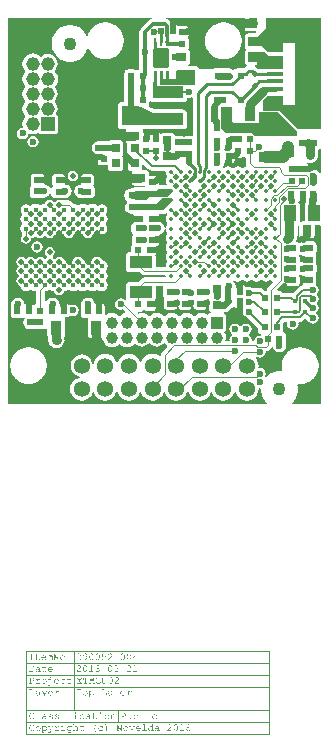
<source format=gtl>
G04*
G04 #@! TF.GenerationSoftware,Altium Limited,Altium Designer,18.0.12 (696)*
G04*
G04 Layer_Physical_Order=1*
G04 Layer_Color=255*
%FSLAX24Y24*%
%MOIN*%
G70*
G01*
G75*
%ADD10C,0.0118*%
%ADD11C,0.0098*%
%ADD12C,0.0039*%
%ADD13C,0.0020*%
%ADD14R,0.0236X0.0197*%
%ADD15R,0.0354X0.0315*%
%ADD16R,0.0315X0.0354*%
%ADD17R,0.0276X0.0315*%
%ADD18C,0.0138*%
%ADD19R,0.0177X0.0177*%
%ADD20R,0.0591X0.0236*%
%ADD21R,0.0480X0.0360*%
G04:AMPARAMS|DCode=22|XSize=65mil|YSize=53.1mil|CornerRadius=2.7mil|HoleSize=0mil|Usage=FLASHONLY|Rotation=90.000|XOffset=0mil|YOffset=0mil|HoleType=Round|Shape=RoundedRectangle|*
%AMROUNDEDRECTD22*
21,1,0.0650,0.0478,0,0,90.0*
21,1,0.0596,0.0531,0,0,90.0*
1,1,0.0053,0.0239,0.0298*
1,1,0.0053,0.0239,-0.0298*
1,1,0.0053,-0.0239,-0.0298*
1,1,0.0053,-0.0239,0.0298*
%
%ADD22ROUNDEDRECTD22*%
%ADD23R,0.0098X0.0276*%
%ADD24R,0.1000X0.0402*%
%ADD25C,0.0161*%
%ADD26R,0.0360X0.0480*%
%ADD27R,0.0354X0.0492*%
%ADD28R,0.0236X0.0236*%
%ADD29R,0.0394X0.0236*%
%ADD30R,0.0531X0.0157*%
%ADD31R,0.0748X0.0709*%
%ADD32R,0.0748X0.0433*%
%ADD33R,0.0197X0.0236*%
%ADD34R,0.0394X0.0531*%
%ADD58C,0.0433*%
%ADD66C,0.0236*%
%ADD68R,0.0276X0.0256*%
%ADD69C,0.0059*%
%ADD70C,0.0197*%
%ADD71C,0.0236*%
%ADD72C,0.0295*%
%ADD73C,0.0394*%
%ADD74C,0.0079*%
%ADD75C,0.0157*%
%ADD76C,0.0102*%
%ADD77C,0.0394*%
%ADD78R,0.0394X0.0394*%
%ADD79C,0.0453*%
%ADD80R,0.0453X0.0453*%
%ADD81C,0.0535*%
%ADD82O,0.0492X0.0413*%
%ADD83O,0.0827X0.0482*%
%ADD84C,0.0197*%
G36*
X7822Y10443D02*
X7894D01*
X8022Y10315D01*
X8484Y10315D01*
Y9902D01*
X7851D01*
X7847Y9897D01*
X7634D01*
X7631Y9902D01*
X7628D01*
Y9906D01*
X7624Y9911D01*
X7583Y9952D01*
X7563Y9966D01*
X7556Y10018D01*
X7562Y10026D01*
X7628D01*
Y10128D01*
X7323D01*
Y10443D01*
X7805D01*
X7813Y10447D01*
X7817Y10448D01*
X7822Y10443D01*
D02*
G37*
G36*
X7221Y11240D02*
X7229Y11201D01*
X7251Y11168D01*
X7284Y11146D01*
X7323Y11138D01*
X7582D01*
X7597Y11104D01*
X7574Y11075D01*
X7323D01*
X7277Y11066D01*
X7238Y11040D01*
X7212Y11001D01*
X7202Y10955D01*
Y10640D01*
X7212Y10594D01*
X7238Y10555D01*
X7241Y10552D01*
X7243Y10504D01*
X7229Y10482D01*
X7221Y10443D01*
Y10128D01*
X7229Y10089D01*
X7251Y10056D01*
X7284Y10034D01*
X7288Y10033D01*
Y9993D01*
X7272Y9990D01*
X7216Y9952D01*
X7175Y9911D01*
X7170Y9904D01*
X6949D01*
X6903Y9895D01*
X6864Y9869D01*
X6825Y9861D01*
X6785Y9888D01*
X6693Y9906D01*
X6319D01*
X6307Y9904D01*
X6201D01*
X6155Y9895D01*
X6136Y9882D01*
X5678D01*
X5672Y9908D01*
X5646Y9947D01*
X5607Y9973D01*
X5561Y9983D01*
X5309D01*
X5305Y10022D01*
X5315Y10024D01*
X5348Y10046D01*
X5370Y10079D01*
X5378Y10118D01*
Y10433D01*
X5370Y10472D01*
X5348Y10505D01*
X5340Y10510D01*
X5323Y10543D01*
X5331Y10560D01*
X5347Y10584D01*
X5357Y10630D01*
Y10827D01*
X5347Y10873D01*
X5321Y10912D01*
X5318Y10914D01*
X5316Y10963D01*
X5330Y10985D01*
X5338Y11024D01*
Y11220D01*
X5330Y11259D01*
X5308Y11293D01*
X5275Y11315D01*
X5236Y11322D01*
X5000D01*
X4991Y11321D01*
X4984Y11332D01*
X4950Y11354D01*
X4911Y11362D01*
X4788D01*
X4783Y11388D01*
X4744Y11447D01*
X4685Y11506D01*
X4626Y11545D01*
X4575Y11555D01*
X4578Y11594D01*
X7221D01*
Y11240D01*
D02*
G37*
G36*
X4125Y11555D02*
X4073Y11545D01*
X4015Y11506D01*
X3740Y11231D01*
X3701Y11173D01*
X3687Y11103D01*
Y10493D01*
X3677Y10443D01*
X3687Y10392D01*
Y9870D01*
X3665Y9865D01*
X3640Y9849D01*
X3612Y9842D01*
X3585Y9849D01*
X3560Y9865D01*
X3514Y9874D01*
X3317D01*
X3271Y9865D01*
X3232Y9839D01*
X3206Y9800D01*
X3197Y9754D01*
Y9646D01*
X3195Y9636D01*
Y9252D01*
Y8782D01*
X3100D01*
X3054Y8773D01*
X3015Y8747D01*
X2989Y8708D01*
X2980Y8661D01*
Y8012D01*
X2989Y7966D01*
X3015Y7927D01*
X3054Y7901D01*
X3100Y7891D01*
X3240D01*
X3262Y7854D01*
X3262Y7852D01*
X3254Y7815D01*
Y7500D01*
X3262Y7461D01*
X3284Y7428D01*
X3298Y7418D01*
X3295Y7402D01*
Y7087D01*
X3304Y7041D01*
X3330Y7001D01*
X3327Y6957D01*
X3321Y6948D01*
X3313Y6909D01*
Y6594D01*
X3321Y6555D01*
X3343Y6522D01*
X3376Y6500D01*
X3415Y6493D01*
X3436D01*
X3458Y6458D01*
X3458Y6453D01*
X3451Y6417D01*
Y6102D01*
X3459Y6063D01*
X3481Y6030D01*
X3514Y6008D01*
X3553Y6000D01*
X3875D01*
X3883Y5987D01*
X3860Y5947D01*
X3553D01*
X3507Y5938D01*
X3468Y5912D01*
X3467Y5910D01*
X3435D01*
X3435Y5910D01*
X3343Y5892D01*
X3265Y5840D01*
X3213Y5761D01*
X3194Y5669D01*
X3213Y5577D01*
X3265Y5499D01*
Y5499D01*
X3293Y5480D01*
Y5441D01*
X3279Y5432D01*
X3231Y5360D01*
X3214Y5276D01*
X3231Y5191D01*
X3279Y5119D01*
X3351Y5072D01*
X3435Y5055D01*
X3494D01*
X3516Y5022D01*
X3517Y5015D01*
X3510Y4980D01*
Y4787D01*
X3507Y4786D01*
X3468Y4760D01*
X3442Y4721D01*
X3433Y4675D01*
Y4478D01*
X3442Y4432D01*
X3468Y4393D01*
X3471Y4391D01*
X3473Y4342D01*
X3459Y4321D01*
X3451Y4281D01*
Y4085D01*
X3459Y4047D01*
X3442Y4022D01*
X3433Y3976D01*
Y3782D01*
X3366D01*
X3320Y3773D01*
X3281Y3747D01*
X3255Y3708D01*
X3246Y3661D01*
Y3228D01*
X3255Y3182D01*
X3281Y3143D01*
X3320Y3117D01*
X3366Y3108D01*
X3701D01*
X3759Y3050D01*
X3805Y3020D01*
X3858Y3009D01*
X4559D01*
X4573Y2992D01*
X4578Y2966D01*
X4553Y2936D01*
X3858D01*
X3805Y2925D01*
X3759Y2895D01*
X3662Y2798D01*
X3366D01*
X3320Y2788D01*
X3281Y2762D01*
X3255Y2723D01*
X3246Y2677D01*
Y2244D01*
X3250Y2222D01*
X3221Y2184D01*
X3221Y2184D01*
X3206Y2182D01*
X3144Y2223D01*
X3071Y2238D01*
X2998Y2223D01*
X2936Y2182D01*
X2895Y2120D01*
X2880Y2047D01*
X2895Y1974D01*
X2936Y1912D01*
X2998Y1871D01*
X3071Y1857D01*
X3140Y1870D01*
X3232Y1778D01*
X3219Y1741D01*
X3195Y1738D01*
X3119Y1706D01*
X3053Y1656D01*
X3047Y1648D01*
X3008D01*
X3002Y1656D01*
X2936Y1706D01*
X2860Y1738D01*
X2778Y1749D01*
X2695Y1738D01*
X2619Y1706D01*
X2598Y1691D01*
X2563Y1713D01*
Y1949D01*
X2555Y1988D01*
X2533Y2021D01*
X2500Y2043D01*
X2461Y2051D01*
X2264D01*
X2246Y2047D01*
X2222Y2047D01*
X2203Y2076D01*
X2192Y2132D01*
X2144Y2203D01*
X2073Y2251D01*
X1988Y2268D01*
X1904Y2251D01*
X1832Y2203D01*
X1812Y2184D01*
X1765Y2112D01*
X1748Y2028D01*
Y1831D01*
X1750Y1821D01*
Y1713D01*
X1759Y1667D01*
X1785Y1627D01*
X1824Y1601D01*
X1870Y1592D01*
X1974D01*
X1995Y1553D01*
X1985Y1539D01*
X1978Y1500D01*
Y1020D01*
X1985Y981D01*
X2007Y948D01*
X2040Y926D01*
X2079Y918D01*
X2439D01*
X2464Y900D01*
X2471Y849D01*
X2502Y772D01*
X2553Y706D01*
X2619Y656D01*
X2695Y624D01*
X2778Y613D01*
X2860Y624D01*
X2936Y656D01*
X3002Y706D01*
X3008Y714D01*
X3047D01*
X3053Y706D01*
X3119Y656D01*
X3195Y624D01*
X3278Y613D01*
X3360Y624D01*
X3436Y656D01*
X3502Y706D01*
X3519Y729D01*
X3559D01*
X3566Y719D01*
X3628Y672D01*
X3700Y642D01*
X3778Y632D01*
X3855Y642D01*
X3927Y672D01*
X3989Y719D01*
X4008Y744D01*
X4047D01*
X4066Y719D01*
X4128Y672D01*
X4200Y642D01*
X4278Y632D01*
X4355Y642D01*
X4427Y672D01*
X4489Y719D01*
X4508Y744D01*
X4547D01*
X4566Y719D01*
X4618Y679D01*
X4628Y634D01*
X4448Y454D01*
X4417Y408D01*
X4407Y354D01*
Y321D01*
X4371Y304D01*
X4328Y337D01*
X4235Y376D01*
X4134Y389D01*
X4033Y376D01*
X3939Y337D01*
X3859Y275D01*
X3797Y195D01*
X3761Y107D01*
X3740Y104D01*
X3720Y107D01*
X3683Y195D01*
X3622Y275D01*
X3541Y337D01*
X3447Y376D01*
X3346Y389D01*
X3246Y376D01*
X3152Y337D01*
X3071Y275D01*
X3009Y195D01*
X2973Y107D01*
X2953Y104D01*
X2932Y107D01*
X2896Y195D01*
X2834Y275D01*
X2754Y337D01*
X2660Y376D01*
X2559Y389D01*
X2458Y376D01*
X2364Y337D01*
X2284Y275D01*
X2222Y195D01*
X2183Y101D01*
X2176Y47D01*
X2136D01*
X2130Y96D01*
X2093Y185D01*
X2034Y262D01*
X1957Y321D01*
X1868Y358D01*
X1772Y371D01*
X1676Y358D01*
X1586Y321D01*
X1509Y262D01*
X1450Y185D01*
X1413Y96D01*
X1401Y0D01*
X1413Y-96D01*
X1450Y-185D01*
X1509Y-262D01*
X1586Y-321D01*
X1676Y-358D01*
X1725Y-365D01*
Y-404D01*
X1671Y-412D01*
X1577Y-450D01*
X1496Y-512D01*
X1435Y-593D01*
X1396Y-687D01*
X1382Y-787D01*
X1396Y-888D01*
X1435Y-982D01*
X1496Y-1063D01*
X1577Y-1124D01*
X1671Y-1163D01*
X1772Y-1177D01*
X1872Y-1163D01*
X1966Y-1124D01*
X2047Y-1063D01*
X2109Y-982D01*
X2145Y-895D01*
X2165Y-891D01*
X2186Y-895D01*
X2222Y-982D01*
X2284Y-1063D01*
X2364Y-1124D01*
X2458Y-1163D01*
X2559Y-1177D01*
X2660Y-1163D01*
X2754Y-1124D01*
X2834Y-1063D01*
X2896Y-982D01*
X2932Y-895D01*
X2953Y-891D01*
X2973Y-895D01*
X3009Y-982D01*
X3071Y-1063D01*
X3152Y-1124D01*
X3246Y-1163D01*
X3346Y-1177D01*
X3447Y-1163D01*
X3541Y-1124D01*
X3622Y-1063D01*
X3683Y-982D01*
X3720Y-895D01*
X3740Y-891D01*
X3761Y-895D01*
X3797Y-982D01*
X3859Y-1063D01*
X3939Y-1124D01*
X4033Y-1163D01*
X4134Y-1177D01*
X4235Y-1163D01*
X4328Y-1124D01*
X4409Y-1063D01*
X4471Y-982D01*
X4507Y-895D01*
X4528Y-891D01*
X4548Y-895D01*
X4584Y-982D01*
X4646Y-1063D01*
X4727Y-1124D01*
X4821Y-1163D01*
X4921Y-1177D01*
X5022Y-1163D01*
X5116Y-1124D01*
X5196Y-1063D01*
X5258Y-982D01*
X5294Y-895D01*
X5315Y-891D01*
X5335Y-895D01*
X5372Y-982D01*
X5433Y-1063D01*
X5514Y-1124D01*
X5608Y-1163D01*
X5709Y-1177D01*
X5809Y-1163D01*
X5903Y-1124D01*
X5984Y-1063D01*
X6046Y-982D01*
X6082Y-895D01*
X6102Y-891D01*
X6123Y-895D01*
X6159Y-982D01*
X6221Y-1063D01*
X6301Y-1124D01*
X6395Y-1163D01*
X6496Y-1177D01*
X6597Y-1163D01*
X6691Y-1124D01*
X6771Y-1063D01*
X6833Y-982D01*
X6869Y-895D01*
X6890Y-891D01*
X6910Y-895D01*
X6946Y-982D01*
X7008Y-1063D01*
X7089Y-1124D01*
X7183Y-1163D01*
X7283Y-1177D01*
X7384Y-1163D01*
X7478Y-1124D01*
X7559Y-1063D01*
X7620Y-982D01*
X7659Y-888D01*
X7673Y-787D01*
X7670Y-765D01*
X7698Y-738D01*
X7717Y-742D01*
X7725Y-740D01*
X7755Y-765D01*
Y-848D01*
X7778Y-966D01*
X7825Y-1077D01*
X7891Y-1177D01*
X7955Y-1240D01*
X7938Y-1280D01*
X-689D01*
X-689Y11594D01*
X4121D01*
X4125Y11555D01*
D02*
G37*
G36*
X5561Y9528D02*
Y9360D01*
X4380D01*
Y9813D01*
X4478D01*
Y9537D01*
X4577D01*
Y9813D01*
X4675D01*
Y9537D01*
X4941D01*
Y9862D01*
X5561D01*
Y9528D01*
D02*
G37*
G36*
X5444Y8936D02*
X5473Y8920D01*
Y7661D01*
X5246D01*
X5207Y7653D01*
X5204Y7651D01*
X5172Y7632D01*
X5140Y7651D01*
X5137Y7653D01*
X5098Y7661D01*
X4880D01*
X4875Y7684D01*
X4849Y7723D01*
X4810Y7749D01*
X4764Y7758D01*
X4488D01*
X4442Y7749D01*
X4415Y7731D01*
X4399Y7742D01*
X4360Y7750D01*
X4124D01*
X4085Y7742D01*
X4085Y7742D01*
X4084Y7742D01*
X4045Y7750D01*
X3813D01*
Y7815D01*
X3805Y7852D01*
X3805Y7854D01*
X3827Y7891D01*
X3965D01*
X3977Y7894D01*
X3988D01*
X3998Y7896D01*
X4124D01*
X4156Y7889D01*
X5156D01*
X5202Y7899D01*
X5241Y7925D01*
X5267Y7964D01*
X5276Y8010D01*
Y8411D01*
X5267Y8457D01*
X5241Y8497D01*
X5202Y8523D01*
X5199Y8523D01*
X5194Y8527D01*
X5148Y8536D01*
X4174D01*
X4004Y8629D01*
X4000Y8675D01*
X4019Y8704D01*
X4028Y8750D01*
Y8799D01*
X4037Y8806D01*
X4067Y8816D01*
X4098Y8796D01*
X4144Y8787D01*
X4281D01*
X4301Y8791D01*
X5156D01*
X5202Y8800D01*
X5241Y8826D01*
X5267Y8865D01*
X5275Y8904D01*
X5279Y8913D01*
X5315Y8933D01*
X5364Y8924D01*
X5434Y8937D01*
X5444Y8936D01*
D02*
G37*
G36*
X4281Y8907D02*
X4144D01*
Y9311D01*
X4183Y9537D01*
Y9813D01*
X4281D01*
Y8907D01*
D02*
G37*
G36*
X9744Y7874D02*
X8996D01*
X8376Y8494D01*
X7825D01*
Y8848D01*
X7963Y8986D01*
X8484D01*
Y8701D01*
X8898D01*
Y10748D01*
X8484D01*
Y10463D01*
X7972D01*
X7795Y10640D01*
X7323D01*
Y10955D01*
X7628D01*
X7913Y11240D01*
Y11594D01*
X9744D01*
Y7874D01*
D02*
G37*
G36*
X6129Y8648D02*
X6162Y8626D01*
X6201Y8619D01*
X6307D01*
X6307Y8153D01*
X6181D01*
X6142Y8145D01*
X6117Y8129D01*
X6088Y8139D01*
X6078Y8146D01*
Y8653D01*
X6117Y8665D01*
X6129Y8648D01*
D02*
G37*
G36*
X3665Y8639D02*
X3711Y8630D01*
X3750D01*
X4144Y8415D01*
X5148D01*
Y8012D01*
X4214D01*
X4193Y8016D01*
X3986D01*
X3965Y8012D01*
X3100D01*
Y8661D01*
X3631D01*
X3665Y8639D01*
D02*
G37*
G36*
X6781Y8140D02*
X6831Y8091D01*
X7677Y8091D01*
X7677Y8455D01*
X8307Y8455D01*
X8937Y7825D01*
X8937Y7667D01*
X7549D01*
X7461Y7756D01*
X6575D01*
X6427Y7904D01*
X6427Y8632D01*
X6781D01*
X6781Y8140D01*
D02*
G37*
G36*
X6557Y7254D02*
X6575Y7250D01*
X6772D01*
X6777Y7246D01*
Y7236D01*
X6739Y7198D01*
X6575D01*
X6548Y7193D01*
X6520Y7214D01*
X6515Y7222D01*
X6534Y7254D01*
X6557Y7254D01*
D02*
G37*
G36*
X7196Y6956D02*
X7198Y6952D01*
X7237Y6926D01*
X7241Y6925D01*
Y6752D01*
X7252Y6698D01*
X7262Y6683D01*
X7244Y6640D01*
X7211Y6633D01*
X7149Y6592D01*
X7146Y6587D01*
X7106D01*
X7103Y6592D01*
X7041Y6633D01*
X6969Y6647D01*
X6896Y6633D01*
X6834Y6592D01*
X6831Y6587D01*
X6791D01*
X6788Y6592D01*
X6727Y6633D01*
X6654Y6647D01*
X6581Y6633D01*
X6519Y6592D01*
X6494Y6597D01*
X6474Y6620D01*
X6474Y6634D01*
X6503Y6677D01*
X6514Y6733D01*
X6533Y6762D01*
X6557Y6762D01*
X6575Y6758D01*
X6772D01*
X6811Y6766D01*
X6844Y6788D01*
X6866Y6821D01*
X6874Y6860D01*
Y6922D01*
X6890Y6935D01*
X7087D01*
X7126Y6943D01*
X7147Y6958D01*
X7196Y6956D01*
D02*
G37*
G36*
X9744Y7216D02*
Y6420D01*
X9705Y6410D01*
X9658Y6479D01*
X9580Y6532D01*
X9488Y6550D01*
X9396Y6532D01*
X9369Y6513D01*
X9334Y6532D01*
Y6644D01*
X9326Y6683D01*
X9304Y6716D01*
X9277Y6734D01*
X9295Y6769D01*
X9320Y6759D01*
X9390Y6750D01*
X9459Y6759D01*
X9524Y6786D01*
X9579Y6828D01*
X9622Y6884D01*
X9649Y6948D01*
X9658Y7018D01*
Y7186D01*
X9691Y7208D01*
X9705Y7228D01*
X9744Y7216D01*
D02*
G37*
G36*
X6208Y6290D02*
Y6285D01*
X6203Y6275D01*
X6202Y6275D01*
X6156Y6272D01*
X6154Y6274D01*
X6157Y6320D01*
X6157Y6321D01*
X6167Y6326D01*
X6174D01*
X6208Y6290D01*
D02*
G37*
G36*
X3998Y6537D02*
X4047Y6505D01*
X4104Y6493D01*
X4549D01*
X4574Y6463D01*
X4573Y6457D01*
X4588Y6384D01*
X4629Y6322D01*
X4633Y6319D01*
Y6285D01*
X4628Y6275D01*
X4588Y6215D01*
X4573Y6142D01*
X4588Y6069D01*
X4600Y6051D01*
X4581Y6016D01*
X4350D01*
X4344Y6024D01*
Y6220D01*
X4336Y6259D01*
X4314Y6293D01*
X4281Y6315D01*
X4242Y6322D01*
X4009D01*
Y6417D01*
X4002Y6456D01*
X3980Y6489D01*
X3947Y6512D01*
X3907Y6519D01*
X3808D01*
X3786Y6554D01*
X3786Y6559D01*
X3793Y6594D01*
Y6691D01*
X3829Y6706D01*
X3998Y6537D01*
D02*
G37*
G36*
X5890Y5691D02*
X5910Y5678D01*
Y5639D01*
X5909Y5638D01*
X5902Y5634D01*
X5890Y5616D01*
X5885Y5610D01*
X5847D01*
X5842Y5616D01*
X5830Y5634D01*
X5824Y5638D01*
X5823Y5639D01*
Y5678D01*
X5842Y5691D01*
X5852Y5696D01*
X5880D01*
X5890Y5691D01*
D02*
G37*
G36*
X4774Y5758D02*
X4754D01*
X4626Y5630D01*
X4026D01*
X3907Y5512D01*
X3553D01*
Y5827D01*
X4242D01*
X4311Y5896D01*
X4774D01*
Y5758D01*
D02*
G37*
G36*
X5257Y5378D02*
X5258Y5378D01*
X5263Y5368D01*
Y5340D01*
X5258Y5330D01*
X5256Y5327D01*
X5217D01*
X5214Y5332D01*
X5212Y5332D01*
X5209Y5379D01*
X5211Y5382D01*
X5257Y5378D01*
D02*
G37*
G36*
X6190Y5398D02*
X6204Y5377D01*
X6224Y5363D01*
Y5324D01*
X6224Y5323D01*
X6217Y5319D01*
X6205Y5301D01*
X6200Y5295D01*
X6161D01*
X6145Y5319D01*
X6121Y5335D01*
Y5373D01*
X6127Y5378D01*
X6145Y5390D01*
X6150Y5397D01*
X6151Y5398D01*
X6190D01*
D02*
G37*
G36*
X4774Y5443D02*
X4764D01*
X4498Y5177D01*
X4006D01*
Y5374D01*
X4242D01*
X4449Y5581D01*
X4774D01*
Y5443D01*
D02*
G37*
G36*
X6217Y5075D02*
X6241Y5059D01*
Y5020D01*
X6217Y5004D01*
X6201Y4980D01*
X6161D01*
X6145Y5004D01*
X6121Y5020D01*
Y5059D01*
X6145Y5075D01*
X6161Y5099D01*
X6201D01*
X6217Y5075D01*
D02*
G37*
G36*
X6505Y5083D02*
X6519Y5062D01*
X6539Y5048D01*
Y5009D01*
X6539Y5008D01*
X6532Y5004D01*
X6520Y4986D01*
X6515Y4980D01*
X6476D01*
X6460Y5004D01*
X6436Y5020D01*
Y5058D01*
X6442Y5063D01*
X6460Y5075D01*
X6465Y5082D01*
X6466Y5083D01*
X6505D01*
D02*
G37*
G36*
X9037Y5492D02*
X9055Y5489D01*
X9218D01*
Y5393D01*
X9210Y5381D01*
X9200Y5335D01*
Y4807D01*
X9124D01*
X9085Y4799D01*
X9048Y4821D01*
Y5335D01*
X9038Y5381D01*
X9012Y5420D01*
X8989Y5435D01*
X8995Y5464D01*
X9013Y5492D01*
X9037Y5492D01*
D02*
G37*
G36*
X6820Y4768D02*
X6833Y4748D01*
X6838Y4738D01*
Y4711D01*
X6833Y4700D01*
X6820Y4681D01*
X6781D01*
X6780Y4682D01*
X6775Y4689D01*
X6757Y4701D01*
X6752Y4705D01*
Y4744D01*
X6757Y4748D01*
X6775Y4760D01*
X6780Y4767D01*
X6781Y4768D01*
X6820D01*
D02*
G37*
G36*
X6217Y4760D02*
X6241Y4744D01*
Y4705D01*
X6217Y4689D01*
X6201Y4665D01*
X6161D01*
X6145Y4689D01*
X6121Y4705D01*
Y4744D01*
X6145Y4760D01*
X6161Y4784D01*
X6201D01*
X6217Y4760D01*
D02*
G37*
G36*
X5897Y4767D02*
X5902Y4760D01*
X5920Y4748D01*
X5926Y4743D01*
Y4705D01*
X5902Y4689D01*
X5886Y4665D01*
X5847D01*
X5842Y4671D01*
X5830Y4689D01*
X5824Y4693D01*
X5823Y4694D01*
Y4733D01*
X5843Y4747D01*
X5857Y4768D01*
X5896D01*
X5897Y4767D01*
D02*
G37*
G36*
X6532Y4760D02*
X6556Y4744D01*
Y4705D01*
X6532Y4689D01*
X6516Y4665D01*
X6476D01*
X6460Y4689D01*
X6436Y4705D01*
Y4744D01*
X6460Y4760D01*
X6476Y4784D01*
X6516D01*
X6532Y4760D01*
D02*
G37*
G36*
X4618Y5079D02*
X4629Y5062D01*
X4633Y5059D01*
Y5020D01*
X4629Y5017D01*
X4588Y4955D01*
X4573Y4882D01*
X4588Y4809D01*
X4628Y4748D01*
X4633Y4738D01*
Y4711D01*
X4628Y4700D01*
X4588Y4640D01*
X4578Y4594D01*
X4538D01*
X4525Y4661D01*
X4477Y4733D01*
X4405Y4781D01*
X4344Y4793D01*
Y4980D01*
X4337Y5017D01*
X4337Y5020D01*
X4359Y5057D01*
X4498D01*
X4544Y5066D01*
X4583Y5092D01*
X4618Y5079D01*
D02*
G37*
G36*
X9744Y4658D02*
Y-1280D01*
X8794D01*
X8778Y-1240D01*
X8841Y-1177D01*
X8908Y-1077D01*
X8954Y-966D01*
X8977Y-848D01*
Y-727D01*
X8961Y-645D01*
X8994Y-610D01*
X9039Y-616D01*
X9047Y-615D01*
X9055Y-617D01*
X9063Y-615D01*
X9071Y-616D01*
X9199Y-599D01*
X9214Y-594D01*
X9230Y-591D01*
X9284Y-568D01*
X9290Y-567D01*
X9296Y-563D01*
X9349Y-541D01*
X9362Y-532D01*
X9377Y-525D01*
X9479Y-447D01*
X9490Y-435D01*
X9502Y-424D01*
X9581Y-322D01*
X9588Y-307D01*
X9596Y-294D01*
X9619Y-240D01*
X9622Y-235D01*
X9624Y-228D01*
X9646Y-175D01*
X9649Y-159D01*
X9654Y-144D01*
X9671Y-16D01*
X9670Y0D01*
X9671Y16D01*
X9654Y144D01*
X9649Y159D01*
X9646Y175D01*
X9624Y228D01*
X9622Y235D01*
X9619Y240D01*
X9596Y294D01*
X9588Y307D01*
X9581Y322D01*
X9502Y424D01*
X9490Y435D01*
X9479Y447D01*
X9377Y525D01*
X9362Y532D01*
X9349Y541D01*
X9296Y563D01*
X9290Y567D01*
X9284Y568D01*
X9230Y591D01*
X9214Y594D01*
X9199Y599D01*
X9071Y616D01*
X9063Y615D01*
X9055Y617D01*
X9047Y615D01*
X9039Y616D01*
X8911Y599D01*
X8896Y594D01*
X8881Y591D01*
X8827Y568D01*
X8820Y567D01*
X8815Y563D01*
X8761Y541D01*
X8748Y532D01*
X8734Y525D01*
X8631Y447D01*
X8620Y435D01*
X8609Y424D01*
X8530Y322D01*
X8523Y307D01*
X8514Y294D01*
X8492Y240D01*
X8489Y235D01*
X8487Y228D01*
X8464Y175D01*
X8461Y159D01*
X8456Y144D01*
X8439Y16D01*
X8440Y0D01*
X8439Y-16D01*
X8456Y-142D01*
X8456Y-144D01*
X8430Y-174D01*
X8427Y-176D01*
X8425Y-176D01*
X8306D01*
X8188Y-200D01*
X8077Y-246D01*
X7977Y-313D01*
X7919Y-370D01*
X7888Y-345D01*
X7893Y-339D01*
X7907Y-266D01*
X7893Y-193D01*
X7851Y-131D01*
X7789Y-90D01*
X7717Y-75D01*
X7694Y-79D01*
X7666Y-53D01*
X7673Y0D01*
X7659Y101D01*
X7620Y195D01*
X7577Y251D01*
X7592Y296D01*
X7608Y300D01*
X7644Y277D01*
X7717Y262D01*
X7789Y277D01*
X7851Y318D01*
X7893Y380D01*
X7907Y453D01*
X7903Y476D01*
X7913Y489D01*
X7967Y500D01*
X8013Y531D01*
X8072Y590D01*
X8101Y633D01*
X8111Y634D01*
X8138Y630D01*
X8142Y626D01*
X8152Y575D01*
X8200Y503D01*
X8272Y455D01*
X8356Y439D01*
X8366D01*
X8451Y455D01*
X8522Y503D01*
X8570Y575D01*
X8587Y659D01*
Y886D01*
X8585Y896D01*
Y1004D01*
X8576Y1050D01*
X8550Y1089D01*
X8511Y1115D01*
X8479Y1122D01*
X8487Y1161D01*
Y1398D01*
X8485Y1407D01*
X8531Y1454D01*
X8600D01*
X8625Y1423D01*
X8618Y1388D01*
X8633Y1315D01*
X8674Y1253D01*
X8736Y1212D01*
X8809Y1197D01*
X8882Y1212D01*
X8944Y1253D01*
X8985Y1315D01*
X9000Y1388D01*
X8993Y1423D01*
X9018Y1454D01*
X9035D01*
X9035Y1454D01*
X9097Y1466D01*
X9149Y1501D01*
X9222Y1574D01*
X9325Y1471D01*
X9325Y1471D01*
X9332Y1466D01*
X9344Y1450D01*
X9405Y1408D01*
X9478Y1394D01*
X9551Y1408D01*
X9613Y1450D01*
X9654Y1512D01*
X9669Y1585D01*
X9654Y1658D01*
X9613Y1719D01*
X9594Y1732D01*
Y1772D01*
X9613Y1784D01*
X9654Y1846D01*
X9669Y1919D01*
X9654Y1992D01*
X9613Y2054D01*
Y2080D01*
X9654Y2142D01*
X9669Y2215D01*
X9654Y2288D01*
X9613Y2349D01*
Y2375D01*
X9654Y2437D01*
X9669Y2510D01*
X9654Y2583D01*
X9613Y2645D01*
X9560Y2680D01*
Y2684D01*
X9582Y2717D01*
X9590Y2756D01*
Y2953D01*
X9582Y2992D01*
X9568Y3013D01*
X9570Y3062D01*
X9573Y3064D01*
X9599Y3104D01*
X9609Y3150D01*
Y3346D01*
X9599Y3393D01*
X9587Y3411D01*
X9590Y3425D01*
Y3622D01*
X9582Y3661D01*
X9568Y3683D01*
X9570Y3731D01*
X9573Y3734D01*
X9599Y3773D01*
X9609Y3819D01*
Y4016D01*
X9599Y4062D01*
X9573Y4101D01*
X9534Y4127D01*
X9488Y4136D01*
X9380D01*
X9370Y4138D01*
X9173D01*
X9089Y4121D01*
X9050Y4095D01*
X9022Y4101D01*
X8983Y4127D01*
X8947Y4134D01*
X8933Y4153D01*
X8931Y4157D01*
X8927Y4176D01*
X8950Y4232D01*
X8954Y4266D01*
X8959Y4301D01*
X8959Y4301D01*
Y4303D01*
X8960Y4304D01*
X8969Y4350D01*
Y4661D01*
X8983Y4669D01*
X9022Y4647D01*
Y4350D01*
X9030Y4311D01*
X9052Y4278D01*
X9085Y4256D01*
X9124Y4248D01*
X9439D01*
X9478Y4256D01*
X9511Y4278D01*
X9533Y4311D01*
X9541Y4350D01*
Y4683D01*
X9715D01*
X9744Y4658D01*
D02*
G37*
G36*
X8602Y3654D02*
X8602Y3640D01*
X8599Y3622D01*
Y3492D01*
X8585Y3486D01*
X8546Y3511D01*
Y3643D01*
X8581Y3666D01*
X8602Y3654D01*
D02*
G37*
G36*
X9069Y3694D02*
X9125Y3683D01*
X9154Y3664D01*
X9154Y3640D01*
X9150Y3622D01*
Y3464D01*
X9089Y3452D01*
X9078Y3445D01*
X9039Y3466D01*
Y3622D01*
X9031Y3661D01*
X9018Y3680D01*
X9047Y3708D01*
X9069Y3694D01*
D02*
G37*
G36*
X4576Y4550D02*
X4588Y4494D01*
X4629Y4432D01*
X4633Y4429D01*
Y4390D01*
X4629Y4387D01*
X4588Y4325D01*
X4573Y4252D01*
X4588Y4179D01*
X4629Y4117D01*
X4633Y4114D01*
Y4075D01*
X4629Y4072D01*
X4588Y4010D01*
X4573Y3937D01*
X4588Y3864D01*
X4628Y3804D01*
X4633Y3793D01*
Y3766D01*
X4628Y3755D01*
X4588Y3695D01*
X4573Y3622D01*
X4588Y3549D01*
X4629Y3487D01*
X4633Y3484D01*
Y3445D01*
X4629Y3442D01*
X4588Y3380D01*
X4573Y3307D01*
X4559Y3290D01*
X4235D01*
Y3661D01*
X4229Y3688D01*
X4238Y3701D01*
X4246Y3740D01*
Y3976D01*
X4244Y3983D01*
X4281Y3990D01*
X4314Y4013D01*
X4336Y4046D01*
X4344Y4085D01*
Y4281D01*
X4336Y4321D01*
X4355Y4363D01*
X4405Y4373D01*
X4477Y4421D01*
X4477Y4421D01*
X4525Y4492D01*
X4536Y4550D01*
X4576D01*
D02*
G37*
G36*
X7465Y2856D02*
X7525Y2816D01*
X7598Y2801D01*
X7671Y2816D01*
X7732Y2856D01*
X7742Y2862D01*
X7770D01*
X7780Y2856D01*
X7840Y2816D01*
X7913Y2801D01*
X7986Y2816D01*
X8047Y2856D01*
X8057Y2862D01*
X8085D01*
X8095Y2856D01*
X8130Y2833D01*
X8135Y2783D01*
X7981Y2629D01*
X7951Y2583D01*
X7940Y2530D01*
Y2502D01*
X7863D01*
X7820Y2545D01*
X7768Y2579D01*
X7707Y2592D01*
X7707Y2592D01*
X7439D01*
X7415Y2607D01*
X7343Y2622D01*
X7272Y2608D01*
X7258Y2607D01*
X7225Y2625D01*
X7208Y2651D01*
X7175Y2673D01*
X7136Y2681D01*
X6939D01*
X6900Y2673D01*
X6890Y2677D01*
X6877Y2742D01*
X6830Y2813D01*
X6852Y2845D01*
X6896Y2816D01*
X6969Y2801D01*
X7041Y2816D01*
X7102Y2856D01*
X7112Y2862D01*
X7140D01*
X7150Y2856D01*
X7211Y2816D01*
X7283Y2801D01*
X7356Y2816D01*
X7417Y2856D01*
X7427Y2862D01*
X7455D01*
X7465Y2856D01*
D02*
G37*
G36*
X9069Y3024D02*
X9125Y3013D01*
X9154Y2995D01*
X9154Y2970D01*
X9150Y2953D01*
Y2756D01*
X9158Y2717D01*
X9163Y2710D01*
X9141Y2670D01*
X9134D01*
X9072Y2658D01*
X9020Y2623D01*
X9020Y2623D01*
X8823Y2427D01*
X8815Y2413D01*
X8760Y2424D01*
X8760Y2424D01*
X8478D01*
X8477Y2428D01*
X8451Y2467D01*
X8412Y2493D01*
X8366Y2502D01*
X8304D01*
X8289Y2539D01*
X8505Y2755D01*
X8535Y2801D01*
X8546Y2854D01*
Y2973D01*
X8581Y2997D01*
X8602Y2985D01*
X8602Y2970D01*
X8599Y2953D01*
Y2756D01*
X8607Y2717D01*
X8629Y2684D01*
X8662Y2662D01*
X8701Y2654D01*
X8937D01*
X8976Y2662D01*
X9009Y2684D01*
X9031Y2717D01*
X9039Y2756D01*
Y2953D01*
X9031Y2992D01*
X9018Y3011D01*
X9047Y3039D01*
X9069Y3024D01*
D02*
G37*
G36*
X4502Y2615D02*
X4495Y2605D01*
X4486Y2559D01*
Y2362D01*
X4495Y2316D01*
X4521Y2277D01*
X4525Y2275D01*
X4527Y2226D01*
X4512Y2204D01*
X4504Y2165D01*
Y1969D01*
X4512Y1929D01*
X4534Y1896D01*
X4567Y1874D01*
X4606Y1867D01*
X4843D01*
X4882Y1874D01*
X4915Y1896D01*
X4937Y1929D01*
X4944Y1969D01*
Y2165D01*
X4941Y2183D01*
X4941Y2206D01*
X4973Y2225D01*
X4981Y2220D01*
X5002Y2192D01*
X4996Y2165D01*
Y1969D01*
X5004Y1929D01*
X5026Y1896D01*
X5059Y1874D01*
X5098Y1867D01*
X5335D01*
X5374Y1874D01*
X5407Y1896D01*
X5429Y1929D01*
X5437Y1969D01*
Y2165D01*
X5436Y2167D01*
X5434Y2191D01*
X5473Y2201D01*
X5500Y2174D01*
X5498Y2165D01*
Y1969D01*
X5506Y1929D01*
X5528Y1896D01*
X5561Y1874D01*
X5600Y1867D01*
X5837D01*
X5876Y1874D01*
X5909Y1896D01*
X5931Y1929D01*
X5939Y1969D01*
Y2165D01*
X5935Y2183D01*
X5935Y2207D01*
X5964Y2226D01*
X6001Y2233D01*
X6025Y2198D01*
X6021Y2192D01*
X6011Y2146D01*
Y1890D01*
X6021Y1844D01*
X6047Y1805D01*
X6073Y1787D01*
X6066Y1745D01*
X6035Y1739D01*
X5996Y1713D01*
X5988Y1702D01*
X5950Y1696D01*
X5936Y1706D01*
X5860Y1738D01*
X5778Y1749D01*
X5695Y1738D01*
X5619Y1706D01*
X5553Y1656D01*
X5547Y1648D01*
X5508D01*
X5502Y1656D01*
X5436Y1706D01*
X5360Y1738D01*
X5278Y1749D01*
X5195Y1738D01*
X5119Y1706D01*
X5053Y1656D01*
X5047Y1648D01*
X5008D01*
X5002Y1656D01*
X4936Y1706D01*
X4860Y1738D01*
X4778Y1749D01*
X4695Y1738D01*
X4619Y1706D01*
X4553Y1656D01*
X4547Y1648D01*
X4508D01*
X4502Y1656D01*
X4436Y1706D01*
X4360Y1738D01*
X4278Y1749D01*
X4195Y1738D01*
X4119Y1706D01*
X4053Y1656D01*
X4047Y1648D01*
X4008D01*
X4002Y1656D01*
X3936Y1706D01*
X3860Y1738D01*
X3778Y1749D01*
X3695Y1738D01*
X3677Y1730D01*
X3645Y1762D01*
X3660Y1799D01*
X3740D01*
X3786Y1808D01*
X3825Y1834D01*
X3828Y1838D01*
X3876Y1840D01*
X3898Y1825D01*
X3937Y1817D01*
X4134D01*
X4173Y1825D01*
X4206Y1847D01*
X4228Y1880D01*
X4236Y1919D01*
Y2156D01*
X4228Y2195D01*
X4225Y2198D01*
X4235Y2244D01*
Y2655D01*
X4481D01*
X4502Y2615D01*
D02*
G37*
G36*
X6900Y1933D02*
X6939Y1926D01*
X7136D01*
X7156Y1930D01*
X7180Y1894D01*
X7166Y1874D01*
X7152Y1801D01*
X7166Y1728D01*
X7208Y1666D01*
X7270Y1625D01*
X7297Y1620D01*
X7655Y1261D01*
Y1161D01*
X7664Y1115D01*
X7690Y1076D01*
X7730Y1050D01*
X7762Y1044D01*
X7754Y1004D01*
X7740Y993D01*
X7717Y998D01*
X7644Y983D01*
X7582Y942D01*
X7540Y880D01*
X7528Y820D01*
X7459D01*
X7434Y850D01*
X7435Y856D01*
X7420Y929D01*
X7379Y991D01*
X7351Y1010D01*
Y1057D01*
X7379Y1076D01*
X7420Y1138D01*
X7435Y1211D01*
X7420Y1284D01*
X7379Y1345D01*
X7317Y1387D01*
X7244Y1401D01*
X7171Y1387D01*
X7109Y1345D01*
X7091Y1318D01*
X7043D01*
X7025Y1345D01*
X6963Y1387D01*
X6890Y1401D01*
X6817Y1387D01*
X6755Y1345D01*
X6714Y1284D01*
X6699Y1211D01*
X6714Y1138D01*
X6755Y1076D01*
X6783Y1057D01*
Y1010D01*
X6755Y991D01*
X6714Y929D01*
X6699Y856D01*
X6702Y840D01*
X6677Y810D01*
X6584D01*
X6562Y843D01*
X6567Y854D01*
X6577Y931D01*
X6567Y1009D01*
X6537Y1081D01*
X6531Y1088D01*
X6543Y1138D01*
X6560Y1149D01*
X6586Y1188D01*
X6595Y1234D01*
Y1628D01*
X6586Y1674D01*
X6560Y1713D01*
X6521Y1739D01*
X6521Y1743D01*
X6524Y1779D01*
X6608Y1795D01*
X6686Y1847D01*
X6747Y1908D01*
X6788Y1916D01*
X6827Y1942D01*
X6830Y1946D01*
X6878Y1948D01*
X6900Y1933D01*
D02*
G37*
G36*
X769Y-9662D02*
X773Y-9662D01*
X777Y-9664D01*
X781Y-9665D01*
X785Y-9668D01*
X789Y-9671D01*
X790Y-9672D01*
X791Y-9674D01*
X793Y-9676D01*
X795Y-9679D01*
X797Y-9684D01*
X799Y-9689D01*
X800Y-9694D01*
X801Y-9700D01*
Y-9799D01*
X814D01*
X816Y-9799D01*
X818Y-9800D01*
X820Y-9801D01*
X821Y-9801D01*
X822Y-9802D01*
X822Y-9804D01*
X823Y-9806D01*
Y-9806D01*
X822Y-9808D01*
X822Y-9809D01*
X820Y-9811D01*
X820Y-9811D01*
X819Y-9812D01*
X816Y-9813D01*
X813Y-9813D01*
X787D01*
Y-9700D01*
Y-9700D01*
Y-9699D01*
X787Y-9697D01*
X786Y-9694D01*
X785Y-9691D01*
X784Y-9688D01*
X782Y-9685D01*
X780Y-9682D01*
X780Y-9682D01*
X779Y-9681D01*
X777Y-9680D01*
X776Y-9679D01*
X773Y-9678D01*
X771Y-9676D01*
X768Y-9676D01*
X765Y-9675D01*
X763D01*
X762Y-9676D01*
X760Y-9676D01*
X757Y-9677D01*
X754Y-9678D01*
X751Y-9679D01*
X748Y-9681D01*
X748Y-9681D01*
X746Y-9682D01*
X745Y-9684D01*
X742Y-9686D01*
X739Y-9689D01*
X736Y-9694D01*
X732Y-9699D01*
X728Y-9704D01*
Y-9799D01*
X741D01*
X743Y-9799D01*
X746Y-9800D01*
X748Y-9801D01*
X748Y-9801D01*
X749Y-9802D01*
X750Y-9804D01*
X750Y-9806D01*
Y-9806D01*
X750Y-9808D01*
X749Y-9809D01*
X748Y-9811D01*
X748Y-9811D01*
X746Y-9812D01*
X744Y-9813D01*
X741Y-9813D01*
X714D01*
Y-9701D01*
Y-9701D01*
Y-9700D01*
X714Y-9698D01*
X713Y-9695D01*
X713Y-9692D01*
X711Y-9689D01*
X710Y-9686D01*
X707Y-9683D01*
X707Y-9682D01*
X707Y-9681D01*
X705Y-9680D01*
X703Y-9679D01*
X701Y-9678D01*
X698Y-9677D01*
X695Y-9676D01*
X692Y-9675D01*
X691D01*
X690Y-9676D01*
X688Y-9676D01*
X686Y-9677D01*
X683Y-9678D01*
X680Y-9679D01*
X678Y-9680D01*
X677Y-9681D01*
X676Y-9682D01*
X674Y-9683D01*
X671Y-9686D01*
X668Y-9689D01*
X664Y-9694D01*
X660Y-9699D01*
X656Y-9704D01*
Y-9799D01*
X669D01*
X671Y-9799D01*
X673Y-9800D01*
X675Y-9801D01*
X676Y-9801D01*
X677Y-9802D01*
X677Y-9804D01*
X678Y-9806D01*
Y-9806D01*
X677Y-9808D01*
X677Y-9809D01*
X675Y-9811D01*
X675Y-9811D01*
X674Y-9812D01*
X671Y-9813D01*
X668Y-9813D01*
X629D01*
X627Y-9813D01*
X625Y-9812D01*
X622Y-9811D01*
X622Y-9811D01*
X621Y-9810D01*
X621Y-9808D01*
X620Y-9806D01*
Y-9805D01*
X621Y-9804D01*
X621Y-9802D01*
X622Y-9801D01*
X623Y-9801D01*
X624Y-9800D01*
X626Y-9799D01*
X630Y-9799D01*
X642D01*
Y-9680D01*
X629D01*
X627Y-9680D01*
X625Y-9679D01*
X622Y-9678D01*
X622Y-9678D01*
X621Y-9677D01*
X621Y-9675D01*
X620Y-9673D01*
Y-9672D01*
X621Y-9671D01*
X621Y-9670D01*
X622Y-9668D01*
X623Y-9668D01*
X624Y-9667D01*
X626Y-9666D01*
X630Y-9666D01*
X656D01*
Y-9680D01*
X656Y-9680D01*
X657Y-9679D01*
X658Y-9679D01*
X659Y-9678D01*
X663Y-9674D01*
X667Y-9671D01*
X673Y-9667D01*
X679Y-9664D01*
X682Y-9663D01*
X686Y-9662D01*
X689Y-9661D01*
X692Y-9661D01*
X694D01*
X696Y-9661D01*
X699Y-9662D01*
X702Y-9662D01*
X705Y-9664D01*
X708Y-9665D01*
X711Y-9667D01*
X712Y-9667D01*
X713Y-9668D01*
X714Y-9670D01*
X716Y-9671D01*
X718Y-9674D01*
X721Y-9677D01*
X723Y-9680D01*
X725Y-9684D01*
X726Y-9684D01*
X727Y-9682D01*
X729Y-9680D01*
X731Y-9678D01*
X734Y-9675D01*
X737Y-9672D01*
X741Y-9669D01*
X745Y-9667D01*
X745Y-9667D01*
X746Y-9666D01*
X748Y-9665D01*
X751Y-9664D01*
X754Y-9663D01*
X757Y-9662D01*
X761Y-9661D01*
X764Y-9661D01*
X767D01*
X769Y-9662D01*
D02*
G37*
G36*
X3004Y-9725D02*
X2859D01*
Y-9705D01*
X3004D01*
Y-9725D01*
D02*
G37*
G36*
X1014Y-9615D02*
X1017Y-9615D01*
X1019Y-9617D01*
X1019Y-9617D01*
X1020Y-9618D01*
X1021Y-9619D01*
X1021Y-9622D01*
Y-9622D01*
X1021Y-9624D01*
X1020Y-9625D01*
X1019Y-9627D01*
X1018Y-9627D01*
X1017Y-9628D01*
X1015Y-9628D01*
X1012Y-9629D01*
X999D01*
Y-9813D01*
X981D01*
X875Y-9636D01*
Y-9799D01*
X903D01*
X905Y-9799D01*
X907Y-9800D01*
X909Y-9801D01*
X910Y-9801D01*
X911Y-9802D01*
X911Y-9804D01*
X912Y-9806D01*
Y-9806D01*
X911Y-9808D01*
X911Y-9809D01*
X909Y-9811D01*
X909Y-9811D01*
X908Y-9812D01*
X905Y-9813D01*
X902Y-9813D01*
X848D01*
X846Y-9813D01*
X844Y-9812D01*
X842Y-9811D01*
X841Y-9811D01*
X841Y-9810D01*
X840Y-9808D01*
X840Y-9806D01*
Y-9805D01*
X840Y-9804D01*
X841Y-9802D01*
X842Y-9801D01*
X842Y-9801D01*
X844Y-9800D01*
X846Y-9799D01*
X849Y-9799D01*
X861D01*
Y-9629D01*
X841D01*
X839Y-9628D01*
X837Y-9628D01*
X835Y-9627D01*
X834Y-9627D01*
X834Y-9626D01*
X833Y-9624D01*
X833Y-9622D01*
Y-9621D01*
X833Y-9620D01*
X834Y-9618D01*
X835Y-9617D01*
X835Y-9616D01*
X837Y-9616D01*
X839Y-9615D01*
X842Y-9615D01*
X879D01*
X985Y-9792D01*
Y-9629D01*
X958D01*
X956Y-9628D01*
X953Y-9628D01*
X951Y-9627D01*
X951Y-9627D01*
X950Y-9626D01*
X950Y-9624D01*
X949Y-9622D01*
Y-9621D01*
X950Y-9620D01*
X950Y-9618D01*
X951Y-9617D01*
X952Y-9616D01*
X953Y-9616D01*
X955Y-9615D01*
X957Y-9615D01*
X1012D01*
X1014Y-9615D01*
D02*
G37*
G36*
X2562Y-9600D02*
X2565Y-9601D01*
X2567Y-9602D01*
X2567Y-9603D01*
X2568Y-9604D01*
X2569Y-9605D01*
X2569Y-9607D01*
Y-9608D01*
X2569Y-9609D01*
X2568Y-9611D01*
X2567Y-9612D01*
X2567Y-9613D01*
X2565Y-9613D01*
X2563Y-9614D01*
X2560Y-9614D01*
X2475D01*
Y-9684D01*
X2475Y-9684D01*
X2477Y-9683D01*
X2479Y-9682D01*
X2482Y-9681D01*
X2486Y-9680D01*
X2490Y-9679D01*
X2498Y-9676D01*
X2499D01*
X2500Y-9676D01*
X2503Y-9675D01*
X2506Y-9675D01*
X2509Y-9674D01*
X2513Y-9674D01*
X2520Y-9674D01*
X2523D01*
X2525Y-9674D01*
X2527Y-9674D01*
X2530Y-9675D01*
X2536Y-9676D01*
X2543Y-9678D01*
X2547Y-9680D01*
X2551Y-9681D01*
X2554Y-9684D01*
X2558Y-9686D01*
X2561Y-9689D01*
X2565Y-9693D01*
X2565Y-9693D01*
X2566Y-9694D01*
X2567Y-9695D01*
X2568Y-9696D01*
X2569Y-9698D01*
X2571Y-9700D01*
X2573Y-9703D01*
X2574Y-9706D01*
X2576Y-9709D01*
X2578Y-9713D01*
X2579Y-9717D01*
X2580Y-9721D01*
X2583Y-9731D01*
X2583Y-9737D01*
X2583Y-9742D01*
Y-9742D01*
Y-9744D01*
Y-9745D01*
X2583Y-9748D01*
X2583Y-9751D01*
X2582Y-9754D01*
X2582Y-9758D01*
X2581Y-9761D01*
X2578Y-9770D01*
X2577Y-9775D01*
X2575Y-9780D01*
X2573Y-9784D01*
X2570Y-9788D01*
X2567Y-9793D01*
X2563Y-9797D01*
X2563Y-9797D01*
X2562Y-9798D01*
X2561Y-9799D01*
X2559Y-9800D01*
X2558Y-9802D01*
X2555Y-9803D01*
X2552Y-9805D01*
X2549Y-9807D01*
X2546Y-9809D01*
X2542Y-9811D01*
X2533Y-9815D01*
X2528Y-9816D01*
X2523Y-9817D01*
X2518Y-9818D01*
X2512Y-9818D01*
X2509D01*
X2507Y-9818D01*
X2505D01*
X2500Y-9817D01*
X2494Y-9816D01*
X2487Y-9814D01*
X2480Y-9812D01*
X2473Y-9809D01*
X2473Y-9809D01*
X2471Y-9808D01*
X2469Y-9806D01*
X2465Y-9805D01*
X2462Y-9802D01*
X2457Y-9800D01*
X2454Y-9797D01*
X2449Y-9794D01*
X2449Y-9793D01*
X2448Y-9793D01*
X2447Y-9792D01*
X2446Y-9790D01*
X2444Y-9787D01*
X2443Y-9786D01*
X2443Y-9784D01*
Y-9784D01*
X2443Y-9782D01*
X2444Y-9781D01*
X2445Y-9779D01*
X2445Y-9779D01*
X2446Y-9778D01*
X2448Y-9777D01*
X2450Y-9777D01*
X2450D01*
X2452Y-9777D01*
X2454Y-9778D01*
X2456Y-9780D01*
X2456Y-9781D01*
X2457Y-9781D01*
X2458Y-9782D01*
X2460Y-9784D01*
X2463Y-9786D01*
X2465Y-9788D01*
X2469Y-9790D01*
X2472Y-9792D01*
X2476Y-9794D01*
X2480Y-9796D01*
X2490Y-9800D01*
X2495Y-9801D01*
X2500Y-9803D01*
X2506Y-9803D01*
X2512Y-9804D01*
X2514D01*
X2516Y-9803D01*
X2518Y-9803D01*
X2520Y-9803D01*
X2526Y-9801D01*
X2533Y-9800D01*
X2539Y-9797D01*
X2543Y-9795D01*
X2546Y-9792D01*
X2550Y-9790D01*
X2553Y-9787D01*
X2553Y-9786D01*
X2554Y-9786D01*
X2555Y-9785D01*
X2556Y-9783D01*
X2557Y-9782D01*
X2558Y-9780D01*
X2559Y-9778D01*
X2561Y-9775D01*
X2563Y-9772D01*
X2564Y-9768D01*
X2567Y-9761D01*
X2569Y-9752D01*
X2569Y-9747D01*
X2569Y-9741D01*
Y-9741D01*
Y-9740D01*
Y-9739D01*
X2569Y-9738D01*
Y-9735D01*
X2569Y-9733D01*
X2568Y-9727D01*
X2566Y-9721D01*
X2563Y-9715D01*
X2560Y-9708D01*
X2558Y-9705D01*
X2555Y-9702D01*
Y-9702D01*
X2554Y-9702D01*
X2552Y-9700D01*
X2549Y-9698D01*
X2545Y-9695D01*
X2540Y-9692D01*
X2534Y-9690D01*
X2527Y-9688D01*
X2523Y-9688D01*
X2517D01*
X2515Y-9688D01*
X2513D01*
X2511Y-9688D01*
X2505Y-9689D01*
X2498Y-9691D01*
X2491Y-9693D01*
X2483Y-9696D01*
X2475Y-9700D01*
X2474D01*
X2474Y-9700D01*
X2472Y-9701D01*
X2469Y-9702D01*
X2467Y-9702D01*
X2467D01*
X2465Y-9702D01*
X2464Y-9701D01*
X2462Y-9700D01*
X2462Y-9700D01*
X2461Y-9699D01*
X2461Y-9697D01*
X2460Y-9695D01*
Y-9600D01*
X2560D01*
X2562Y-9600D01*
D02*
G37*
G36*
X1894Y-9596D02*
X1897Y-9596D01*
X1902Y-9597D01*
X1907Y-9598D01*
X1913Y-9600D01*
X1920Y-9603D01*
X1925Y-9607D01*
X1926D01*
X1926Y-9608D01*
X1928Y-9610D01*
X1931Y-9612D01*
X1935Y-9616D01*
X1939Y-9621D01*
X1943Y-9627D01*
X1947Y-9634D01*
X1950Y-9642D01*
Y-9643D01*
X1951Y-9644D01*
X1951Y-9645D01*
X1952Y-9648D01*
X1953Y-9650D01*
X1954Y-9654D01*
X1955Y-9658D01*
X1956Y-9662D01*
X1957Y-9667D01*
X1958Y-9672D01*
X1959Y-9678D01*
X1960Y-9683D01*
X1961Y-9690D01*
X1962Y-9696D01*
X1962Y-9710D01*
Y-9711D01*
Y-9712D01*
Y-9713D01*
Y-9715D01*
X1962Y-9718D01*
X1961Y-9721D01*
Y-9724D01*
X1961Y-9728D01*
X1960Y-9736D01*
X1958Y-9744D01*
X1955Y-9753D01*
X1952Y-9761D01*
X1952Y-9761D01*
X1951Y-9763D01*
X1949Y-9765D01*
X1947Y-9769D01*
X1944Y-9773D01*
X1941Y-9777D01*
X1937Y-9782D01*
X1933Y-9787D01*
X1932Y-9787D01*
X1931Y-9789D01*
X1928Y-9791D01*
X1925Y-9794D01*
X1921Y-9797D01*
X1916Y-9801D01*
X1911Y-9804D01*
X1905Y-9807D01*
X1905D01*
X1904Y-9808D01*
X1903Y-9808D01*
X1901Y-9809D01*
X1900Y-9810D01*
X1897Y-9811D01*
X1892Y-9813D01*
X1885Y-9815D01*
X1878Y-9816D01*
X1869Y-9818D01*
X1861Y-9818D01*
X1858D01*
X1856Y-9818D01*
X1852Y-9817D01*
X1848Y-9817D01*
X1844Y-9816D01*
X1840Y-9814D01*
X1836Y-9812D01*
X1836D01*
X1835Y-9812D01*
X1834Y-9810D01*
X1832Y-9808D01*
X1832Y-9807D01*
X1832Y-9806D01*
Y-9805D01*
X1832Y-9804D01*
X1833Y-9802D01*
X1834Y-9801D01*
X1834Y-9801D01*
X1835Y-9800D01*
X1837Y-9799D01*
X1839Y-9799D01*
X1839D01*
X1840Y-9799D01*
X1842Y-9800D01*
X1844Y-9801D01*
X1845D01*
X1846Y-9801D01*
X1847Y-9802D01*
X1849Y-9802D01*
X1851Y-9803D01*
X1854Y-9803D01*
X1860Y-9804D01*
X1863D01*
X1865Y-9803D01*
X1869Y-9803D01*
X1872Y-9802D01*
X1876Y-9802D01*
X1881Y-9801D01*
X1885Y-9800D01*
X1891Y-9798D01*
X1896Y-9796D01*
X1901Y-9793D01*
X1906Y-9790D01*
X1911Y-9787D01*
X1917Y-9783D01*
X1922Y-9778D01*
X1922Y-9778D01*
X1922Y-9777D01*
X1924Y-9776D01*
X1925Y-9774D01*
X1927Y-9771D01*
X1930Y-9768D01*
X1932Y-9764D01*
X1935Y-9760D01*
X1937Y-9756D01*
X1939Y-9751D01*
X1942Y-9745D01*
X1943Y-9740D01*
X1945Y-9733D01*
X1946Y-9727D01*
X1947Y-9720D01*
X1947Y-9713D01*
Y-9712D01*
Y-9711D01*
Y-9710D01*
Y-9707D01*
Y-9705D01*
X1947Y-9701D01*
Y-9697D01*
X1947Y-9693D01*
Y-9693D01*
X1946Y-9694D01*
X1946Y-9695D01*
X1945Y-9696D01*
X1943Y-9700D01*
X1939Y-9704D01*
X1936Y-9708D01*
X1931Y-9713D01*
X1926Y-9718D01*
X1921Y-9722D01*
X1920Y-9722D01*
X1918Y-9723D01*
X1915Y-9725D01*
X1911Y-9727D01*
X1906Y-9729D01*
X1901Y-9730D01*
X1895Y-9731D01*
X1889Y-9732D01*
X1887D01*
X1884Y-9731D01*
X1880Y-9731D01*
X1876Y-9730D01*
X1871Y-9728D01*
X1866Y-9726D01*
X1861Y-9723D01*
X1860Y-9723D01*
X1859Y-9722D01*
X1856Y-9720D01*
X1853Y-9717D01*
X1849Y-9714D01*
X1846Y-9709D01*
X1842Y-9704D01*
X1839Y-9699D01*
Y-9698D01*
X1839Y-9698D01*
X1838Y-9697D01*
X1838Y-9696D01*
X1836Y-9692D01*
X1835Y-9688D01*
X1834Y-9683D01*
X1832Y-9677D01*
X1831Y-9671D01*
X1831Y-9664D01*
Y-9664D01*
Y-9663D01*
Y-9662D01*
X1831Y-9660D01*
X1832Y-9658D01*
X1832Y-9655D01*
X1832Y-9652D01*
X1833Y-9649D01*
X1835Y-9641D01*
X1838Y-9633D01*
X1840Y-9629D01*
X1842Y-9625D01*
X1844Y-9621D01*
X1847Y-9617D01*
X1847Y-9617D01*
X1848Y-9616D01*
X1849Y-9615D01*
X1850Y-9614D01*
X1852Y-9612D01*
X1854Y-9610D01*
X1856Y-9608D01*
X1859Y-9606D01*
X1865Y-9602D01*
X1872Y-9598D01*
X1876Y-9597D01*
X1881Y-9596D01*
X1885Y-9596D01*
X1890Y-9595D01*
X1892D01*
X1894Y-9596D01*
D02*
G37*
G36*
X3598Y-9740D02*
X3611D01*
X3613Y-9740D01*
X3615Y-9740D01*
X3617Y-9741D01*
X3618Y-9742D01*
X3619Y-9743D01*
X3619Y-9744D01*
X3620Y-9747D01*
Y-9747D01*
X3619Y-9748D01*
X3619Y-9750D01*
X3617Y-9752D01*
X3617Y-9752D01*
X3616Y-9753D01*
X3613Y-9753D01*
X3610Y-9754D01*
X3598D01*
Y-9799D01*
X3611D01*
X3613Y-9799D01*
X3616Y-9800D01*
X3618Y-9801D01*
X3618Y-9801D01*
X3619Y-9802D01*
X3620Y-9804D01*
X3620Y-9806D01*
Y-9806D01*
X3620Y-9808D01*
X3619Y-9809D01*
X3618Y-9811D01*
X3617Y-9811D01*
X3616Y-9812D01*
X3614Y-9813D01*
X3610Y-9813D01*
X3556D01*
X3554Y-9813D01*
X3552Y-9812D01*
X3550Y-9811D01*
X3549Y-9811D01*
X3549Y-9810D01*
X3548Y-9808D01*
X3548Y-9806D01*
Y-9805D01*
X3548Y-9804D01*
X3549Y-9802D01*
X3550Y-9801D01*
X3550Y-9801D01*
X3552Y-9800D01*
X3554Y-9799D01*
X3557Y-9799D01*
X3584D01*
Y-9754D01*
X3489D01*
X3489Y-9738D01*
X3568Y-9600D01*
X3598D01*
Y-9740D01*
D02*
G37*
G36*
X2724Y-9596D02*
X2727Y-9596D01*
X2729Y-9596D01*
X2736Y-9597D01*
X2743Y-9600D01*
X2746Y-9601D01*
X2750Y-9603D01*
X2754Y-9605D01*
X2758Y-9608D01*
X2762Y-9611D01*
X2766Y-9614D01*
X2766Y-9614D01*
X2767Y-9615D01*
X2767Y-9616D01*
X2769Y-9617D01*
X2770Y-9619D01*
X2772Y-9621D01*
X2776Y-9626D01*
X2779Y-9632D01*
X2782Y-9639D01*
X2783Y-9643D01*
X2784Y-9647D01*
X2785Y-9652D01*
X2785Y-9656D01*
Y-9656D01*
Y-9658D01*
Y-9659D01*
X2785Y-9662D01*
X2784Y-9665D01*
X2784Y-9668D01*
X2782Y-9674D01*
Y-9674D01*
X2781Y-9675D01*
X2781Y-9677D01*
X2779Y-9679D01*
X2778Y-9682D01*
X2776Y-9685D01*
X2773Y-9688D01*
X2771Y-9692D01*
X2770Y-9692D01*
X2769Y-9694D01*
X2767Y-9696D01*
X2764Y-9699D01*
X2761Y-9703D01*
X2756Y-9708D01*
X2750Y-9714D01*
X2743Y-9721D01*
X2742Y-9722D01*
X2741Y-9723D01*
X2738Y-9726D01*
X2735Y-9729D01*
X2731Y-9734D01*
X2726Y-9738D01*
X2720Y-9743D01*
X2714Y-9749D01*
X2708Y-9755D01*
X2701Y-9761D01*
X2687Y-9774D01*
X2674Y-9787D01*
X2668Y-9793D01*
X2661Y-9798D01*
Y-9799D01*
X2771D01*
Y-9793D01*
Y-9793D01*
Y-9793D01*
X2772Y-9791D01*
X2772Y-9788D01*
X2773Y-9786D01*
X2774Y-9786D01*
X2775Y-9785D01*
X2776Y-9784D01*
X2779Y-9784D01*
X2779D01*
X2780Y-9784D01*
X2782Y-9785D01*
X2783Y-9786D01*
X2784Y-9786D01*
X2784Y-9788D01*
X2785Y-9790D01*
X2785Y-9793D01*
Y-9813D01*
X2647D01*
Y-9792D01*
X2648Y-9792D01*
X2649Y-9791D01*
X2652Y-9788D01*
X2655Y-9785D01*
X2659Y-9782D01*
X2663Y-9778D01*
X2668Y-9773D01*
X2674Y-9768D01*
X2680Y-9762D01*
X2687Y-9756D01*
X2694Y-9749D01*
X2701Y-9742D01*
X2717Y-9728D01*
X2732Y-9713D01*
X2732Y-9712D01*
X2733Y-9712D01*
X2734Y-9711D01*
X2735Y-9710D01*
X2739Y-9706D01*
X2742Y-9702D01*
X2747Y-9698D01*
X2751Y-9693D01*
X2755Y-9689D01*
X2758Y-9685D01*
X2759Y-9685D01*
X2760Y-9683D01*
X2761Y-9682D01*
X2762Y-9680D01*
X2765Y-9675D01*
X2767Y-9672D01*
X2768Y-9670D01*
Y-9669D01*
X2768Y-9668D01*
X2769Y-9667D01*
X2770Y-9665D01*
X2771Y-9661D01*
X2771Y-9656D01*
Y-9656D01*
Y-9655D01*
Y-9654D01*
X2771Y-9653D01*
X2770Y-9649D01*
X2769Y-9645D01*
X2767Y-9640D01*
X2765Y-9635D01*
X2761Y-9629D01*
X2759Y-9626D01*
X2756Y-9623D01*
Y-9623D01*
X2755Y-9623D01*
X2753Y-9621D01*
X2750Y-9619D01*
X2746Y-9616D01*
X2741Y-9614D01*
X2735Y-9612D01*
X2728Y-9610D01*
X2724Y-9609D01*
X2717D01*
X2714Y-9610D01*
X2709Y-9611D01*
X2704Y-9612D01*
X2698Y-9614D01*
X2693Y-9617D01*
X2687Y-9620D01*
X2686Y-9620D01*
X2685Y-9622D01*
X2682Y-9624D01*
X2679Y-9627D01*
X2676Y-9631D01*
X2673Y-9636D01*
X2670Y-9641D01*
X2668Y-9647D01*
Y-9647D01*
X2668Y-9647D01*
X2668Y-9649D01*
X2667Y-9651D01*
X2666Y-9652D01*
X2665Y-9652D01*
X2664Y-9653D01*
X2663Y-9653D01*
X2661Y-9654D01*
X2660D01*
X2659Y-9653D01*
X2658Y-9653D01*
X2656Y-9652D01*
X2656Y-9652D01*
X2655Y-9651D01*
X2655Y-9649D01*
X2654Y-9647D01*
Y-9647D01*
Y-9646D01*
X2655Y-9644D01*
X2655Y-9641D01*
X2657Y-9638D01*
X2658Y-9635D01*
X2660Y-9630D01*
X2663Y-9625D01*
Y-9625D01*
X2663Y-9625D01*
X2665Y-9623D01*
X2667Y-9620D01*
X2670Y-9617D01*
X2673Y-9614D01*
X2677Y-9610D01*
X2682Y-9607D01*
X2688Y-9603D01*
X2688D01*
X2688Y-9603D01*
X2690Y-9602D01*
X2694Y-9601D01*
X2698Y-9599D01*
X2702Y-9598D01*
X2708Y-9596D01*
X2714Y-9596D01*
X2720Y-9595D01*
X2722D01*
X2724Y-9596D01*
D02*
G37*
G36*
X154Y-9615D02*
X156Y-9615D01*
X158Y-9617D01*
X158Y-9617D01*
X159Y-9618D01*
X160Y-9619D01*
X160Y-9622D01*
Y-9622D01*
X160Y-9624D01*
X159Y-9625D01*
X158Y-9627D01*
X158Y-9627D01*
X156Y-9628D01*
X154Y-9628D01*
X151Y-9629D01*
X102D01*
Y-9799D01*
X152D01*
X154Y-9799D01*
X156Y-9800D01*
X158Y-9801D01*
X158Y-9801D01*
X159Y-9802D01*
X160Y-9804D01*
X160Y-9806D01*
Y-9806D01*
X160Y-9808D01*
X159Y-9809D01*
X158Y-9811D01*
X158Y-9811D01*
X156Y-9812D01*
X154Y-9813D01*
X151Y-9813D01*
X38D01*
X36Y-9813D01*
X34Y-9812D01*
X32Y-9811D01*
X31Y-9811D01*
X31Y-9810D01*
X30Y-9808D01*
X30Y-9806D01*
Y-9805D01*
X30Y-9804D01*
X31Y-9802D01*
X32Y-9801D01*
X32Y-9801D01*
X33Y-9800D01*
X36Y-9799D01*
X39Y-9799D01*
X88D01*
Y-9629D01*
X38D01*
X36Y-9628D01*
X34Y-9628D01*
X32Y-9627D01*
X31Y-9627D01*
X31Y-9626D01*
X30Y-9624D01*
X30Y-9622D01*
Y-9621D01*
X30Y-9620D01*
X31Y-9618D01*
X32Y-9617D01*
X32Y-9616D01*
X33Y-9616D01*
X36Y-9615D01*
X39Y-9615D01*
X152D01*
X154Y-9615D01*
D02*
G37*
G36*
X1681Y-9596D02*
X1684Y-9596D01*
X1686Y-9596D01*
X1693Y-9597D01*
X1700Y-9600D01*
X1703Y-9601D01*
X1707Y-9603D01*
X1711Y-9605D01*
X1715Y-9608D01*
X1719Y-9611D01*
X1723Y-9614D01*
X1723Y-9614D01*
X1724Y-9615D01*
X1724Y-9616D01*
X1726Y-9617D01*
X1727Y-9619D01*
X1729Y-9621D01*
X1733Y-9626D01*
X1736Y-9632D01*
X1739Y-9639D01*
X1740Y-9643D01*
X1741Y-9647D01*
X1742Y-9652D01*
X1742Y-9656D01*
Y-9656D01*
Y-9658D01*
Y-9659D01*
X1742Y-9662D01*
X1741Y-9665D01*
X1741Y-9668D01*
X1739Y-9674D01*
Y-9674D01*
X1738Y-9675D01*
X1737Y-9677D01*
X1736Y-9679D01*
X1735Y-9682D01*
X1733Y-9685D01*
X1730Y-9688D01*
X1728Y-9692D01*
X1727Y-9692D01*
X1726Y-9694D01*
X1724Y-9696D01*
X1721Y-9699D01*
X1717Y-9703D01*
X1713Y-9708D01*
X1707Y-9714D01*
X1700Y-9721D01*
X1699Y-9722D01*
X1698Y-9723D01*
X1695Y-9726D01*
X1692Y-9729D01*
X1688Y-9734D01*
X1683Y-9738D01*
X1677Y-9743D01*
X1671Y-9749D01*
X1665Y-9755D01*
X1658Y-9761D01*
X1644Y-9774D01*
X1631Y-9787D01*
X1625Y-9793D01*
X1618Y-9798D01*
Y-9799D01*
X1728D01*
Y-9793D01*
Y-9793D01*
Y-9793D01*
X1729Y-9791D01*
X1729Y-9788D01*
X1730Y-9786D01*
X1731Y-9786D01*
X1732Y-9785D01*
X1733Y-9784D01*
X1736Y-9784D01*
X1736D01*
X1737Y-9784D01*
X1739Y-9785D01*
X1740Y-9786D01*
X1741Y-9786D01*
X1741Y-9788D01*
X1742Y-9790D01*
X1742Y-9793D01*
Y-9813D01*
X1604D01*
Y-9792D01*
X1605Y-9792D01*
X1606Y-9791D01*
X1609Y-9788D01*
X1612Y-9785D01*
X1615Y-9782D01*
X1620Y-9778D01*
X1625Y-9773D01*
X1631Y-9768D01*
X1637Y-9762D01*
X1644Y-9756D01*
X1651Y-9749D01*
X1658Y-9742D01*
X1674Y-9728D01*
X1689Y-9713D01*
X1689Y-9712D01*
X1690Y-9712D01*
X1691Y-9711D01*
X1692Y-9710D01*
X1696Y-9706D01*
X1699Y-9702D01*
X1704Y-9698D01*
X1708Y-9693D01*
X1712Y-9689D01*
X1715Y-9685D01*
X1716Y-9685D01*
X1717Y-9683D01*
X1717Y-9682D01*
X1719Y-9680D01*
X1722Y-9675D01*
X1724Y-9672D01*
X1725Y-9670D01*
Y-9669D01*
X1725Y-9668D01*
X1726Y-9667D01*
X1727Y-9665D01*
X1728Y-9661D01*
X1728Y-9656D01*
Y-9656D01*
Y-9655D01*
Y-9654D01*
X1728Y-9653D01*
X1727Y-9649D01*
X1726Y-9645D01*
X1724Y-9640D01*
X1722Y-9635D01*
X1718Y-9629D01*
X1716Y-9626D01*
X1713Y-9623D01*
Y-9623D01*
X1712Y-9623D01*
X1710Y-9621D01*
X1707Y-9619D01*
X1703Y-9616D01*
X1698Y-9614D01*
X1692Y-9612D01*
X1685Y-9610D01*
X1681Y-9609D01*
X1674D01*
X1671Y-9610D01*
X1666Y-9611D01*
X1661Y-9612D01*
X1655Y-9614D01*
X1650Y-9617D01*
X1644Y-9620D01*
X1643Y-9620D01*
X1642Y-9622D01*
X1639Y-9624D01*
X1636Y-9627D01*
X1633Y-9631D01*
X1630Y-9636D01*
X1627Y-9641D01*
X1625Y-9647D01*
Y-9647D01*
X1625Y-9647D01*
X1625Y-9649D01*
X1624Y-9651D01*
X1623Y-9652D01*
X1622Y-9652D01*
X1621Y-9653D01*
X1620Y-9653D01*
X1618Y-9654D01*
X1617D01*
X1616Y-9653D01*
X1614Y-9653D01*
X1613Y-9652D01*
X1613Y-9652D01*
X1612Y-9651D01*
X1612Y-9649D01*
X1611Y-9647D01*
Y-9647D01*
Y-9646D01*
X1612Y-9644D01*
X1612Y-9641D01*
X1614Y-9638D01*
X1615Y-9635D01*
X1617Y-9630D01*
X1620Y-9625D01*
Y-9625D01*
X1620Y-9625D01*
X1622Y-9623D01*
X1624Y-9620D01*
X1627Y-9617D01*
X1630Y-9614D01*
X1634Y-9610D01*
X1639Y-9607D01*
X1645Y-9603D01*
X1645D01*
X1645Y-9603D01*
X1647Y-9602D01*
X1651Y-9601D01*
X1655Y-9599D01*
X1659Y-9598D01*
X1665Y-9596D01*
X1671Y-9596D01*
X1677Y-9595D01*
X1679D01*
X1681Y-9596D01*
D02*
G37*
G36*
X3353D02*
X3356Y-9596D01*
X3360Y-9596D01*
X3364Y-9597D01*
X3368Y-9599D01*
X3372Y-9600D01*
X3373Y-9601D01*
X3374Y-9601D01*
X3376Y-9602D01*
X3378Y-9604D01*
X3381Y-9606D01*
X3385Y-9608D01*
X3388Y-9611D01*
X3391Y-9614D01*
X3391Y-9615D01*
X3392Y-9615D01*
X3393Y-9617D01*
X3394Y-9619D01*
X3396Y-9621D01*
X3398Y-9624D01*
X3399Y-9628D01*
X3402Y-9633D01*
X3402Y-9633D01*
X3403Y-9635D01*
X3404Y-9637D01*
X3405Y-9640D01*
X3406Y-9643D01*
X3408Y-9647D01*
X3410Y-9655D01*
X3411Y-9656D01*
X3411Y-9658D01*
X3412Y-9660D01*
X3412Y-9665D01*
X3413Y-9670D01*
X3414Y-9676D01*
X3414Y-9682D01*
Y-9689D01*
Y-9724D01*
Y-9725D01*
Y-9726D01*
Y-9729D01*
X3414Y-9732D01*
X3414Y-9736D01*
X3413Y-9740D01*
X3412Y-9745D01*
X3412Y-9751D01*
X3409Y-9762D01*
X3407Y-9768D01*
X3405Y-9774D01*
X3402Y-9780D01*
X3399Y-9786D01*
X3396Y-9792D01*
X3392Y-9797D01*
X3392Y-9797D01*
X3391Y-9798D01*
X3390Y-9799D01*
X3389Y-9800D01*
X3387Y-9802D01*
X3385Y-9803D01*
X3383Y-9805D01*
X3380Y-9807D01*
X3374Y-9811D01*
X3366Y-9815D01*
X3362Y-9816D01*
X3358Y-9817D01*
X3354Y-9818D01*
X3349Y-9818D01*
X3347D01*
X3344Y-9818D01*
X3341Y-9817D01*
X3337Y-9817D01*
X3334Y-9816D01*
X3329Y-9815D01*
X3325Y-9813D01*
X3325Y-9813D01*
X3323Y-9812D01*
X3321Y-9811D01*
X3318Y-9809D01*
X3316Y-9807D01*
X3312Y-9805D01*
X3309Y-9802D01*
X3306Y-9799D01*
X3306Y-9799D01*
X3305Y-9798D01*
X3304Y-9797D01*
X3303Y-9795D01*
X3301Y-9792D01*
X3299Y-9789D01*
X3297Y-9785D01*
X3295Y-9781D01*
X3295Y-9781D01*
X3294Y-9779D01*
X3293Y-9777D01*
X3292Y-9774D01*
X3291Y-9770D01*
X3289Y-9766D01*
X3287Y-9759D01*
Y-9758D01*
Y-9758D01*
X3286Y-9756D01*
X3286Y-9753D01*
X3285Y-9749D01*
X3284Y-9744D01*
X3284Y-9738D01*
X3283Y-9731D01*
X3283Y-9724D01*
Y-9689D01*
Y-9689D01*
Y-9687D01*
Y-9685D01*
X3283Y-9682D01*
X3284Y-9678D01*
X3284Y-9673D01*
X3285Y-9668D01*
X3286Y-9663D01*
X3288Y-9651D01*
X3290Y-9645D01*
X3292Y-9639D01*
X3295Y-9633D01*
X3297Y-9627D01*
X3301Y-9622D01*
X3305Y-9617D01*
X3305Y-9616D01*
X3305Y-9616D01*
X3306Y-9615D01*
X3308Y-9613D01*
X3310Y-9612D01*
X3312Y-9610D01*
X3314Y-9608D01*
X3317Y-9606D01*
X3323Y-9602D01*
X3331Y-9598D01*
X3335Y-9597D01*
X3339Y-9596D01*
X3343Y-9596D01*
X3348Y-9595D01*
X3351D01*
X3353Y-9596D01*
D02*
G37*
G36*
X3144D02*
X3148Y-9596D01*
X3151Y-9596D01*
X3155Y-9597D01*
X3159Y-9599D01*
X3163Y-9600D01*
X3164Y-9601D01*
X3165Y-9601D01*
X3167Y-9602D01*
X3170Y-9604D01*
X3173Y-9606D01*
X3176Y-9608D01*
X3179Y-9611D01*
X3182Y-9614D01*
X3183Y-9615D01*
X3183Y-9615D01*
X3184Y-9617D01*
X3186Y-9619D01*
X3187Y-9621D01*
X3189Y-9624D01*
X3191Y-9628D01*
X3193Y-9633D01*
X3193Y-9633D01*
X3194Y-9635D01*
X3195Y-9637D01*
X3196Y-9640D01*
X3198Y-9643D01*
X3199Y-9647D01*
X3202Y-9655D01*
X3202Y-9656D01*
X3202Y-9658D01*
X3203Y-9660D01*
X3204Y-9665D01*
X3204Y-9670D01*
X3205Y-9676D01*
X3206Y-9682D01*
Y-9689D01*
Y-9724D01*
Y-9725D01*
Y-9726D01*
Y-9729D01*
X3205Y-9732D01*
X3205Y-9736D01*
X3204Y-9740D01*
X3204Y-9745D01*
X3203Y-9751D01*
X3200Y-9762D01*
X3198Y-9768D01*
X3196Y-9774D01*
X3194Y-9780D01*
X3191Y-9786D01*
X3187Y-9792D01*
X3183Y-9797D01*
X3183Y-9797D01*
X3183Y-9798D01*
X3182Y-9799D01*
X3180Y-9800D01*
X3179Y-9802D01*
X3176Y-9803D01*
X3174Y-9805D01*
X3172Y-9807D01*
X3165Y-9811D01*
X3158Y-9815D01*
X3154Y-9816D01*
X3150Y-9817D01*
X3145Y-9818D01*
X3140Y-9818D01*
X3138D01*
X3135Y-9818D01*
X3132Y-9817D01*
X3129Y-9817D01*
X3125Y-9816D01*
X3121Y-9815D01*
X3116Y-9813D01*
X3116Y-9813D01*
X3114Y-9812D01*
X3112Y-9811D01*
X3110Y-9809D01*
X3107Y-9807D01*
X3104Y-9805D01*
X3100Y-9802D01*
X3097Y-9799D01*
X3097Y-9799D01*
X3096Y-9798D01*
X3095Y-9797D01*
X3094Y-9795D01*
X3092Y-9792D01*
X3091Y-9789D01*
X3089Y-9785D01*
X3087Y-9781D01*
X3086Y-9781D01*
X3086Y-9779D01*
X3085Y-9777D01*
X3083Y-9774D01*
X3082Y-9770D01*
X3080Y-9766D01*
X3078Y-9759D01*
Y-9758D01*
Y-9758D01*
X3077Y-9756D01*
X3077Y-9753D01*
X3076Y-9749D01*
X3076Y-9744D01*
X3075Y-9738D01*
X3075Y-9731D01*
X3074Y-9724D01*
Y-9689D01*
Y-9689D01*
Y-9687D01*
Y-9685D01*
X3075Y-9682D01*
X3075Y-9678D01*
X3076Y-9673D01*
X3076Y-9668D01*
X3077Y-9663D01*
X3080Y-9651D01*
X3081Y-9645D01*
X3084Y-9639D01*
X3086Y-9633D01*
X3089Y-9627D01*
X3092Y-9622D01*
X3096Y-9617D01*
X3096Y-9616D01*
X3097Y-9616D01*
X3098Y-9615D01*
X3099Y-9613D01*
X3101Y-9612D01*
X3103Y-9610D01*
X3105Y-9608D01*
X3108Y-9606D01*
X3114Y-9602D01*
X3122Y-9598D01*
X3126Y-9597D01*
X3130Y-9596D01*
X3135Y-9596D01*
X3140Y-9595D01*
X3142D01*
X3144Y-9596D01*
D02*
G37*
G36*
X2310D02*
X2313Y-9596D01*
X2317Y-9596D01*
X2321Y-9597D01*
X2325Y-9599D01*
X2329Y-9600D01*
X2330Y-9601D01*
X2331Y-9601D01*
X2333Y-9602D01*
X2335Y-9604D01*
X2338Y-9606D01*
X2342Y-9608D01*
X2345Y-9611D01*
X2348Y-9614D01*
X2348Y-9615D01*
X2349Y-9615D01*
X2350Y-9617D01*
X2351Y-9619D01*
X2353Y-9621D01*
X2354Y-9624D01*
X2356Y-9628D01*
X2359Y-9633D01*
X2359Y-9633D01*
X2360Y-9635D01*
X2361Y-9637D01*
X2362Y-9640D01*
X2363Y-9643D01*
X2365Y-9647D01*
X2367Y-9655D01*
X2368Y-9656D01*
X2368Y-9658D01*
X2369Y-9660D01*
X2369Y-9665D01*
X2370Y-9670D01*
X2371Y-9676D01*
X2371Y-9682D01*
Y-9689D01*
Y-9724D01*
Y-9725D01*
Y-9726D01*
Y-9729D01*
X2371Y-9732D01*
X2371Y-9736D01*
X2370Y-9740D01*
X2369Y-9745D01*
X2369Y-9751D01*
X2366Y-9762D01*
X2364Y-9768D01*
X2362Y-9774D01*
X2359Y-9780D01*
X2356Y-9786D01*
X2353Y-9792D01*
X2349Y-9797D01*
X2349Y-9797D01*
X2348Y-9798D01*
X2347Y-9799D01*
X2346Y-9800D01*
X2344Y-9802D01*
X2342Y-9803D01*
X2340Y-9805D01*
X2337Y-9807D01*
X2331Y-9811D01*
X2323Y-9815D01*
X2319Y-9816D01*
X2315Y-9817D01*
X2311Y-9818D01*
X2306Y-9818D01*
X2304D01*
X2301Y-9818D01*
X2298Y-9817D01*
X2294Y-9817D01*
X2291Y-9816D01*
X2286Y-9815D01*
X2282Y-9813D01*
X2282Y-9813D01*
X2280Y-9812D01*
X2278Y-9811D01*
X2275Y-9809D01*
X2272Y-9807D01*
X2269Y-9805D01*
X2266Y-9802D01*
X2263Y-9799D01*
X2263Y-9799D01*
X2262Y-9798D01*
X2261Y-9797D01*
X2260Y-9795D01*
X2258Y-9792D01*
X2256Y-9789D01*
X2254Y-9785D01*
X2252Y-9781D01*
X2252Y-9781D01*
X2251Y-9779D01*
X2250Y-9777D01*
X2249Y-9774D01*
X2248Y-9770D01*
X2246Y-9766D01*
X2244Y-9759D01*
Y-9758D01*
Y-9758D01*
X2243Y-9756D01*
X2243Y-9753D01*
X2242Y-9749D01*
X2241Y-9744D01*
X2241Y-9738D01*
X2240Y-9731D01*
X2240Y-9724D01*
Y-9689D01*
Y-9689D01*
Y-9687D01*
Y-9685D01*
X2240Y-9682D01*
X2241Y-9678D01*
X2241Y-9673D01*
X2242Y-9668D01*
X2243Y-9663D01*
X2245Y-9651D01*
X2247Y-9645D01*
X2249Y-9639D01*
X2251Y-9633D01*
X2254Y-9627D01*
X2258Y-9622D01*
X2262Y-9617D01*
X2262Y-9616D01*
X2262Y-9616D01*
X2263Y-9615D01*
X2265Y-9613D01*
X2267Y-9612D01*
X2269Y-9610D01*
X2271Y-9608D01*
X2274Y-9606D01*
X2280Y-9602D01*
X2288Y-9598D01*
X2291Y-9597D01*
X2296Y-9596D01*
X2300Y-9596D01*
X2305Y-9595D01*
X2308D01*
X2310Y-9596D01*
D02*
G37*
G36*
X2101D02*
X2105Y-9596D01*
X2108Y-9596D01*
X2112Y-9597D01*
X2116Y-9599D01*
X2120Y-9600D01*
X2121Y-9601D01*
X2122Y-9601D01*
X2124Y-9602D01*
X2127Y-9604D01*
X2130Y-9606D01*
X2133Y-9608D01*
X2136Y-9611D01*
X2139Y-9614D01*
X2140Y-9615D01*
X2140Y-9615D01*
X2141Y-9617D01*
X2143Y-9619D01*
X2144Y-9621D01*
X2146Y-9624D01*
X2148Y-9628D01*
X2150Y-9633D01*
X2150Y-9633D01*
X2151Y-9635D01*
X2152Y-9637D01*
X2153Y-9640D01*
X2155Y-9643D01*
X2156Y-9647D01*
X2159Y-9655D01*
X2159Y-9656D01*
X2159Y-9658D01*
X2160Y-9660D01*
X2161Y-9665D01*
X2161Y-9670D01*
X2162Y-9676D01*
X2163Y-9682D01*
Y-9689D01*
Y-9724D01*
Y-9725D01*
Y-9726D01*
Y-9729D01*
X2162Y-9732D01*
X2162Y-9736D01*
X2161Y-9740D01*
X2161Y-9745D01*
X2160Y-9751D01*
X2157Y-9762D01*
X2155Y-9768D01*
X2153Y-9774D01*
X2151Y-9780D01*
X2148Y-9786D01*
X2144Y-9792D01*
X2140Y-9797D01*
X2140Y-9797D01*
X2140Y-9798D01*
X2139Y-9799D01*
X2137Y-9800D01*
X2136Y-9802D01*
X2133Y-9803D01*
X2131Y-9805D01*
X2128Y-9807D01*
X2122Y-9811D01*
X2115Y-9815D01*
X2111Y-9816D01*
X2106Y-9817D01*
X2102Y-9818D01*
X2097Y-9818D01*
X2095D01*
X2092Y-9818D01*
X2089Y-9817D01*
X2086Y-9817D01*
X2082Y-9816D01*
X2078Y-9815D01*
X2073Y-9813D01*
X2073Y-9813D01*
X2071Y-9812D01*
X2069Y-9811D01*
X2067Y-9809D01*
X2064Y-9807D01*
X2061Y-9805D01*
X2057Y-9802D01*
X2054Y-9799D01*
X2054Y-9799D01*
X2053Y-9798D01*
X2052Y-9797D01*
X2051Y-9795D01*
X2049Y-9792D01*
X2048Y-9789D01*
X2046Y-9785D01*
X2044Y-9781D01*
X2043Y-9781D01*
X2043Y-9779D01*
X2042Y-9777D01*
X2040Y-9774D01*
X2039Y-9770D01*
X2037Y-9766D01*
X2035Y-9759D01*
Y-9758D01*
Y-9758D01*
X2034Y-9756D01*
X2034Y-9753D01*
X2033Y-9749D01*
X2033Y-9744D01*
X2032Y-9738D01*
X2032Y-9731D01*
X2031Y-9724D01*
Y-9689D01*
Y-9689D01*
Y-9687D01*
Y-9685D01*
X2032Y-9682D01*
X2032Y-9678D01*
X2033Y-9673D01*
X2033Y-9668D01*
X2034Y-9663D01*
X2037Y-9651D01*
X2038Y-9645D01*
X2041Y-9639D01*
X2043Y-9633D01*
X2046Y-9627D01*
X2049Y-9622D01*
X2053Y-9617D01*
X2053Y-9616D01*
X2054Y-9616D01*
X2055Y-9615D01*
X2056Y-9613D01*
X2058Y-9612D01*
X2060Y-9610D01*
X2062Y-9608D01*
X2065Y-9606D01*
X2071Y-9602D01*
X2079Y-9598D01*
X2083Y-9597D01*
X2087Y-9596D01*
X2092Y-9596D01*
X2097Y-9595D01*
X2099D01*
X2101Y-9596D01*
D02*
G37*
G36*
X1144Y-9661D02*
X1146Y-9662D01*
X1150Y-9662D01*
X1154Y-9663D01*
X1158Y-9664D01*
X1162Y-9665D01*
X1166Y-9667D01*
X1171Y-9669D01*
X1176Y-9671D01*
X1180Y-9674D01*
X1185Y-9677D01*
X1190Y-9680D01*
X1194Y-9684D01*
X1195Y-9685D01*
X1195Y-9685D01*
X1197Y-9687D01*
X1198Y-9688D01*
X1200Y-9691D01*
X1202Y-9693D01*
X1204Y-9697D01*
X1206Y-9700D01*
X1208Y-9704D01*
X1210Y-9708D01*
X1212Y-9713D01*
X1214Y-9718D01*
X1216Y-9723D01*
X1217Y-9728D01*
X1218Y-9734D01*
X1218Y-9740D01*
Y-9740D01*
Y-9741D01*
Y-9743D01*
X1218Y-9746D01*
X1217Y-9748D01*
X1217Y-9752D01*
X1216Y-9755D01*
X1215Y-9759D01*
X1214Y-9763D01*
X1212Y-9768D01*
X1210Y-9773D01*
X1208Y-9777D01*
X1205Y-9782D01*
X1202Y-9787D01*
X1199Y-9791D01*
X1194Y-9796D01*
X1194Y-9796D01*
X1193Y-9797D01*
X1192Y-9798D01*
X1190Y-9799D01*
X1188Y-9801D01*
X1185Y-9803D01*
X1182Y-9805D01*
X1179Y-9807D01*
X1175Y-9809D01*
X1170Y-9811D01*
X1166Y-9813D01*
X1161Y-9815D01*
X1156Y-9817D01*
X1150Y-9818D01*
X1144Y-9818D01*
X1138Y-9819D01*
X1135D01*
X1133Y-9818D01*
X1130Y-9818D01*
X1126Y-9817D01*
X1123Y-9817D01*
X1118Y-9816D01*
X1114Y-9815D01*
X1110Y-9813D01*
X1105Y-9811D01*
X1100Y-9809D01*
X1095Y-9806D01*
X1091Y-9803D01*
X1086Y-9800D01*
X1081Y-9796D01*
X1081Y-9795D01*
X1080Y-9795D01*
X1079Y-9793D01*
X1078Y-9791D01*
X1076Y-9789D01*
X1074Y-9786D01*
X1072Y-9783D01*
X1070Y-9780D01*
X1068Y-9776D01*
X1066Y-9772D01*
X1064Y-9767D01*
X1062Y-9762D01*
X1060Y-9757D01*
X1059Y-9752D01*
X1059Y-9746D01*
X1058Y-9740D01*
Y-9740D01*
Y-9739D01*
Y-9737D01*
X1059Y-9735D01*
X1059Y-9732D01*
X1060Y-9729D01*
X1060Y-9725D01*
X1061Y-9721D01*
X1062Y-9717D01*
X1064Y-9712D01*
X1066Y-9708D01*
X1068Y-9703D01*
X1071Y-9698D01*
X1074Y-9694D01*
X1077Y-9689D01*
X1081Y-9684D01*
X1082Y-9684D01*
X1082Y-9683D01*
X1084Y-9682D01*
X1086Y-9681D01*
X1088Y-9679D01*
X1091Y-9677D01*
X1094Y-9675D01*
X1097Y-9673D01*
X1101Y-9671D01*
X1105Y-9668D01*
X1110Y-9666D01*
X1115Y-9665D01*
X1120Y-9663D01*
X1126Y-9662D01*
X1132Y-9661D01*
X1138Y-9661D01*
X1141D01*
X1144Y-9661D01*
D02*
G37*
G36*
X515D02*
X518Y-9662D01*
X522Y-9662D01*
X525Y-9663D01*
X530Y-9664D01*
X534Y-9665D01*
X539Y-9667D01*
X544Y-9669D01*
X548Y-9671D01*
X553Y-9674D01*
X558Y-9677D01*
X563Y-9680D01*
X567Y-9684D01*
X567Y-9684D01*
X568Y-9685D01*
X569Y-9686D01*
X571Y-9688D01*
X572Y-9691D01*
X574Y-9693D01*
X576Y-9697D01*
X578Y-9700D01*
X581Y-9704D01*
X583Y-9709D01*
X584Y-9713D01*
X586Y-9719D01*
X587Y-9724D01*
X588Y-9730D01*
X589Y-9737D01*
X589Y-9743D01*
X444D01*
Y-9743D01*
X444Y-9744D01*
Y-9746D01*
X445Y-9748D01*
X445Y-9750D01*
X446Y-9753D01*
X448Y-9759D01*
X451Y-9766D01*
X455Y-9774D01*
X458Y-9777D01*
X460Y-9781D01*
X463Y-9784D01*
X467Y-9788D01*
X467Y-9788D01*
X468Y-9788D01*
X469Y-9789D01*
X470Y-9790D01*
X472Y-9792D01*
X475Y-9793D01*
X477Y-9795D01*
X480Y-9796D01*
X483Y-9798D01*
X487Y-9799D01*
X495Y-9802D01*
X505Y-9804D01*
X510Y-9804D01*
X515Y-9804D01*
X518D01*
X521Y-9804D01*
X525Y-9804D01*
X530Y-9803D01*
X536Y-9802D01*
X542Y-9801D01*
X548Y-9799D01*
X549D01*
X549Y-9799D01*
X550Y-9799D01*
X551Y-9798D01*
X555Y-9797D01*
X559Y-9796D01*
X563Y-9793D01*
X568Y-9791D01*
X573Y-9788D01*
X577Y-9785D01*
X578Y-9785D01*
X579Y-9784D01*
X581Y-9783D01*
X583Y-9782D01*
X583D01*
X584Y-9783D01*
X586Y-9783D01*
X587Y-9785D01*
X588Y-9785D01*
X589Y-9786D01*
X589Y-9788D01*
X590Y-9790D01*
Y-9790D01*
X589Y-9791D01*
X588Y-9793D01*
X587Y-9795D01*
X586Y-9796D01*
X585Y-9797D01*
X583Y-9798D01*
X580Y-9801D01*
X576Y-9803D01*
X571Y-9806D01*
X565Y-9808D01*
X558Y-9811D01*
X558D01*
X557Y-9812D01*
X556Y-9812D01*
X554Y-9812D01*
X552Y-9813D01*
X550Y-9814D01*
X545Y-9815D01*
X539Y-9816D01*
X531Y-9818D01*
X523Y-9818D01*
X515Y-9819D01*
X514D01*
X512Y-9818D01*
X509D01*
X506Y-9818D01*
X503Y-9817D01*
X498Y-9817D01*
X494Y-9816D01*
X489Y-9814D01*
X484Y-9813D01*
X479Y-9811D01*
X474Y-9808D01*
X469Y-9806D01*
X464Y-9802D01*
X459Y-9799D01*
X454Y-9795D01*
X454Y-9794D01*
X453Y-9794D01*
X452Y-9792D01*
X450Y-9790D01*
X448Y-9788D01*
X446Y-9785D01*
X444Y-9782D01*
X442Y-9778D01*
X440Y-9774D01*
X437Y-9770D01*
X435Y-9765D01*
X434Y-9760D01*
X432Y-9755D01*
X431Y-9749D01*
X430Y-9743D01*
X430Y-9737D01*
Y-9736D01*
Y-9735D01*
Y-9734D01*
X430Y-9731D01*
X430Y-9729D01*
X431Y-9726D01*
X432Y-9722D01*
X433Y-9718D01*
X434Y-9714D01*
X435Y-9710D01*
X437Y-9706D01*
X440Y-9701D01*
X442Y-9697D01*
X445Y-9692D01*
X449Y-9688D01*
X453Y-9683D01*
X453Y-9683D01*
X454Y-9682D01*
X455Y-9681D01*
X457Y-9680D01*
X459Y-9678D01*
X462Y-9676D01*
X465Y-9674D01*
X468Y-9672D01*
X472Y-9670D01*
X477Y-9668D01*
X481Y-9666D01*
X486Y-9665D01*
X492Y-9663D01*
X497Y-9662D01*
X503Y-9661D01*
X509Y-9661D01*
X513D01*
X515Y-9661D01*
D02*
G37*
G36*
X269Y-9615D02*
X270Y-9615D01*
X272Y-9617D01*
X272Y-9617D01*
X273Y-9618D01*
X274Y-9621D01*
X274Y-9624D01*
Y-9666D01*
X352D01*
X354Y-9666D01*
X357Y-9667D01*
X359Y-9668D01*
X359Y-9668D01*
X360Y-9669D01*
X361Y-9671D01*
X361Y-9673D01*
Y-9674D01*
X361Y-9675D01*
X360Y-9677D01*
X359Y-9678D01*
X359Y-9679D01*
X357Y-9679D01*
X355Y-9680D01*
X352Y-9680D01*
X274D01*
Y-9776D01*
Y-9776D01*
X275Y-9778D01*
X275Y-9780D01*
X276Y-9783D01*
X277Y-9786D01*
X278Y-9790D01*
X281Y-9793D01*
X284Y-9796D01*
X284Y-9797D01*
X286Y-9798D01*
X288Y-9799D01*
X291Y-9800D01*
X296Y-9802D01*
X300Y-9803D01*
X306Y-9804D01*
X313Y-9804D01*
X316D01*
X318Y-9804D01*
X322Y-9804D01*
X327Y-9803D01*
X332Y-9802D01*
X338Y-9801D01*
X344Y-9800D01*
X344D01*
X345Y-9800D01*
X347Y-9800D01*
X350Y-9799D01*
X354Y-9797D01*
X358Y-9796D01*
X362Y-9794D01*
X366Y-9793D01*
X370Y-9791D01*
X371Y-9790D01*
X372Y-9789D01*
X374Y-9789D01*
X376Y-9788D01*
X376D01*
X378Y-9789D01*
X379Y-9789D01*
X380Y-9791D01*
X381Y-9791D01*
X382Y-9792D01*
X382Y-9794D01*
X383Y-9796D01*
Y-9796D01*
X382Y-9797D01*
X382Y-9799D01*
X380Y-9800D01*
X380Y-9801D01*
X379Y-9801D01*
X378Y-9802D01*
X375Y-9804D01*
X372Y-9805D01*
X367Y-9808D01*
X364Y-9809D01*
X361Y-9810D01*
X358Y-9811D01*
X354Y-9812D01*
X354D01*
X353Y-9813D01*
X352Y-9813D01*
X350Y-9813D01*
X349Y-9814D01*
X346Y-9814D01*
X341Y-9815D01*
X335Y-9817D01*
X328Y-9818D01*
X321Y-9818D01*
X314Y-9819D01*
X312D01*
X310Y-9818D01*
X308D01*
X306Y-9818D01*
X300Y-9817D01*
X294Y-9816D01*
X287Y-9814D01*
X280Y-9811D01*
X275Y-9807D01*
X274Y-9806D01*
X272Y-9805D01*
X270Y-9802D01*
X267Y-9799D01*
X265Y-9794D01*
X262Y-9789D01*
X261Y-9782D01*
X260Y-9779D01*
X260Y-9775D01*
Y-9680D01*
X233D01*
X231Y-9680D01*
X228Y-9679D01*
X226Y-9678D01*
X226Y-9678D01*
X225Y-9677D01*
X225Y-9675D01*
X224Y-9673D01*
Y-9673D01*
X225Y-9672D01*
X225Y-9670D01*
X226Y-9668D01*
X227Y-9668D01*
X228Y-9667D01*
X230Y-9666D01*
X234Y-9666D01*
X260D01*
Y-9624D01*
Y-9624D01*
Y-9623D01*
X260Y-9621D01*
X261Y-9619D01*
X262Y-9617D01*
X262Y-9616D01*
X263Y-9615D01*
X265Y-9615D01*
X267Y-9614D01*
X268D01*
X269Y-9615D01*
D02*
G37*
G36*
X3213Y-10119D02*
X3067D01*
Y-10098D01*
X3213D01*
Y-10119D01*
D02*
G37*
G36*
X2587D02*
X2441D01*
Y-10098D01*
X2587D01*
Y-10119D01*
D02*
G37*
G36*
X318Y-10055D02*
X320D01*
X323Y-10055D01*
X329Y-10056D01*
X336Y-10058D01*
X343Y-10060D01*
X350Y-10064D01*
X356Y-10068D01*
X356D01*
X357Y-10069D01*
X358Y-10071D01*
X361Y-10074D01*
X364Y-10077D01*
X366Y-10081D01*
X369Y-10087D01*
X371Y-10092D01*
X371Y-10095D01*
Y-10098D01*
Y-10193D01*
X391D01*
X393Y-10193D01*
X396Y-10193D01*
X398Y-10195D01*
X398Y-10195D01*
X399Y-10196D01*
X400Y-10197D01*
X400Y-10200D01*
Y-10200D01*
X400Y-10201D01*
X399Y-10203D01*
X398Y-10205D01*
X397Y-10205D01*
X396Y-10206D01*
X394Y-10206D01*
X390Y-10207D01*
X357D01*
Y-10186D01*
X357Y-10187D01*
X356Y-10187D01*
X354Y-10189D01*
X352Y-10190D01*
X349Y-10192D01*
X345Y-10195D01*
X341Y-10197D01*
X337Y-10199D01*
X332Y-10202D01*
X327Y-10204D01*
X321Y-10206D01*
X316Y-10208D01*
X310Y-10210D01*
X303Y-10211D01*
X297Y-10212D01*
X290Y-10212D01*
X288D01*
X286Y-10212D01*
X284D01*
X281Y-10212D01*
X276Y-10211D01*
X269Y-10209D01*
X263Y-10207D01*
X256Y-10204D01*
X250Y-10199D01*
X250Y-10199D01*
X248Y-10197D01*
X246Y-10195D01*
X243Y-10191D01*
X240Y-10186D01*
X238Y-10181D01*
X236Y-10175D01*
X236Y-10171D01*
X236Y-10168D01*
Y-10167D01*
Y-10167D01*
Y-10166D01*
X236Y-10164D01*
X236Y-10162D01*
X237Y-10160D01*
X238Y-10156D01*
X240Y-10150D01*
X242Y-10147D01*
X244Y-10144D01*
X246Y-10141D01*
X249Y-10137D01*
X252Y-10135D01*
X255Y-10132D01*
X255Y-10131D01*
X256Y-10131D01*
X257Y-10130D01*
X258Y-10129D01*
X260Y-10128D01*
X263Y-10127D01*
X266Y-10125D01*
X269Y-10124D01*
X273Y-10122D01*
X277Y-10121D01*
X281Y-10120D01*
X286Y-10118D01*
X292Y-10117D01*
X298Y-10117D01*
X304Y-10116D01*
X317D01*
X320Y-10116D01*
X324Y-10117D01*
X328Y-10117D01*
X332Y-10117D01*
X333D01*
X334Y-10118D01*
X336Y-10118D01*
X339Y-10118D01*
X343Y-10119D01*
X347Y-10120D01*
X352Y-10120D01*
X357Y-10121D01*
Y-10098D01*
Y-10098D01*
Y-10096D01*
X357Y-10094D01*
X356Y-10092D01*
X355Y-10088D01*
X353Y-10085D01*
X350Y-10081D01*
X346Y-10078D01*
X345Y-10077D01*
X344Y-10076D01*
X341Y-10075D01*
X338Y-10073D01*
X333Y-10072D01*
X328Y-10070D01*
X321Y-10069D01*
X313Y-10069D01*
X310D01*
X308Y-10069D01*
X306Y-10070D01*
X304Y-10070D01*
X301Y-10070D01*
X298Y-10071D01*
X295Y-10072D01*
X291Y-10072D01*
X286Y-10073D01*
X282Y-10074D01*
X277Y-10076D01*
X266Y-10079D01*
X266D01*
X265Y-10079D01*
X263Y-10080D01*
X261Y-10080D01*
X260Y-10081D01*
X259D01*
X258Y-10080D01*
X256Y-10080D01*
X255Y-10079D01*
X254Y-10078D01*
X254Y-10077D01*
X253Y-10076D01*
X253Y-10074D01*
Y-10073D01*
X253Y-10072D01*
X254Y-10071D01*
X255Y-10069D01*
X255Y-10069D01*
X256Y-10068D01*
X258Y-10067D01*
X260Y-10066D01*
X263Y-10065D01*
X268Y-10064D01*
X271Y-10063D01*
X274Y-10062D01*
X274D01*
X275Y-10062D01*
X276Y-10061D01*
X278Y-10061D01*
X280Y-10060D01*
X283Y-10060D01*
X289Y-10058D01*
X295Y-10057D01*
X302Y-10056D01*
X308Y-10055D01*
X314Y-10055D01*
X317D01*
X318Y-10055D01*
D02*
G37*
G36*
X2936Y-9989D02*
X2939D01*
X2941Y-9990D01*
X2947Y-9991D01*
X2954Y-9993D01*
X2962Y-9996D01*
X2966Y-9998D01*
X2969Y-10000D01*
X2973Y-10002D01*
X2976Y-10005D01*
X2976Y-10006D01*
X2977Y-10006D01*
X2978Y-10007D01*
X2979Y-10008D01*
X2982Y-10012D01*
X2985Y-10016D01*
X2988Y-10022D01*
X2991Y-10028D01*
X2993Y-10035D01*
X2993Y-10039D01*
X2993Y-10044D01*
Y-10044D01*
Y-10046D01*
X2993Y-10049D01*
X2992Y-10052D01*
X2991Y-10056D01*
X2990Y-10061D01*
X2988Y-10066D01*
X2985Y-10071D01*
X2985Y-10071D01*
X2983Y-10073D01*
X2982Y-10075D01*
X2979Y-10078D01*
X2975Y-10081D01*
X2971Y-10085D01*
X2966Y-10088D01*
X2961Y-10091D01*
X2961D01*
X2962Y-10091D01*
X2963Y-10092D01*
X2964Y-10093D01*
X2968Y-10095D01*
X2972Y-10097D01*
X2977Y-10101D01*
X2982Y-10105D01*
X2986Y-10110D01*
X2990Y-10115D01*
X2991Y-10116D01*
X2992Y-10118D01*
X2994Y-10121D01*
X2996Y-10125D01*
X2998Y-10130D01*
X2999Y-10135D01*
X3001Y-10141D01*
X3001Y-10147D01*
Y-10147D01*
Y-10148D01*
Y-10150D01*
X3001Y-10151D01*
X3000Y-10154D01*
X3000Y-10156D01*
X2998Y-10162D01*
X2996Y-10169D01*
X2994Y-10173D01*
X2992Y-10177D01*
X2990Y-10181D01*
X2987Y-10185D01*
X2984Y-10189D01*
X2980Y-10192D01*
X2980Y-10193D01*
X2979Y-10193D01*
X2978Y-10194D01*
X2976Y-10195D01*
X2974Y-10197D01*
X2972Y-10198D01*
X2969Y-10200D01*
X2966Y-10202D01*
X2962Y-10204D01*
X2958Y-10205D01*
X2954Y-10207D01*
X2949Y-10209D01*
X2945Y-10210D01*
X2939Y-10211D01*
X2934Y-10211D01*
X2928Y-10212D01*
X2925D01*
X2923Y-10211D01*
X2921D01*
X2917Y-10211D01*
X2911Y-10210D01*
X2904Y-10208D01*
X2897Y-10207D01*
X2890Y-10204D01*
X2890D01*
X2889Y-10204D01*
X2888Y-10203D01*
X2887Y-10203D01*
X2884Y-10201D01*
X2879Y-10199D01*
X2875Y-10197D01*
X2870Y-10194D01*
X2866Y-10191D01*
X2863Y-10188D01*
X2862Y-10188D01*
X2862Y-10186D01*
X2861Y-10185D01*
X2860Y-10182D01*
Y-10182D01*
X2861Y-10181D01*
X2861Y-10179D01*
X2862Y-10178D01*
X2862Y-10177D01*
X2863Y-10177D01*
X2865Y-10176D01*
X2867Y-10176D01*
X2867D01*
X2868Y-10176D01*
X2870Y-10177D01*
X2873Y-10178D01*
X2873Y-10178D01*
X2874Y-10179D01*
X2875Y-10180D01*
X2877Y-10181D01*
X2880Y-10183D01*
X2883Y-10184D01*
X2886Y-10186D01*
X2889Y-10188D01*
X2894Y-10190D01*
X2898Y-10191D01*
X2907Y-10195D01*
X2912Y-10196D01*
X2918Y-10197D01*
X2923Y-10197D01*
X2928Y-10197D01*
X2931D01*
X2933Y-10197D01*
X2935D01*
X2937Y-10197D01*
X2943Y-10196D01*
X2949Y-10194D01*
X2956Y-10191D01*
X2963Y-10187D01*
X2967Y-10185D01*
X2970Y-10182D01*
X2970Y-10182D01*
X2970Y-10181D01*
X2972Y-10179D01*
X2975Y-10176D01*
X2978Y-10172D01*
X2982Y-10167D01*
X2984Y-10161D01*
X2986Y-10155D01*
X2987Y-10151D01*
X2987Y-10148D01*
Y-10147D01*
Y-10145D01*
X2987Y-10143D01*
X2986Y-10140D01*
X2985Y-10136D01*
X2983Y-10132D01*
X2981Y-10127D01*
X2978Y-10123D01*
X2978Y-10122D01*
X2977Y-10121D01*
X2975Y-10118D01*
X2972Y-10115D01*
X2969Y-10113D01*
X2965Y-10109D01*
X2960Y-10106D01*
X2955Y-10103D01*
X2954D01*
X2954Y-10103D01*
X2952Y-10102D01*
X2949Y-10101D01*
X2945Y-10100D01*
X2940Y-10098D01*
X2935Y-10097D01*
X2929Y-10096D01*
X2924Y-10096D01*
X2923D01*
X2921Y-10096D01*
X2918Y-10095D01*
X2916Y-10095D01*
X2916Y-10094D01*
X2915Y-10093D01*
X2914Y-10092D01*
X2914Y-10089D01*
Y-10089D01*
X2914Y-10087D01*
X2915Y-10086D01*
X2916Y-10084D01*
X2916Y-10084D01*
X2918Y-10083D01*
X2920Y-10082D01*
X2923Y-10082D01*
X2937D01*
X2938Y-10082D01*
X2942Y-10081D01*
X2946Y-10081D01*
X2951Y-10079D01*
X2956Y-10077D01*
X2962Y-10074D01*
X2967Y-10071D01*
X2967Y-10070D01*
X2968Y-10069D01*
X2970Y-10066D01*
X2973Y-10063D01*
X2975Y-10059D01*
X2977Y-10054D01*
X2979Y-10049D01*
X2979Y-10043D01*
Y-10043D01*
Y-10043D01*
X2979Y-10041D01*
X2979Y-10038D01*
X2978Y-10034D01*
X2976Y-10030D01*
X2974Y-10025D01*
X2970Y-10020D01*
X2966Y-10015D01*
X2965Y-10015D01*
X2964Y-10013D01*
X2961Y-10012D01*
X2957Y-10009D01*
X2952Y-10007D01*
X2946Y-10005D01*
X2939Y-10004D01*
X2932Y-10003D01*
X2929D01*
X2927Y-10003D01*
X2923Y-10004D01*
X2919Y-10004D01*
X2914Y-10005D01*
X2909Y-10007D01*
X2905Y-10008D01*
X2904Y-10009D01*
X2903Y-10009D01*
X2900Y-10010D01*
X2897Y-10012D01*
X2894Y-10014D01*
X2891Y-10016D01*
X2887Y-10019D01*
X2885Y-10022D01*
X2884Y-10023D01*
X2883Y-10024D01*
X2882Y-10025D01*
X2880Y-10026D01*
X2880D01*
X2879Y-10027D01*
X2877Y-10027D01*
X2877D01*
X2876Y-10027D01*
X2874Y-10026D01*
X2872Y-10025D01*
X2872Y-10025D01*
X2871Y-10024D01*
X2871Y-10022D01*
X2870Y-10020D01*
Y-10020D01*
X2871Y-10019D01*
X2871Y-10018D01*
X2872Y-10016D01*
X2874Y-10013D01*
X2877Y-10011D01*
X2880Y-10007D01*
X2883Y-10005D01*
X2885Y-10003D01*
X2885Y-10003D01*
X2886Y-10003D01*
X2887Y-10002D01*
X2889Y-10001D01*
X2891Y-10000D01*
X2893Y-9999D01*
X2896Y-9997D01*
X2899Y-9996D01*
X2906Y-9993D01*
X2914Y-9991D01*
X2922Y-9990D01*
X2927Y-9989D01*
X2934D01*
X2936Y-9989D01*
D02*
G37*
G36*
X3564Y-10193D02*
X3614D01*
X3616Y-10193D01*
X3618Y-10193D01*
X3620Y-10195D01*
X3621Y-10195D01*
X3622Y-10196D01*
X3622Y-10197D01*
X3623Y-10200D01*
Y-10200D01*
X3622Y-10201D01*
X3622Y-10203D01*
X3620Y-10205D01*
X3620Y-10205D01*
X3619Y-10206D01*
X3616Y-10206D01*
X3613Y-10207D01*
X3500D01*
X3498Y-10206D01*
X3496Y-10206D01*
X3494Y-10205D01*
X3493Y-10204D01*
X3493Y-10203D01*
X3492Y-10202D01*
X3492Y-10200D01*
Y-10199D01*
X3492Y-10198D01*
X3493Y-10196D01*
X3494Y-10195D01*
X3494Y-10194D01*
X3496Y-10194D01*
X3498Y-10193D01*
X3501Y-10193D01*
X3550D01*
Y-10011D01*
X3503Y-10025D01*
X3503D01*
X3501Y-10026D01*
X3500Y-10026D01*
X3499Y-10026D01*
X3498D01*
X3497Y-10026D01*
X3495Y-10025D01*
X3494Y-10024D01*
X3493Y-10024D01*
X3493Y-10023D01*
X3492Y-10021D01*
X3492Y-10019D01*
Y-10019D01*
X3492Y-10018D01*
X3492Y-10016D01*
X3493Y-10014D01*
X3494Y-10014D01*
X3495Y-10013D01*
X3496Y-10013D01*
X3499Y-10012D01*
X3564Y-9991D01*
Y-10193D01*
D02*
G37*
G36*
X3350Y-9989D02*
X3353Y-9990D01*
X3355Y-9990D01*
X3361Y-9991D01*
X3369Y-9993D01*
X3372Y-9995D01*
X3376Y-9997D01*
X3380Y-9999D01*
X3384Y-10001D01*
X3388Y-10004D01*
X3392Y-10008D01*
X3392Y-10008D01*
X3393Y-10009D01*
X3393Y-10010D01*
X3395Y-10011D01*
X3396Y-10013D01*
X3398Y-10014D01*
X3401Y-10020D01*
X3405Y-10026D01*
X3408Y-10033D01*
X3409Y-10037D01*
X3410Y-10041D01*
X3411Y-10045D01*
X3411Y-10050D01*
Y-10050D01*
Y-10051D01*
Y-10053D01*
X3411Y-10055D01*
X3410Y-10058D01*
X3410Y-10061D01*
X3408Y-10068D01*
Y-10068D01*
X3407Y-10069D01*
X3406Y-10071D01*
X3405Y-10073D01*
X3403Y-10075D01*
X3401Y-10078D01*
X3399Y-10082D01*
X3397Y-10085D01*
X3396Y-10086D01*
X3395Y-10087D01*
X3393Y-10090D01*
X3390Y-10093D01*
X3386Y-10097D01*
X3382Y-10102D01*
X3376Y-10108D01*
X3369Y-10115D01*
X3368Y-10115D01*
X3367Y-10117D01*
X3364Y-10119D01*
X3361Y-10123D01*
X3357Y-10127D01*
X3352Y-10132D01*
X3346Y-10137D01*
X3340Y-10143D01*
X3334Y-10149D01*
X3327Y-10155D01*
X3313Y-10168D01*
X3300Y-10180D01*
X3294Y-10186D01*
X3287Y-10192D01*
Y-10193D01*
X3397D01*
Y-10187D01*
Y-10187D01*
Y-10186D01*
X3398Y-10184D01*
X3398Y-10182D01*
X3399Y-10180D01*
X3399Y-10179D01*
X3400Y-10178D01*
X3402Y-10178D01*
X3404Y-10177D01*
X3405D01*
X3406Y-10178D01*
X3408Y-10178D01*
X3409Y-10180D01*
X3410Y-10180D01*
X3410Y-10181D01*
X3411Y-10184D01*
X3411Y-10187D01*
Y-10207D01*
X3273D01*
Y-10186D01*
X3274Y-10186D01*
X3275Y-10184D01*
X3277Y-10182D01*
X3281Y-10179D01*
X3284Y-10176D01*
X3289Y-10172D01*
X3294Y-10167D01*
X3300Y-10161D01*
X3306Y-10156D01*
X3313Y-10149D01*
X3320Y-10143D01*
X3327Y-10136D01*
X3342Y-10121D01*
X3358Y-10106D01*
X3358Y-10106D01*
X3359Y-10105D01*
X3360Y-10105D01*
X3361Y-10103D01*
X3364Y-10100D01*
X3368Y-10096D01*
X3373Y-10091D01*
X3377Y-10087D01*
X3381Y-10082D01*
X3384Y-10079D01*
X3384Y-10078D01*
X3385Y-10077D01*
X3386Y-10075D01*
X3388Y-10074D01*
X3391Y-10069D01*
X3393Y-10066D01*
X3394Y-10063D01*
Y-10063D01*
X3394Y-10062D01*
X3395Y-10061D01*
X3396Y-10059D01*
X3397Y-10054D01*
X3397Y-10050D01*
Y-10049D01*
Y-10049D01*
Y-10048D01*
X3397Y-10047D01*
X3396Y-10043D01*
X3395Y-10039D01*
X3393Y-10034D01*
X3391Y-10028D01*
X3387Y-10023D01*
X3384Y-10020D01*
X3382Y-10017D01*
Y-10017D01*
X3381Y-10016D01*
X3379Y-10015D01*
X3376Y-10013D01*
X3372Y-10010D01*
X3367Y-10008D01*
X3360Y-10005D01*
X3354Y-10004D01*
X3350Y-10003D01*
X3343D01*
X3339Y-10004D01*
X3335Y-10004D01*
X3330Y-10006D01*
X3324Y-10008D01*
X3318Y-10010D01*
X3313Y-10014D01*
X3312Y-10014D01*
X3311Y-10016D01*
X3308Y-10018D01*
X3305Y-10021D01*
X3302Y-10025D01*
X3299Y-10030D01*
X3296Y-10035D01*
X3294Y-10040D01*
Y-10041D01*
X3294Y-10041D01*
X3294Y-10043D01*
X3293Y-10044D01*
X3292Y-10046D01*
X3291Y-10046D01*
X3290Y-10046D01*
X3289Y-10047D01*
X3287Y-10047D01*
X3286D01*
X3285Y-10047D01*
X3283Y-10047D01*
X3282Y-10046D01*
X3281Y-10045D01*
X3281Y-10044D01*
X3280Y-10043D01*
X3280Y-10041D01*
Y-10040D01*
Y-10039D01*
X3280Y-10037D01*
X3281Y-10035D01*
X3282Y-10032D01*
X3284Y-10028D01*
X3286Y-10024D01*
X3289Y-10019D01*
Y-10019D01*
X3289Y-10018D01*
X3291Y-10017D01*
X3293Y-10014D01*
X3295Y-10011D01*
X3299Y-10008D01*
X3303Y-10004D01*
X3308Y-10000D01*
X3314Y-9997D01*
X3314D01*
X3314Y-9997D01*
X3316Y-9996D01*
X3319Y-9994D01*
X3323Y-9993D01*
X3328Y-9992D01*
X3334Y-9990D01*
X3339Y-9989D01*
X3346Y-9989D01*
X3348D01*
X3350Y-9989D01*
D02*
G37*
G36*
X2104Y-10193D02*
X2153D01*
X2155Y-10193D01*
X2158Y-10193D01*
X2160Y-10195D01*
X2160Y-10195D01*
X2161Y-10196D01*
X2162Y-10197D01*
X2162Y-10200D01*
Y-10200D01*
X2162Y-10201D01*
X2161Y-10203D01*
X2160Y-10205D01*
X2160Y-10205D01*
X2158Y-10206D01*
X2156Y-10206D01*
X2153Y-10207D01*
X2040D01*
X2038Y-10206D01*
X2036Y-10206D01*
X2033Y-10205D01*
X2033Y-10204D01*
X2032Y-10203D01*
X2032Y-10202D01*
X2031Y-10200D01*
Y-10199D01*
X2032Y-10198D01*
X2032Y-10196D01*
X2033Y-10195D01*
X2034Y-10194D01*
X2035Y-10194D01*
X2038Y-10193D01*
X2041Y-10193D01*
X2090D01*
Y-10011D01*
X2043Y-10025D01*
X2043D01*
X2041Y-10026D01*
X2040Y-10026D01*
X2038Y-10026D01*
X2038D01*
X2037Y-10026D01*
X2035Y-10025D01*
X2033Y-10024D01*
X2033Y-10024D01*
X2032Y-10023D01*
X2032Y-10021D01*
X2031Y-10019D01*
Y-10019D01*
X2032Y-10018D01*
X2032Y-10016D01*
X2033Y-10014D01*
X2033Y-10014D01*
X2034Y-10013D01*
X2036Y-10013D01*
X2039Y-10012D01*
X2104Y-9991D01*
Y-10193D01*
D02*
G37*
G36*
X122Y-10009D02*
X127Y-10009D01*
X132Y-10010D01*
X137Y-10012D01*
X143Y-10013D01*
X149Y-10016D01*
X149D01*
X149Y-10016D01*
X151Y-10017D01*
X154Y-10019D01*
X157Y-10021D01*
X161Y-10023D01*
X164Y-10026D01*
X168Y-10029D01*
X171Y-10033D01*
Y-10033D01*
X172Y-10034D01*
X173Y-10034D01*
X174Y-10035D01*
X176Y-10039D01*
X179Y-10043D01*
X182Y-10048D01*
X185Y-10054D01*
X189Y-10060D01*
X192Y-10067D01*
X192Y-10068D01*
X193Y-10069D01*
X193Y-10072D01*
X194Y-10076D01*
X195Y-10080D01*
X196Y-10085D01*
X196Y-10091D01*
X197Y-10098D01*
Y-10117D01*
Y-10118D01*
Y-10118D01*
Y-10120D01*
Y-10121D01*
X196Y-10123D01*
X196Y-10125D01*
X195Y-10131D01*
X195Y-10137D01*
X193Y-10145D01*
X190Y-10152D01*
X187Y-10160D01*
Y-10160D01*
X187Y-10161D01*
X186Y-10162D01*
X185Y-10163D01*
X183Y-10167D01*
X179Y-10172D01*
X175Y-10178D01*
X169Y-10184D01*
X162Y-10190D01*
X154Y-10196D01*
X154D01*
X154Y-10196D01*
X153Y-10197D01*
X152Y-10197D01*
X148Y-10199D01*
X143Y-10201D01*
X138Y-10203D01*
X131Y-10205D01*
X124Y-10206D01*
X116Y-10207D01*
X38D01*
X36Y-10206D01*
X34Y-10206D01*
X32Y-10205D01*
X31Y-10204D01*
X31Y-10203D01*
X30Y-10202D01*
X30Y-10200D01*
Y-10199D01*
X30Y-10198D01*
X31Y-10196D01*
X32Y-10195D01*
X32Y-10194D01*
X33Y-10194D01*
X36Y-10193D01*
X39Y-10193D01*
X51D01*
Y-10022D01*
X38D01*
X36Y-10022D01*
X34Y-10022D01*
X32Y-10021D01*
X31Y-10020D01*
X31Y-10019D01*
X30Y-10018D01*
X30Y-10015D01*
Y-10015D01*
X30Y-10013D01*
X31Y-10012D01*
X32Y-10010D01*
X32Y-10010D01*
X33Y-10009D01*
X36Y-10009D01*
X39Y-10008D01*
X119D01*
X122Y-10009D01*
D02*
G37*
G36*
X1681Y-9989D02*
X1684Y-9990D01*
X1686Y-9990D01*
X1693Y-9991D01*
X1700Y-9993D01*
X1703Y-9995D01*
X1707Y-9997D01*
X1711Y-9999D01*
X1715Y-10001D01*
X1719Y-10004D01*
X1723Y-10008D01*
X1723Y-10008D01*
X1724Y-10009D01*
X1724Y-10010D01*
X1726Y-10011D01*
X1727Y-10013D01*
X1729Y-10014D01*
X1733Y-10020D01*
X1736Y-10026D01*
X1739Y-10033D01*
X1740Y-10037D01*
X1741Y-10041D01*
X1742Y-10045D01*
X1742Y-10050D01*
Y-10050D01*
Y-10051D01*
Y-10053D01*
X1742Y-10055D01*
X1741Y-10058D01*
X1741Y-10061D01*
X1739Y-10068D01*
Y-10068D01*
X1738Y-10069D01*
X1737Y-10071D01*
X1736Y-10073D01*
X1735Y-10075D01*
X1733Y-10078D01*
X1730Y-10082D01*
X1728Y-10085D01*
X1727Y-10086D01*
X1726Y-10087D01*
X1724Y-10090D01*
X1721Y-10093D01*
X1717Y-10097D01*
X1713Y-10102D01*
X1707Y-10108D01*
X1700Y-10115D01*
X1699Y-10115D01*
X1698Y-10117D01*
X1695Y-10119D01*
X1692Y-10123D01*
X1688Y-10127D01*
X1683Y-10132D01*
X1677Y-10137D01*
X1671Y-10143D01*
X1665Y-10149D01*
X1658Y-10155D01*
X1644Y-10168D01*
X1631Y-10180D01*
X1625Y-10186D01*
X1618Y-10192D01*
Y-10193D01*
X1728D01*
Y-10187D01*
Y-10187D01*
Y-10186D01*
X1729Y-10184D01*
X1729Y-10182D01*
X1730Y-10180D01*
X1731Y-10179D01*
X1732Y-10178D01*
X1733Y-10178D01*
X1736Y-10177D01*
X1736D01*
X1737Y-10178D01*
X1739Y-10178D01*
X1740Y-10180D01*
X1741Y-10180D01*
X1741Y-10181D01*
X1742Y-10184D01*
X1742Y-10187D01*
Y-10207D01*
X1604D01*
Y-10186D01*
X1605Y-10186D01*
X1606Y-10184D01*
X1609Y-10182D01*
X1612Y-10179D01*
X1615Y-10176D01*
X1620Y-10172D01*
X1625Y-10167D01*
X1631Y-10161D01*
X1637Y-10156D01*
X1644Y-10149D01*
X1651Y-10143D01*
X1658Y-10136D01*
X1674Y-10121D01*
X1689Y-10106D01*
X1689Y-10106D01*
X1690Y-10105D01*
X1691Y-10105D01*
X1692Y-10103D01*
X1696Y-10100D01*
X1699Y-10096D01*
X1704Y-10091D01*
X1708Y-10087D01*
X1712Y-10082D01*
X1715Y-10079D01*
X1716Y-10078D01*
X1717Y-10077D01*
X1717Y-10075D01*
X1719Y-10074D01*
X1722Y-10069D01*
X1724Y-10066D01*
X1725Y-10063D01*
Y-10063D01*
X1725Y-10062D01*
X1726Y-10061D01*
X1727Y-10059D01*
X1728Y-10054D01*
X1728Y-10050D01*
Y-10049D01*
Y-10049D01*
Y-10048D01*
X1728Y-10047D01*
X1727Y-10043D01*
X1726Y-10039D01*
X1724Y-10034D01*
X1722Y-10028D01*
X1718Y-10023D01*
X1716Y-10020D01*
X1713Y-10017D01*
Y-10017D01*
X1712Y-10016D01*
X1710Y-10015D01*
X1707Y-10013D01*
X1703Y-10010D01*
X1698Y-10008D01*
X1692Y-10005D01*
X1685Y-10004D01*
X1681Y-10003D01*
X1674D01*
X1671Y-10004D01*
X1666Y-10004D01*
X1661Y-10006D01*
X1655Y-10008D01*
X1650Y-10010D01*
X1644Y-10014D01*
X1643Y-10014D01*
X1642Y-10016D01*
X1639Y-10018D01*
X1636Y-10021D01*
X1633Y-10025D01*
X1630Y-10030D01*
X1627Y-10035D01*
X1625Y-10040D01*
Y-10041D01*
X1625Y-10041D01*
X1625Y-10043D01*
X1624Y-10044D01*
X1623Y-10046D01*
X1622Y-10046D01*
X1621Y-10046D01*
X1620Y-10047D01*
X1618Y-10047D01*
X1617D01*
X1616Y-10047D01*
X1614Y-10047D01*
X1613Y-10046D01*
X1613Y-10045D01*
X1612Y-10044D01*
X1612Y-10043D01*
X1611Y-10041D01*
Y-10040D01*
Y-10039D01*
X1612Y-10037D01*
X1612Y-10035D01*
X1614Y-10032D01*
X1615Y-10028D01*
X1617Y-10024D01*
X1620Y-10019D01*
Y-10019D01*
X1620Y-10018D01*
X1622Y-10017D01*
X1624Y-10014D01*
X1627Y-10011D01*
X1630Y-10008D01*
X1634Y-10004D01*
X1639Y-10000D01*
X1645Y-9997D01*
X1645D01*
X1645Y-9997D01*
X1647Y-9996D01*
X1651Y-9994D01*
X1655Y-9993D01*
X1659Y-9992D01*
X1665Y-9990D01*
X1671Y-9989D01*
X1677Y-9989D01*
X1679D01*
X1681Y-9989D01*
D02*
G37*
G36*
X2727D02*
X2730Y-9990D01*
X2734Y-9990D01*
X2738Y-9991D01*
X2742Y-9992D01*
X2746Y-9994D01*
X2747Y-9994D01*
X2748Y-9995D01*
X2750Y-9996D01*
X2753Y-9998D01*
X2756Y-10000D01*
X2759Y-10002D01*
X2762Y-10005D01*
X2765Y-10008D01*
X2765Y-10008D01*
X2766Y-10009D01*
X2767Y-10011D01*
X2768Y-10013D01*
X2770Y-10015D01*
X2772Y-10018D01*
X2774Y-10022D01*
X2776Y-10026D01*
X2776Y-10027D01*
X2777Y-10028D01*
X2778Y-10031D01*
X2779Y-10034D01*
X2781Y-10037D01*
X2782Y-10041D01*
X2784Y-10049D01*
X2785Y-10049D01*
X2785Y-10051D01*
X2786Y-10054D01*
X2786Y-10058D01*
X2787Y-10063D01*
X2788Y-10069D01*
X2788Y-10076D01*
Y-10083D01*
Y-10118D01*
Y-10119D01*
Y-10120D01*
Y-10122D01*
X2788Y-10126D01*
X2788Y-10130D01*
X2787Y-10134D01*
X2786Y-10139D01*
X2786Y-10144D01*
X2783Y-10156D01*
X2781Y-10162D01*
X2779Y-10168D01*
X2777Y-10174D01*
X2773Y-10180D01*
X2770Y-10185D01*
X2766Y-10191D01*
X2766Y-10191D01*
X2765Y-10192D01*
X2764Y-10193D01*
X2763Y-10194D01*
X2762Y-10196D01*
X2759Y-10197D01*
X2757Y-10199D01*
X2754Y-10201D01*
X2748Y-10205D01*
X2741Y-10208D01*
X2737Y-10210D01*
X2732Y-10211D01*
X2728Y-10211D01*
X2723Y-10212D01*
X2721D01*
X2718Y-10211D01*
X2715Y-10211D01*
X2712Y-10210D01*
X2708Y-10210D01*
X2703Y-10208D01*
X2699Y-10207D01*
X2699Y-10206D01*
X2697Y-10206D01*
X2695Y-10205D01*
X2693Y-10203D01*
X2690Y-10201D01*
X2686Y-10199D01*
X2683Y-10196D01*
X2680Y-10193D01*
X2680Y-10193D01*
X2679Y-10192D01*
X2678Y-10191D01*
X2677Y-10189D01*
X2675Y-10186D01*
X2674Y-10183D01*
X2672Y-10179D01*
X2669Y-10175D01*
X2669Y-10174D01*
X2668Y-10173D01*
X2667Y-10170D01*
X2666Y-10167D01*
X2665Y-10164D01*
X2663Y-10160D01*
X2661Y-10152D01*
Y-10152D01*
Y-10152D01*
X2660Y-10150D01*
X2660Y-10147D01*
X2659Y-10142D01*
X2659Y-10137D01*
X2658Y-10132D01*
X2658Y-10125D01*
X2657Y-10118D01*
Y-10083D01*
Y-10082D01*
Y-10081D01*
Y-10078D01*
X2658Y-10075D01*
X2658Y-10072D01*
X2659Y-10067D01*
X2659Y-10062D01*
X2660Y-10056D01*
X2662Y-10045D01*
X2664Y-10039D01*
X2666Y-10033D01*
X2669Y-10027D01*
X2672Y-10021D01*
X2675Y-10015D01*
X2679Y-10010D01*
X2679Y-10010D01*
X2680Y-10009D01*
X2680Y-10008D01*
X2682Y-10007D01*
X2684Y-10005D01*
X2686Y-10003D01*
X2688Y-10002D01*
X2691Y-9999D01*
X2697Y-9996D01*
X2705Y-9992D01*
X2709Y-9991D01*
X2713Y-9990D01*
X2718Y-9989D01*
X2722Y-9989D01*
X2725D01*
X2727Y-9989D01*
D02*
G37*
G36*
X2310D02*
X2312Y-9990D01*
X2314Y-9990D01*
X2320Y-9991D01*
X2327Y-9993D01*
X2334Y-9996D01*
X2338Y-9998D01*
X2342Y-10001D01*
X2345Y-10003D01*
X2349Y-10007D01*
X2349Y-10007D01*
X2350Y-10007D01*
X2351Y-10008D01*
X2352Y-10010D01*
X2353Y-10011D01*
X2354Y-10013D01*
X2358Y-10018D01*
X2361Y-10024D01*
X2364Y-10031D01*
X2366Y-10039D01*
X2367Y-10043D01*
X2367Y-10048D01*
Y-10048D01*
Y-10048D01*
Y-10049D01*
Y-10050D01*
X2367Y-10054D01*
X2366Y-10057D01*
X2365Y-10062D01*
X2363Y-10067D01*
X2361Y-10073D01*
X2357Y-10078D01*
X2357Y-10078D01*
X2356Y-10079D01*
X2354Y-10081D01*
X2352Y-10084D01*
X2349Y-10087D01*
X2345Y-10090D01*
X2340Y-10093D01*
X2335Y-10096D01*
X2335D01*
X2335Y-10097D01*
X2336Y-10097D01*
X2338Y-10098D01*
X2341Y-10100D01*
X2345Y-10102D01*
X2349Y-10106D01*
X2353Y-10110D01*
X2358Y-10114D01*
X2362Y-10119D01*
X2362Y-10120D01*
X2363Y-10121D01*
X2365Y-10124D01*
X2366Y-10128D01*
X2368Y-10133D01*
X2370Y-10138D01*
X2371Y-10144D01*
X2371Y-10150D01*
Y-10150D01*
Y-10151D01*
Y-10152D01*
X2371Y-10154D01*
X2370Y-10156D01*
X2370Y-10158D01*
X2369Y-10164D01*
X2366Y-10171D01*
X2365Y-10175D01*
X2363Y-10179D01*
X2360Y-10182D01*
X2358Y-10186D01*
X2355Y-10190D01*
X2352Y-10193D01*
X2351Y-10194D01*
X2351Y-10194D01*
X2350Y-10195D01*
X2348Y-10196D01*
X2346Y-10197D01*
X2344Y-10199D01*
X2341Y-10201D01*
X2339Y-10202D01*
X2332Y-10206D01*
X2324Y-10209D01*
X2315Y-10211D01*
X2310Y-10211D01*
X2305Y-10212D01*
X2303D01*
X2301Y-10211D01*
X2298Y-10211D01*
X2296Y-10211D01*
X2289Y-10209D01*
X2282Y-10207D01*
X2274Y-10204D01*
X2271Y-10202D01*
X2267Y-10199D01*
X2263Y-10197D01*
X2259Y-10193D01*
X2259Y-10193D01*
X2258Y-10192D01*
X2257Y-10191D01*
X2256Y-10190D01*
X2255Y-10188D01*
X2253Y-10186D01*
X2251Y-10184D01*
X2250Y-10181D01*
X2246Y-10175D01*
X2243Y-10167D01*
X2242Y-10163D01*
X2241Y-10159D01*
X2240Y-10154D01*
X2240Y-10150D01*
Y-10149D01*
Y-10149D01*
Y-10147D01*
X2240Y-10144D01*
X2241Y-10140D01*
X2242Y-10135D01*
X2244Y-10130D01*
X2246Y-10125D01*
X2249Y-10119D01*
Y-10119D01*
X2249Y-10119D01*
X2250Y-10117D01*
X2253Y-10115D01*
X2256Y-10111D01*
X2260Y-10108D01*
X2264Y-10104D01*
X2270Y-10100D01*
X2276Y-10096D01*
X2276D01*
X2275Y-10096D01*
X2273Y-10095D01*
X2271Y-10093D01*
X2267Y-10091D01*
X2264Y-10088D01*
X2260Y-10085D01*
X2256Y-10081D01*
X2253Y-10078D01*
X2253Y-10077D01*
X2252Y-10075D01*
X2250Y-10073D01*
X2249Y-10069D01*
X2247Y-10064D01*
X2245Y-10059D01*
X2244Y-10054D01*
X2244Y-10048D01*
Y-10047D01*
Y-10047D01*
Y-10045D01*
X2244Y-10044D01*
X2244Y-10042D01*
X2245Y-10039D01*
X2246Y-10034D01*
X2248Y-10027D01*
X2251Y-10020D01*
X2253Y-10017D01*
X2256Y-10013D01*
X2258Y-10010D01*
X2262Y-10007D01*
X2262Y-10006D01*
X2263Y-10006D01*
X2264Y-10005D01*
X2265Y-10004D01*
X2267Y-10002D01*
X2269Y-10001D01*
X2271Y-9999D01*
X2274Y-9998D01*
X2280Y-9994D01*
X2288Y-9992D01*
X2296Y-9990D01*
X2301Y-9989D01*
X2305Y-9989D01*
X2308D01*
X2310Y-9989D01*
D02*
G37*
G36*
X1893D02*
X1896Y-9990D01*
X1900Y-9990D01*
X1903Y-9991D01*
X1907Y-9992D01*
X1912Y-9994D01*
X1912Y-9994D01*
X1914Y-9995D01*
X1916Y-9996D01*
X1918Y-9998D01*
X1921Y-10000D01*
X1924Y-10002D01*
X1928Y-10005D01*
X1931Y-10008D01*
X1931Y-10008D01*
X1932Y-10009D01*
X1933Y-10011D01*
X1934Y-10013D01*
X1936Y-10015D01*
X1937Y-10018D01*
X1939Y-10022D01*
X1942Y-10026D01*
X1942Y-10027D01*
X1943Y-10028D01*
X1943Y-10031D01*
X1945Y-10034D01*
X1946Y-10037D01*
X1948Y-10041D01*
X1950Y-10049D01*
X1950Y-10049D01*
X1951Y-10051D01*
X1951Y-10054D01*
X1952Y-10058D01*
X1953Y-10063D01*
X1953Y-10069D01*
X1954Y-10076D01*
Y-10083D01*
Y-10118D01*
Y-10119D01*
Y-10120D01*
Y-10122D01*
X1954Y-10126D01*
X1953Y-10130D01*
X1953Y-10134D01*
X1952Y-10139D01*
X1951Y-10144D01*
X1948Y-10156D01*
X1947Y-10162D01*
X1944Y-10168D01*
X1942Y-10174D01*
X1939Y-10180D01*
X1936Y-10185D01*
X1932Y-10191D01*
X1931Y-10191D01*
X1931Y-10192D01*
X1930Y-10193D01*
X1929Y-10194D01*
X1927Y-10196D01*
X1925Y-10197D01*
X1922Y-10199D01*
X1920Y-10201D01*
X1914Y-10205D01*
X1906Y-10208D01*
X1902Y-10210D01*
X1898Y-10211D01*
X1893Y-10211D01*
X1888Y-10212D01*
X1886D01*
X1884Y-10211D01*
X1881Y-10211D01*
X1877Y-10210D01*
X1873Y-10210D01*
X1869Y-10208D01*
X1865Y-10207D01*
X1864Y-10206D01*
X1863Y-10206D01*
X1861Y-10205D01*
X1858Y-10203D01*
X1855Y-10201D01*
X1852Y-10199D01*
X1849Y-10196D01*
X1846Y-10193D01*
X1845Y-10193D01*
X1845Y-10192D01*
X1844Y-10191D01*
X1842Y-10189D01*
X1841Y-10186D01*
X1839Y-10183D01*
X1837Y-10179D01*
X1835Y-10175D01*
X1835Y-10174D01*
X1834Y-10173D01*
X1833Y-10170D01*
X1832Y-10167D01*
X1830Y-10164D01*
X1829Y-10160D01*
X1826Y-10152D01*
Y-10152D01*
Y-10152D01*
X1826Y-10150D01*
X1825Y-10147D01*
X1825Y-10142D01*
X1824Y-10137D01*
X1823Y-10132D01*
X1823Y-10125D01*
X1823Y-10118D01*
Y-10083D01*
Y-10082D01*
Y-10081D01*
Y-10078D01*
X1823Y-10075D01*
X1823Y-10072D01*
X1824Y-10067D01*
X1825Y-10062D01*
X1825Y-10056D01*
X1828Y-10045D01*
X1830Y-10039D01*
X1832Y-10033D01*
X1834Y-10027D01*
X1837Y-10021D01*
X1840Y-10015D01*
X1844Y-10010D01*
X1845Y-10010D01*
X1845Y-10009D01*
X1846Y-10008D01*
X1848Y-10007D01*
X1849Y-10005D01*
X1851Y-10003D01*
X1854Y-10002D01*
X1857Y-9999D01*
X1863Y-9996D01*
X1870Y-9992D01*
X1874Y-9991D01*
X1879Y-9990D01*
X1883Y-9989D01*
X1888Y-9989D01*
X1890D01*
X1893Y-9989D01*
D02*
G37*
G36*
X736Y-10055D02*
X739Y-10055D01*
X743Y-10056D01*
X746Y-10057D01*
X750Y-10058D01*
X755Y-10059D01*
X760Y-10060D01*
X765Y-10062D01*
X769Y-10064D01*
X774Y-10067D01*
X779Y-10070D01*
X784Y-10074D01*
X788Y-10078D01*
X788Y-10078D01*
X789Y-10079D01*
X790Y-10080D01*
X791Y-10082D01*
X793Y-10084D01*
X795Y-10087D01*
X797Y-10090D01*
X799Y-10094D01*
X801Y-10098D01*
X803Y-10102D01*
X805Y-10107D01*
X807Y-10112D01*
X808Y-10118D01*
X809Y-10124D01*
X810Y-10130D01*
X810Y-10137D01*
X665D01*
Y-10137D01*
X665Y-10138D01*
Y-10139D01*
X666Y-10141D01*
X666Y-10144D01*
X667Y-10147D01*
X669Y-10153D01*
X672Y-10160D01*
X676Y-10167D01*
X678Y-10171D01*
X681Y-10175D01*
X684Y-10178D01*
X688Y-10181D01*
X688Y-10182D01*
X688Y-10182D01*
X689Y-10183D01*
X691Y-10184D01*
X693Y-10185D01*
X695Y-10187D01*
X698Y-10188D01*
X701Y-10190D01*
X704Y-10191D01*
X708Y-10193D01*
X716Y-10196D01*
X726Y-10197D01*
X730Y-10198D01*
X736Y-10198D01*
X739D01*
X742Y-10198D01*
X746Y-10197D01*
X751Y-10197D01*
X757Y-10196D01*
X763Y-10195D01*
X769Y-10193D01*
X769D01*
X770Y-10193D01*
X771Y-10192D01*
X772Y-10192D01*
X775Y-10191D01*
X779Y-10189D01*
X784Y-10187D01*
X789Y-10185D01*
X793Y-10182D01*
X798Y-10179D01*
X799Y-10178D01*
X800Y-10177D01*
X802Y-10177D01*
X804Y-10176D01*
X804D01*
X805Y-10177D01*
X807Y-10177D01*
X808Y-10178D01*
X809Y-10179D01*
X810Y-10180D01*
X810Y-10181D01*
X811Y-10183D01*
Y-10184D01*
X810Y-10185D01*
X809Y-10187D01*
X808Y-10189D01*
X807Y-10189D01*
X806Y-10190D01*
X804Y-10192D01*
X801Y-10194D01*
X797Y-10197D01*
X792Y-10199D01*
X786Y-10202D01*
X779Y-10205D01*
X778D01*
X778Y-10205D01*
X777Y-10206D01*
X775Y-10206D01*
X773Y-10207D01*
X771Y-10207D01*
X766Y-10209D01*
X759Y-10210D01*
X752Y-10211D01*
X744Y-10212D01*
X736Y-10212D01*
X734D01*
X732Y-10212D01*
X730D01*
X727Y-10212D01*
X723Y-10211D01*
X719Y-10210D01*
X715Y-10209D01*
X710Y-10208D01*
X705Y-10206D01*
X700Y-10204D01*
X695Y-10202D01*
X689Y-10199D01*
X685Y-10196D01*
X679Y-10193D01*
X675Y-10188D01*
X674Y-10188D01*
X674Y-10187D01*
X672Y-10186D01*
X671Y-10184D01*
X669Y-10182D01*
X667Y-10179D01*
X665Y-10176D01*
X663Y-10172D01*
X660Y-10168D01*
X658Y-10164D01*
X656Y-10159D01*
X654Y-10154D01*
X653Y-10148D01*
X651Y-10142D01*
X651Y-10136D01*
X650Y-10130D01*
Y-10130D01*
Y-10129D01*
Y-10127D01*
X651Y-10125D01*
X651Y-10122D01*
X652Y-10119D01*
X652Y-10116D01*
X653Y-10112D01*
X654Y-10108D01*
X656Y-10104D01*
X658Y-10099D01*
X660Y-10095D01*
X663Y-10090D01*
X666Y-10086D01*
X669Y-10081D01*
X673Y-10077D01*
X674Y-10077D01*
X674Y-10076D01*
X676Y-10075D01*
X678Y-10074D01*
X680Y-10072D01*
X683Y-10070D01*
X686Y-10068D01*
X689Y-10066D01*
X693Y-10064D01*
X697Y-10062D01*
X702Y-10060D01*
X707Y-10058D01*
X712Y-10057D01*
X718Y-10056D01*
X724Y-10055D01*
X730Y-10055D01*
X733D01*
X736Y-10055D01*
D02*
G37*
G36*
X489Y-10008D02*
X491Y-10009D01*
X493Y-10010D01*
X493Y-10011D01*
X494Y-10012D01*
X495Y-10014D01*
X495Y-10018D01*
Y-10060D01*
X573D01*
X575Y-10060D01*
X578Y-10060D01*
X580Y-10062D01*
X580Y-10062D01*
X581Y-10063D01*
X582Y-10065D01*
X582Y-10067D01*
Y-10067D01*
X582Y-10069D01*
X581Y-10070D01*
X580Y-10072D01*
X579Y-10072D01*
X578Y-10073D01*
X576Y-10074D01*
X572Y-10074D01*
X495D01*
Y-10169D01*
Y-10170D01*
X495Y-10171D01*
X496Y-10174D01*
X496Y-10177D01*
X497Y-10180D01*
X499Y-10183D01*
X502Y-10187D01*
X505Y-10190D01*
X505Y-10190D01*
X507Y-10191D01*
X509Y-10193D01*
X512Y-10194D01*
X516Y-10196D01*
X521Y-10197D01*
X527Y-10198D01*
X534Y-10198D01*
X536D01*
X539Y-10198D01*
X543Y-10197D01*
X548Y-10197D01*
X553Y-10196D01*
X559Y-10195D01*
X565Y-10194D01*
X565D01*
X565Y-10194D01*
X567Y-10193D01*
X571Y-10192D01*
X574Y-10191D01*
X579Y-10190D01*
X583Y-10188D01*
X587Y-10186D01*
X591Y-10184D01*
X592Y-10184D01*
X593Y-10183D01*
X595Y-10182D01*
X597Y-10182D01*
X597D01*
X598Y-10182D01*
X600Y-10183D01*
X601Y-10184D01*
X602Y-10185D01*
X603Y-10186D01*
X603Y-10187D01*
X604Y-10189D01*
Y-10190D01*
X603Y-10191D01*
X603Y-10192D01*
X601Y-10194D01*
X601Y-10194D01*
X600Y-10195D01*
X598Y-10196D01*
X596Y-10197D01*
X592Y-10199D01*
X588Y-10201D01*
X585Y-10202D01*
X582Y-10204D01*
X578Y-10205D01*
X575Y-10206D01*
X574D01*
X574Y-10206D01*
X573Y-10207D01*
X571Y-10207D01*
X569Y-10207D01*
X567Y-10208D01*
X562Y-10209D01*
X556Y-10210D01*
X549Y-10211D01*
X542Y-10212D01*
X535Y-10212D01*
X533D01*
X531Y-10212D01*
X529D01*
X526Y-10212D01*
X521Y-10211D01*
X514Y-10209D01*
X508Y-10207D01*
X501Y-10205D01*
X495Y-10201D01*
X495Y-10200D01*
X493Y-10198D01*
X491Y-10196D01*
X488Y-10192D01*
X485Y-10188D01*
X483Y-10182D01*
X482Y-10176D01*
X481Y-10173D01*
X481Y-10169D01*
Y-10074D01*
X454D01*
X452Y-10074D01*
X449Y-10073D01*
X447Y-10072D01*
X447Y-10072D01*
X446Y-10071D01*
X445Y-10069D01*
X445Y-10067D01*
Y-10066D01*
X445Y-10065D01*
X446Y-10064D01*
X447Y-10062D01*
X447Y-10062D01*
X449Y-10061D01*
X451Y-10060D01*
X454Y-10060D01*
X481D01*
Y-10018D01*
Y-10017D01*
Y-10017D01*
X481Y-10015D01*
X482Y-10013D01*
X483Y-10010D01*
X483Y-10010D01*
X484Y-10009D01*
X486Y-10008D01*
X488Y-10008D01*
X488D01*
X489Y-10008D01*
D02*
G37*
G36*
X750Y-10417D02*
X729D01*
Y-10381D01*
X750D01*
Y-10417D01*
D02*
G37*
G36*
X2329Y-10398D02*
X2332Y-10398D01*
X2335Y-10399D01*
X2339Y-10399D01*
X2344Y-10400D01*
X2349Y-10402D01*
X2353Y-10403D01*
X2358Y-10405D01*
X2364Y-10408D01*
X2369Y-10410D01*
X2374Y-10413D01*
X2379Y-10417D01*
X2384Y-10421D01*
Y-10411D01*
Y-10411D01*
Y-10411D01*
X2384Y-10409D01*
X2385Y-10406D01*
X2386Y-10404D01*
X2386Y-10404D01*
X2387Y-10403D01*
X2389Y-10402D01*
X2391Y-10402D01*
X2392D01*
X2393Y-10402D01*
X2394Y-10403D01*
X2396Y-10404D01*
X2396Y-10405D01*
X2397Y-10406D01*
X2398Y-10408D01*
X2398Y-10411D01*
Y-10451D01*
Y-10451D01*
Y-10452D01*
X2398Y-10454D01*
X2397Y-10456D01*
X2396Y-10458D01*
X2396Y-10459D01*
X2395Y-10459D01*
X2393Y-10460D01*
X2391Y-10460D01*
X2391D01*
X2389Y-10460D01*
X2388Y-10459D01*
X2386Y-10458D01*
X2386Y-10458D01*
X2385Y-10457D01*
X2384Y-10455D01*
X2384Y-10452D01*
Y-10451D01*
Y-10451D01*
X2384Y-10450D01*
X2383Y-10447D01*
X2382Y-10443D01*
X2380Y-10439D01*
X2377Y-10435D01*
X2373Y-10431D01*
X2368Y-10427D01*
X2368Y-10426D01*
X2367Y-10426D01*
X2366Y-10425D01*
X2365Y-10424D01*
X2363Y-10423D01*
X2361Y-10422D01*
X2358Y-10420D01*
X2355Y-10419D01*
X2349Y-10416D01*
X2341Y-10414D01*
X2332Y-10412D01*
X2328Y-10411D01*
X2320D01*
X2317Y-10412D01*
X2313Y-10412D01*
X2308Y-10413D01*
X2303Y-10415D01*
X2298Y-10416D01*
X2292Y-10419D01*
X2292Y-10419D01*
X2290Y-10420D01*
X2288Y-10421D01*
X2286Y-10423D01*
X2283Y-10425D01*
X2280Y-10427D01*
X2277Y-10429D01*
X2275Y-10432D01*
X2274Y-10432D01*
X2273Y-10434D01*
X2271Y-10437D01*
X2268Y-10441D01*
X2265Y-10445D01*
X2262Y-10450D01*
X2259Y-10455D01*
X2257Y-10461D01*
X2256Y-10462D01*
X2256Y-10463D01*
X2255Y-10466D01*
X2254Y-10469D01*
X2253Y-10473D01*
X2253Y-10478D01*
X2252Y-10483D01*
X2252Y-10488D01*
Y-10513D01*
Y-10513D01*
Y-10514D01*
Y-10516D01*
X2252Y-10518D01*
X2253Y-10521D01*
X2253Y-10524D01*
X2254Y-10528D01*
X2255Y-10532D01*
X2256Y-10536D01*
X2258Y-10541D01*
X2260Y-10545D01*
X2262Y-10550D01*
X2265Y-10555D01*
X2268Y-10559D01*
X2271Y-10564D01*
X2275Y-10569D01*
X2275Y-10569D01*
X2276Y-10570D01*
X2277Y-10571D01*
X2279Y-10572D01*
X2281Y-10574D01*
X2284Y-10576D01*
X2287Y-10578D01*
X2291Y-10580D01*
X2294Y-10582D01*
X2299Y-10585D01*
X2308Y-10588D01*
X2313Y-10590D01*
X2318Y-10591D01*
X2324Y-10592D01*
X2329Y-10592D01*
X2332D01*
X2336Y-10592D01*
X2340Y-10591D01*
X2345Y-10590D01*
X2351Y-10589D01*
X2356Y-10587D01*
X2362Y-10584D01*
X2362D01*
X2363Y-10584D01*
X2365Y-10582D01*
X2367Y-10581D01*
X2371Y-10578D01*
X2375Y-10574D01*
X2380Y-10571D01*
X2385Y-10566D01*
X2390Y-10560D01*
Y-10559D01*
X2391Y-10559D01*
X2392Y-10558D01*
X2394Y-10557D01*
X2395Y-10556D01*
X2397D01*
X2398Y-10556D01*
X2400Y-10557D01*
X2401Y-10558D01*
X2402Y-10558D01*
X2402Y-10559D01*
X2403Y-10561D01*
X2403Y-10563D01*
Y-10563D01*
Y-10564D01*
X2403Y-10565D01*
X2402Y-10566D01*
X2401Y-10568D01*
X2400Y-10570D01*
X2398Y-10572D01*
X2396Y-10575D01*
Y-10575D01*
X2395Y-10575D01*
X2394Y-10577D01*
X2391Y-10580D01*
X2387Y-10583D01*
X2382Y-10587D01*
X2377Y-10591D01*
X2371Y-10595D01*
X2365Y-10598D01*
X2364D01*
X2364Y-10598D01*
X2363Y-10599D01*
X2362Y-10599D01*
X2358Y-10601D01*
X2354Y-10602D01*
X2348Y-10603D01*
X2342Y-10605D01*
X2336Y-10606D01*
X2329Y-10606D01*
X2327D01*
X2324Y-10606D01*
X2319Y-10605D01*
X2315Y-10605D01*
X2310Y-10603D01*
X2304Y-10602D01*
X2298Y-10600D01*
X2297Y-10600D01*
X2296Y-10599D01*
X2293Y-10598D01*
X2291Y-10597D01*
X2288Y-10595D01*
X2284Y-10594D01*
X2281Y-10592D01*
X2277Y-10590D01*
X2277Y-10589D01*
X2276Y-10588D01*
X2274Y-10587D01*
X2272Y-10585D01*
X2269Y-10582D01*
X2266Y-10578D01*
X2262Y-10574D01*
X2258Y-10569D01*
Y-10569D01*
X2257Y-10568D01*
X2256Y-10567D01*
X2254Y-10564D01*
X2251Y-10560D01*
X2249Y-10556D01*
X2246Y-10552D01*
X2244Y-10547D01*
X2242Y-10542D01*
Y-10542D01*
X2241Y-10540D01*
X2241Y-10538D01*
X2240Y-10534D01*
X2239Y-10530D01*
X2239Y-10526D01*
X2238Y-10520D01*
X2238Y-10515D01*
Y-10486D01*
Y-10486D01*
Y-10485D01*
Y-10484D01*
X2238Y-10482D01*
Y-10480D01*
X2239Y-10478D01*
X2239Y-10473D01*
X2241Y-10466D01*
X2243Y-10459D01*
X2246Y-10451D01*
X2249Y-10443D01*
Y-10443D01*
X2250Y-10442D01*
X2250Y-10441D01*
X2251Y-10439D01*
X2254Y-10435D01*
X2257Y-10430D01*
X2262Y-10425D01*
X2267Y-10419D01*
X2273Y-10414D01*
X2280Y-10409D01*
X2281D01*
X2281Y-10409D01*
X2282Y-10408D01*
X2284Y-10407D01*
X2286Y-10407D01*
X2288Y-10406D01*
X2293Y-10403D01*
X2299Y-10401D01*
X2307Y-10399D01*
X2314Y-10398D01*
X2323Y-10397D01*
X2327D01*
X2329Y-10398D01*
D02*
G37*
G36*
X1983Y-10466D02*
Y-10466D01*
Y-10467D01*
X1983Y-10469D01*
X1983Y-10471D01*
X1982Y-10473D01*
X1981Y-10473D01*
X1980Y-10474D01*
X1979Y-10475D01*
X1976Y-10475D01*
X1976D01*
X1974Y-10475D01*
X1973Y-10474D01*
X1971Y-10473D01*
X1971Y-10473D01*
X1970Y-10471D01*
X1970Y-10469D01*
X1969Y-10466D01*
Y-10416D01*
X1911D01*
Y-10586D01*
X1949D01*
X1951Y-10587D01*
X1953Y-10587D01*
X1955Y-10588D01*
X1956Y-10589D01*
X1957Y-10590D01*
X1957Y-10591D01*
X1958Y-10594D01*
Y-10594D01*
X1957Y-10595D01*
X1957Y-10597D01*
X1955Y-10598D01*
X1955Y-10599D01*
X1954Y-10599D01*
X1951Y-10600D01*
X1948Y-10600D01*
X1859D01*
X1857Y-10600D01*
X1855Y-10599D01*
X1852Y-10598D01*
X1852Y-10598D01*
X1851Y-10597D01*
X1851Y-10595D01*
X1850Y-10594D01*
Y-10593D01*
X1851Y-10592D01*
X1851Y-10590D01*
X1852Y-10588D01*
X1853Y-10588D01*
X1854Y-10587D01*
X1857Y-10587D01*
X1860Y-10586D01*
X1897D01*
Y-10416D01*
X1839D01*
Y-10466D01*
Y-10466D01*
Y-10467D01*
X1838Y-10469D01*
X1838Y-10471D01*
X1837Y-10473D01*
X1836Y-10473D01*
X1835Y-10474D01*
X1834Y-10475D01*
X1831Y-10475D01*
X1831D01*
X1830Y-10475D01*
X1828Y-10474D01*
X1826Y-10473D01*
X1826Y-10473D01*
X1825Y-10471D01*
X1825Y-10469D01*
X1824Y-10466D01*
Y-10402D01*
X1983D01*
Y-10466D01*
D02*
G37*
G36*
X1775Y-10402D02*
X1778Y-10403D01*
X1780Y-10404D01*
X1780Y-10404D01*
X1781Y-10405D01*
X1782Y-10407D01*
X1782Y-10409D01*
Y-10410D01*
X1782Y-10411D01*
X1781Y-10413D01*
X1780Y-10414D01*
X1779Y-10415D01*
X1778Y-10415D01*
X1776Y-10416D01*
X1773Y-10416D01*
X1767D01*
X1704Y-10499D01*
X1771Y-10586D01*
X1778D01*
X1779Y-10587D01*
X1782Y-10587D01*
X1784Y-10588D01*
X1784Y-10589D01*
X1785Y-10590D01*
X1786Y-10591D01*
X1786Y-10594D01*
Y-10594D01*
X1786Y-10595D01*
X1785Y-10597D01*
X1784Y-10598D01*
X1784Y-10599D01*
X1782Y-10599D01*
X1780Y-10600D01*
X1777Y-10600D01*
X1730D01*
X1728Y-10600D01*
X1726Y-10599D01*
X1723Y-10598D01*
X1723Y-10598D01*
X1722Y-10597D01*
X1722Y-10595D01*
X1721Y-10594D01*
Y-10593D01*
X1722Y-10592D01*
X1722Y-10590D01*
X1723Y-10588D01*
X1724Y-10588D01*
X1725Y-10587D01*
X1728Y-10587D01*
X1731Y-10586D01*
X1754D01*
X1695Y-10511D01*
X1636Y-10586D01*
X1660D01*
X1662Y-10587D01*
X1664Y-10587D01*
X1667Y-10588D01*
X1667Y-10589D01*
X1668Y-10590D01*
X1669Y-10591D01*
X1669Y-10594D01*
Y-10594D01*
X1669Y-10595D01*
X1668Y-10597D01*
X1667Y-10598D01*
X1666Y-10599D01*
X1665Y-10599D01*
X1662Y-10600D01*
X1659Y-10600D01*
X1613D01*
X1611Y-10600D01*
X1609Y-10599D01*
X1606Y-10598D01*
X1606Y-10598D01*
X1605Y-10597D01*
X1605Y-10595D01*
X1604Y-10594D01*
Y-10593D01*
X1605Y-10592D01*
X1605Y-10591D01*
X1606Y-10590D01*
X1606Y-10589D01*
X1607Y-10589D01*
X1608Y-10588D01*
X1609Y-10587D01*
X1609D01*
X1610Y-10587D01*
X1612D01*
X1614Y-10586D01*
X1619D01*
X1686Y-10499D01*
X1622Y-10416D01*
X1616D01*
X1614Y-10416D01*
X1612Y-10415D01*
X1609Y-10414D01*
X1609Y-10414D01*
X1608Y-10413D01*
X1608Y-10411D01*
X1607Y-10409D01*
Y-10409D01*
X1608Y-10407D01*
X1608Y-10406D01*
X1609Y-10404D01*
X1610Y-10404D01*
X1611Y-10403D01*
X1613Y-10402D01*
X1616Y-10402D01*
X1656D01*
X1658Y-10402D01*
X1661Y-10403D01*
X1663Y-10404D01*
X1663Y-10404D01*
X1664Y-10405D01*
X1665Y-10407D01*
X1665Y-10409D01*
Y-10410D01*
X1665Y-10411D01*
X1664Y-10413D01*
X1663Y-10414D01*
X1663Y-10415D01*
X1661Y-10415D01*
X1659Y-10416D01*
X1655Y-10416D01*
X1640D01*
X1695Y-10487D01*
X1749Y-10416D01*
X1732D01*
X1730Y-10416D01*
X1728Y-10415D01*
X1726Y-10414D01*
X1725Y-10414D01*
X1725Y-10413D01*
X1724Y-10411D01*
X1724Y-10409D01*
Y-10409D01*
X1724Y-10407D01*
X1725Y-10406D01*
X1726Y-10404D01*
X1726Y-10404D01*
X1728Y-10403D01*
X1730Y-10402D01*
X1733Y-10402D01*
X1773D01*
X1775Y-10402D01*
D02*
G37*
G36*
X367Y-10450D02*
X370Y-10451D01*
X374Y-10452D01*
X378Y-10453D01*
X382Y-10456D01*
X386Y-10459D01*
X386Y-10459D01*
X388Y-10460D01*
X390Y-10462D01*
X392Y-10464D01*
X394Y-10466D01*
X396Y-10468D01*
X397Y-10470D01*
X397Y-10471D01*
Y-10472D01*
X397Y-10473D01*
X396Y-10475D01*
X395Y-10477D01*
X395Y-10477D01*
X394Y-10478D01*
X392Y-10479D01*
X390Y-10479D01*
X389D01*
X386Y-10479D01*
X386Y-10478D01*
X385Y-10478D01*
X384Y-10477D01*
X382Y-10475D01*
X382Y-10474D01*
X381Y-10474D01*
X380Y-10473D01*
X379Y-10471D01*
X375Y-10469D01*
X373Y-10467D01*
X372Y-10466D01*
X371D01*
X371Y-10466D01*
X369Y-10465D01*
X366Y-10464D01*
X363Y-10464D01*
X361D01*
X360Y-10464D01*
X357Y-10465D01*
X353Y-10466D01*
X350Y-10467D01*
X345Y-10469D01*
X340Y-10471D01*
X340Y-10472D01*
X339Y-10472D01*
X338Y-10473D01*
X337Y-10474D01*
X335Y-10475D01*
X332Y-10477D01*
X330Y-10479D01*
X327Y-10481D01*
X324Y-10484D01*
X320Y-10487D01*
X316Y-10490D01*
X311Y-10494D01*
X306Y-10498D01*
X301Y-10503D01*
X295Y-10508D01*
Y-10586D01*
X359D01*
X361Y-10587D01*
X363Y-10587D01*
X365Y-10588D01*
X366Y-10589D01*
X367Y-10590D01*
X367Y-10591D01*
X368Y-10594D01*
Y-10594D01*
X367Y-10595D01*
X367Y-10597D01*
X365Y-10598D01*
X365Y-10599D01*
X364Y-10599D01*
X361Y-10600D01*
X358Y-10600D01*
X245D01*
X243Y-10600D01*
X241Y-10599D01*
X239Y-10598D01*
X238Y-10598D01*
X238Y-10597D01*
X237Y-10595D01*
X237Y-10594D01*
Y-10593D01*
X237Y-10592D01*
X238Y-10590D01*
X239Y-10589D01*
X239Y-10588D01*
X240Y-10588D01*
X243Y-10587D01*
X244Y-10587D01*
X281D01*
Y-10468D01*
X254D01*
X252Y-10467D01*
X249Y-10467D01*
X247Y-10466D01*
X247Y-10465D01*
X246Y-10464D01*
X245Y-10463D01*
X245Y-10460D01*
Y-10460D01*
X245Y-10459D01*
X246Y-10457D01*
X247Y-10455D01*
X247Y-10455D01*
X249Y-10454D01*
X251Y-10454D01*
X253Y-10453D01*
X295D01*
Y-10490D01*
X295Y-10489D01*
X296Y-10489D01*
X298Y-10487D01*
X299Y-10486D01*
X302Y-10484D01*
X304Y-10481D01*
X311Y-10476D01*
X317Y-10471D01*
X324Y-10466D01*
X331Y-10461D01*
X334Y-10459D01*
X337Y-10457D01*
X337D01*
X337Y-10457D01*
X339Y-10456D01*
X341Y-10455D01*
X345Y-10453D01*
X349Y-10452D01*
X353Y-10451D01*
X358Y-10450D01*
X362Y-10450D01*
X364D01*
X367Y-10450D01*
D02*
G37*
G36*
X1157Y-10449D02*
X1159Y-10449D01*
X1163Y-10450D01*
X1166Y-10450D01*
X1171Y-10451D01*
X1179Y-10453D01*
X1184Y-10455D01*
X1189Y-10457D01*
X1193Y-10459D01*
X1198Y-10461D01*
X1202Y-10465D01*
X1207Y-10468D01*
Y-10463D01*
Y-10463D01*
Y-10462D01*
X1207Y-10460D01*
X1208Y-10458D01*
X1209Y-10456D01*
X1209Y-10455D01*
X1210Y-10454D01*
X1212Y-10454D01*
X1214Y-10453D01*
X1214D01*
X1215Y-10454D01*
X1217Y-10454D01*
X1219Y-10456D01*
X1219Y-10456D01*
X1220Y-10457D01*
X1221Y-10460D01*
X1221Y-10463D01*
Y-10495D01*
Y-10496D01*
Y-10496D01*
X1221Y-10498D01*
X1220Y-10501D01*
X1219Y-10503D01*
X1218Y-10503D01*
X1217Y-10504D01*
X1216Y-10505D01*
X1214Y-10505D01*
X1213D01*
X1212Y-10505D01*
X1210Y-10504D01*
X1209Y-10503D01*
X1208Y-10503D01*
X1208Y-10502D01*
X1207Y-10500D01*
X1207Y-10497D01*
Y-10496D01*
X1206Y-10495D01*
X1205Y-10492D01*
X1204Y-10489D01*
X1202Y-10486D01*
X1199Y-10482D01*
X1195Y-10478D01*
X1190Y-10474D01*
X1190Y-10473D01*
X1189Y-10473D01*
X1188Y-10472D01*
X1184Y-10470D01*
X1180Y-10468D01*
X1174Y-10466D01*
X1167Y-10464D01*
X1159Y-10463D01*
X1150Y-10463D01*
X1147D01*
X1145Y-10463D01*
X1142Y-10463D01*
X1139Y-10464D01*
X1136Y-10464D01*
X1132Y-10465D01*
X1124Y-10468D01*
X1120Y-10469D01*
X1116Y-10471D01*
X1112Y-10473D01*
X1109Y-10476D01*
X1105Y-10479D01*
X1102Y-10483D01*
X1101Y-10483D01*
X1101Y-10484D01*
X1100Y-10485D01*
X1099Y-10486D01*
X1098Y-10488D01*
X1097Y-10490D01*
X1095Y-10493D01*
X1094Y-10496D01*
X1091Y-10502D01*
X1088Y-10510D01*
X1086Y-10519D01*
X1086Y-10523D01*
X1085Y-10528D01*
Y-10529D01*
Y-10530D01*
Y-10531D01*
X1086Y-10533D01*
X1086Y-10535D01*
X1086Y-10538D01*
X1088Y-10544D01*
X1090Y-10552D01*
X1093Y-10559D01*
X1095Y-10563D01*
X1098Y-10567D01*
X1100Y-10571D01*
X1103Y-10574D01*
X1104Y-10574D01*
X1104Y-10575D01*
X1105Y-10576D01*
X1107Y-10577D01*
X1109Y-10578D01*
X1111Y-10580D01*
X1113Y-10581D01*
X1116Y-10583D01*
X1119Y-10585D01*
X1123Y-10586D01*
X1131Y-10589D01*
X1140Y-10591D01*
X1146Y-10592D01*
X1154D01*
X1157Y-10592D01*
X1161Y-10591D01*
X1167Y-10591D01*
X1172Y-10589D01*
X1179Y-10588D01*
X1185Y-10586D01*
X1185D01*
X1185Y-10586D01*
X1186Y-10585D01*
X1188Y-10585D01*
X1191Y-10583D01*
X1195Y-10581D01*
X1200Y-10578D01*
X1205Y-10575D01*
X1211Y-10571D01*
X1216Y-10566D01*
X1216Y-10566D01*
X1217Y-10565D01*
X1218Y-10564D01*
X1220Y-10563D01*
X1221Y-10562D01*
X1223D01*
X1224Y-10563D01*
X1225Y-10563D01*
X1227Y-10564D01*
X1227Y-10565D01*
X1228Y-10566D01*
X1229Y-10567D01*
X1229Y-10569D01*
Y-10570D01*
X1229Y-10571D01*
X1228Y-10572D01*
X1227Y-10574D01*
X1225Y-10577D01*
X1222Y-10580D01*
X1220Y-10582D01*
X1218Y-10584D01*
X1215Y-10586D01*
X1212Y-10588D01*
X1211Y-10588D01*
X1210Y-10589D01*
X1209Y-10590D01*
X1207Y-10591D01*
X1204Y-10592D01*
X1201Y-10594D01*
X1198Y-10595D01*
X1194Y-10597D01*
X1189Y-10599D01*
X1184Y-10600D01*
X1179Y-10602D01*
X1174Y-10603D01*
X1162Y-10605D01*
X1156Y-10606D01*
X1150Y-10606D01*
X1147D01*
X1144Y-10606D01*
X1141Y-10605D01*
X1138Y-10605D01*
X1134Y-10604D01*
X1130Y-10603D01*
X1121Y-10601D01*
X1116Y-10599D01*
X1112Y-10597D01*
X1107Y-10594D01*
X1102Y-10592D01*
X1098Y-10588D01*
X1093Y-10584D01*
X1093Y-10584D01*
X1092Y-10583D01*
X1091Y-10582D01*
X1090Y-10580D01*
X1088Y-10578D01*
X1086Y-10575D01*
X1084Y-10573D01*
X1082Y-10569D01*
X1080Y-10565D01*
X1078Y-10561D01*
X1076Y-10556D01*
X1075Y-10552D01*
X1073Y-10546D01*
X1072Y-10541D01*
X1072Y-10535D01*
X1071Y-10529D01*
Y-10528D01*
Y-10527D01*
Y-10525D01*
X1072Y-10523D01*
X1072Y-10520D01*
X1073Y-10516D01*
X1073Y-10512D01*
X1074Y-10509D01*
X1075Y-10504D01*
X1077Y-10499D01*
X1078Y-10495D01*
X1081Y-10490D01*
X1083Y-10485D01*
X1086Y-10480D01*
X1090Y-10476D01*
X1094Y-10471D01*
X1094Y-10471D01*
X1095Y-10470D01*
X1096Y-10470D01*
X1098Y-10468D01*
X1100Y-10466D01*
X1103Y-10464D01*
X1106Y-10462D01*
X1110Y-10460D01*
X1114Y-10458D01*
X1118Y-10456D01*
X1122Y-10454D01*
X1128Y-10452D01*
X1133Y-10450D01*
X1139Y-10450D01*
X1145Y-10449D01*
X1151Y-10449D01*
X1155D01*
X1157Y-10449D01*
D02*
G37*
G36*
X2204Y-10402D02*
X2207Y-10403D01*
X2209Y-10404D01*
X2209Y-10404D01*
X2210Y-10405D01*
X2211Y-10407D01*
X2211Y-10409D01*
Y-10410D01*
X2211Y-10411D01*
X2210Y-10413D01*
X2209Y-10414D01*
X2209Y-10415D01*
X2207Y-10415D01*
X2205Y-10416D01*
X2202Y-10416D01*
X2193D01*
Y-10586D01*
X2206D01*
X2208Y-10587D01*
X2210Y-10587D01*
X2212Y-10588D01*
X2212Y-10589D01*
X2213Y-10590D01*
X2214Y-10591D01*
X2214Y-10594D01*
Y-10594D01*
X2214Y-10595D01*
X2213Y-10597D01*
X2212Y-10598D01*
X2212Y-10599D01*
X2210Y-10599D01*
X2208Y-10600D01*
X2205Y-10600D01*
X2151D01*
X2149Y-10600D01*
X2147Y-10599D01*
X2145Y-10598D01*
X2144Y-10598D01*
X2144Y-10597D01*
X2143Y-10595D01*
X2143Y-10594D01*
Y-10593D01*
X2143Y-10592D01*
X2144Y-10590D01*
X2145Y-10588D01*
X2145Y-10588D01*
X2147Y-10587D01*
X2149Y-10587D01*
X2152Y-10586D01*
X2179D01*
Y-10416D01*
X2176D01*
X2122Y-10541D01*
X2106D01*
X2050Y-10416D01*
X2048D01*
Y-10586D01*
X2075D01*
X2077Y-10587D01*
X2080Y-10587D01*
X2082Y-10588D01*
X2082Y-10589D01*
X2083Y-10590D01*
X2084Y-10591D01*
X2084Y-10594D01*
Y-10594D01*
X2084Y-10595D01*
X2083Y-10597D01*
X2082Y-10598D01*
X2081Y-10599D01*
X2080Y-10599D01*
X2078Y-10600D01*
X2074Y-10600D01*
X2021D01*
X2019Y-10600D01*
X2016Y-10599D01*
X2014Y-10598D01*
X2014Y-10598D01*
X2013Y-10597D01*
X2012Y-10595D01*
X2012Y-10594D01*
Y-10593D01*
X2012Y-10592D01*
X2013Y-10590D01*
X2014Y-10588D01*
X2014Y-10588D01*
X2016Y-10587D01*
X2018Y-10587D01*
X2022Y-10586D01*
X2034D01*
Y-10416D01*
X2024D01*
X2022Y-10416D01*
X2020Y-10415D01*
X2017Y-10414D01*
X2017Y-10414D01*
X2016Y-10413D01*
X2016Y-10411D01*
X2015Y-10409D01*
Y-10409D01*
X2016Y-10407D01*
X2016Y-10406D01*
X2017Y-10404D01*
X2018Y-10404D01*
X2019Y-10403D01*
X2022Y-10402D01*
X2025Y-10402D01*
X2059D01*
X2113Y-10525D01*
X2166Y-10402D01*
X2202D01*
X2204Y-10402D01*
D02*
G37*
G36*
X2613D02*
X2616Y-10403D01*
X2618Y-10404D01*
X2618Y-10404D01*
X2619Y-10405D01*
X2620Y-10407D01*
X2620Y-10409D01*
Y-10410D01*
X2620Y-10411D01*
X2619Y-10413D01*
X2618Y-10414D01*
X2618Y-10415D01*
X2616Y-10415D01*
X2614Y-10416D01*
X2611Y-10416D01*
X2598D01*
Y-10535D01*
Y-10536D01*
Y-10537D01*
Y-10538D01*
X2598Y-10540D01*
X2598Y-10543D01*
X2598Y-10546D01*
X2597Y-10549D01*
X2596Y-10553D01*
X2594Y-10561D01*
X2592Y-10565D01*
X2590Y-10569D01*
X2588Y-10573D01*
X2585Y-10578D01*
X2582Y-10582D01*
X2578Y-10586D01*
X2578Y-10586D01*
X2578Y-10587D01*
X2577Y-10588D01*
X2575Y-10589D01*
X2573Y-10590D01*
X2571Y-10592D01*
X2568Y-10594D01*
X2565Y-10596D01*
X2561Y-10598D01*
X2558Y-10599D01*
X2550Y-10603D01*
X2545Y-10604D01*
X2540Y-10605D01*
X2535Y-10606D01*
X2530Y-10606D01*
X2527D01*
X2523Y-10606D01*
X2518Y-10605D01*
X2513Y-10604D01*
X2508Y-10602D01*
X2502Y-10600D01*
X2496Y-10598D01*
X2496Y-10597D01*
X2494Y-10596D01*
X2491Y-10594D01*
X2488Y-10592D01*
X2484Y-10588D01*
X2479Y-10584D01*
X2475Y-10579D01*
X2471Y-10573D01*
Y-10573D01*
X2471Y-10572D01*
X2470Y-10571D01*
X2470Y-10570D01*
X2468Y-10566D01*
X2466Y-10562D01*
X2464Y-10556D01*
X2463Y-10550D01*
X2461Y-10543D01*
X2461Y-10535D01*
Y-10416D01*
X2448D01*
X2446Y-10416D01*
X2444Y-10415D01*
X2441Y-10414D01*
X2441Y-10414D01*
X2440Y-10413D01*
X2440Y-10411D01*
X2439Y-10409D01*
Y-10409D01*
X2440Y-10407D01*
X2440Y-10406D01*
X2442Y-10404D01*
X2442Y-10404D01*
X2443Y-10403D01*
X2446Y-10402D01*
X2449Y-10402D01*
X2502D01*
X2504Y-10402D01*
X2507Y-10403D01*
X2509Y-10404D01*
X2509Y-10404D01*
X2510Y-10405D01*
X2511Y-10407D01*
X2511Y-10409D01*
Y-10410D01*
X2511Y-10411D01*
X2510Y-10413D01*
X2509Y-10414D01*
X2509Y-10415D01*
X2507Y-10415D01*
X2505Y-10416D01*
X2502Y-10416D01*
X2475D01*
Y-10535D01*
Y-10536D01*
Y-10536D01*
Y-10538D01*
X2475Y-10539D01*
Y-10541D01*
X2476Y-10544D01*
X2477Y-10549D01*
X2479Y-10556D01*
X2482Y-10562D01*
X2483Y-10566D01*
X2486Y-10569D01*
X2488Y-10573D01*
X2491Y-10576D01*
X2491Y-10576D01*
X2492Y-10576D01*
X2493Y-10577D01*
X2494Y-10578D01*
X2497Y-10581D01*
X2502Y-10584D01*
X2508Y-10587D01*
X2514Y-10590D01*
X2521Y-10591D01*
X2525Y-10592D01*
X2532D01*
X2534Y-10592D01*
X2538Y-10591D01*
X2542Y-10590D01*
X2546Y-10589D01*
X2551Y-10588D01*
X2555Y-10586D01*
X2556Y-10585D01*
X2557Y-10584D01*
X2559Y-10583D01*
X2562Y-10581D01*
X2565Y-10578D01*
X2569Y-10574D01*
X2572Y-10570D01*
X2576Y-10566D01*
X2576Y-10565D01*
X2577Y-10563D01*
X2578Y-10560D01*
X2580Y-10557D01*
X2581Y-10552D01*
X2583Y-10547D01*
X2584Y-10542D01*
X2584Y-10535D01*
Y-10416D01*
X2557D01*
X2555Y-10416D01*
X2553Y-10415D01*
X2550Y-10414D01*
X2550Y-10414D01*
X2549Y-10413D01*
X2549Y-10411D01*
X2548Y-10409D01*
Y-10409D01*
X2549Y-10407D01*
X2549Y-10406D01*
X2550Y-10404D01*
X2551Y-10404D01*
X2552Y-10403D01*
X2555Y-10402D01*
X2558Y-10402D01*
X2611D01*
X2613Y-10402D01*
D02*
G37*
G36*
X2948Y-10383D02*
X2951Y-10383D01*
X2953Y-10384D01*
X2960Y-10385D01*
X2967Y-10387D01*
X2970Y-10388D01*
X2974Y-10390D01*
X2978Y-10393D01*
X2982Y-10395D01*
X2986Y-10398D01*
X2990Y-10401D01*
X2990Y-10402D01*
X2991Y-10402D01*
X2991Y-10403D01*
X2993Y-10405D01*
X2994Y-10406D01*
X2996Y-10408D01*
X3000Y-10413D01*
X3003Y-10420D01*
X3006Y-10427D01*
X3008Y-10430D01*
X3008Y-10435D01*
X3009Y-10439D01*
X3009Y-10443D01*
Y-10444D01*
Y-10445D01*
Y-10447D01*
X3009Y-10449D01*
X3009Y-10452D01*
X3008Y-10455D01*
X3006Y-10461D01*
Y-10462D01*
X3005Y-10463D01*
X3005Y-10464D01*
X3003Y-10467D01*
X3002Y-10469D01*
X3000Y-10472D01*
X2997Y-10475D01*
X2995Y-10479D01*
X2994Y-10479D01*
X2993Y-10481D01*
X2991Y-10483D01*
X2988Y-10486D01*
X2985Y-10491D01*
X2980Y-10496D01*
X2974Y-10502D01*
X2967Y-10509D01*
X2967Y-10509D01*
X2965Y-10511D01*
X2962Y-10513D01*
X2959Y-10517D01*
X2955Y-10521D01*
X2950Y-10526D01*
X2944Y-10531D01*
X2938Y-10537D01*
X2932Y-10543D01*
X2925Y-10549D01*
X2911Y-10562D01*
X2898Y-10574D01*
X2892Y-10580D01*
X2885Y-10585D01*
Y-10586D01*
X2995D01*
Y-10581D01*
Y-10580D01*
Y-10580D01*
X2996Y-10578D01*
X2996Y-10575D01*
X2997Y-10573D01*
X2998Y-10573D01*
X2999Y-10572D01*
X3000Y-10572D01*
X3003Y-10571D01*
X3003D01*
X3004Y-10572D01*
X3006Y-10572D01*
X3008Y-10573D01*
X3008Y-10574D01*
X3009Y-10575D01*
X3009Y-10577D01*
X3009Y-10581D01*
Y-10600D01*
X2871D01*
Y-10580D01*
X2872Y-10579D01*
X2873Y-10578D01*
X2876Y-10576D01*
X2879Y-10573D01*
X2883Y-10569D01*
X2887Y-10565D01*
X2892Y-10560D01*
X2898Y-10555D01*
X2905Y-10549D01*
X2911Y-10543D01*
X2918Y-10536D01*
X2926Y-10530D01*
X2941Y-10515D01*
X2956Y-10500D01*
X2956Y-10500D01*
X2957Y-10499D01*
X2958Y-10498D01*
X2959Y-10497D01*
X2963Y-10494D01*
X2967Y-10490D01*
X2971Y-10485D01*
X2975Y-10480D01*
X2979Y-10476D01*
X2982Y-10472D01*
X2983Y-10472D01*
X2984Y-10471D01*
X2985Y-10469D01*
X2986Y-10467D01*
X2989Y-10462D01*
X2991Y-10460D01*
X2992Y-10457D01*
Y-10457D01*
X2992Y-10456D01*
X2993Y-10454D01*
X2994Y-10453D01*
X2995Y-10448D01*
X2995Y-10443D01*
Y-10443D01*
Y-10442D01*
Y-10442D01*
X2995Y-10440D01*
X2994Y-10437D01*
X2993Y-10432D01*
X2991Y-10427D01*
X2989Y-10422D01*
X2985Y-10416D01*
X2983Y-10413D01*
X2980Y-10411D01*
Y-10410D01*
X2979Y-10410D01*
X2977Y-10409D01*
X2974Y-10406D01*
X2970Y-10404D01*
X2965Y-10401D01*
X2959Y-10399D01*
X2952Y-10397D01*
X2948Y-10397D01*
X2941D01*
X2938Y-10397D01*
X2933Y-10398D01*
X2928Y-10399D01*
X2922Y-10401D01*
X2917Y-10404D01*
X2911Y-10408D01*
X2910Y-10408D01*
X2909Y-10409D01*
X2906Y-10412D01*
X2903Y-10415D01*
X2900Y-10419D01*
X2897Y-10423D01*
X2894Y-10429D01*
X2892Y-10434D01*
Y-10434D01*
X2892Y-10435D01*
X2892Y-10436D01*
X2891Y-10438D01*
X2890Y-10439D01*
X2889Y-10440D01*
X2888Y-10440D01*
X2887Y-10441D01*
X2885Y-10441D01*
X2885D01*
X2883Y-10441D01*
X2882Y-10440D01*
X2880Y-10439D01*
X2880Y-10439D01*
X2879Y-10438D01*
X2879Y-10436D01*
X2878Y-10434D01*
Y-10434D01*
Y-10433D01*
X2879Y-10431D01*
X2879Y-10429D01*
X2881Y-10426D01*
X2882Y-10422D01*
X2884Y-10418D01*
X2887Y-10413D01*
Y-10412D01*
X2887Y-10412D01*
X2889Y-10410D01*
X2891Y-10408D01*
X2894Y-10405D01*
X2897Y-10401D01*
X2901Y-10398D01*
X2906Y-10394D01*
X2912Y-10391D01*
X2912D01*
X2912Y-10390D01*
X2914Y-10389D01*
X2918Y-10388D01*
X2922Y-10387D01*
X2927Y-10385D01*
X2932Y-10384D01*
X2938Y-10383D01*
X2944Y-10383D01*
X2947D01*
X2948Y-10383D01*
D02*
G37*
G36*
X127Y-10402D02*
X129Y-10403D01*
X132Y-10403D01*
X135Y-10403D01*
X139Y-10404D01*
X146Y-10406D01*
X154Y-10409D01*
X158Y-10411D01*
X162Y-10413D01*
X166Y-10416D01*
X170Y-10419D01*
X170Y-10420D01*
X171Y-10420D01*
X172Y-10421D01*
X173Y-10422D01*
X174Y-10424D01*
X176Y-10426D01*
X179Y-10431D01*
X183Y-10437D01*
X186Y-10444D01*
X187Y-10448D01*
X188Y-10451D01*
X188Y-10455D01*
X189Y-10460D01*
Y-10460D01*
Y-10462D01*
X188Y-10465D01*
X188Y-10468D01*
X187Y-10472D01*
X186Y-10476D01*
X184Y-10480D01*
X182Y-10485D01*
X182Y-10485D01*
X181Y-10486D01*
X180Y-10488D01*
X178Y-10491D01*
X176Y-10493D01*
X174Y-10496D01*
X171Y-10499D01*
X168Y-10502D01*
X167Y-10502D01*
X166Y-10503D01*
X163Y-10505D01*
X160Y-10507D01*
X156Y-10509D01*
X151Y-10511D01*
X147Y-10514D01*
X141Y-10516D01*
X141D01*
X140Y-10516D01*
X137Y-10517D01*
X134Y-10517D01*
X131Y-10518D01*
X127Y-10518D01*
X122Y-10519D01*
X72D01*
Y-10586D01*
X122D01*
X124Y-10587D01*
X126Y-10587D01*
X128Y-10588D01*
X129Y-10589D01*
X130Y-10590D01*
X130Y-10591D01*
X131Y-10594D01*
Y-10594D01*
X130Y-10595D01*
X130Y-10597D01*
X128Y-10598D01*
X128Y-10599D01*
X127Y-10599D01*
X124Y-10600D01*
X121Y-10600D01*
X38D01*
X36Y-10600D01*
X34Y-10599D01*
X32Y-10598D01*
X31Y-10598D01*
X31Y-10597D01*
X30Y-10595D01*
X30Y-10594D01*
Y-10593D01*
X30Y-10592D01*
X31Y-10590D01*
X32Y-10588D01*
X32Y-10588D01*
X33Y-10587D01*
X36Y-10587D01*
X39Y-10586D01*
X58D01*
Y-10416D01*
X38D01*
X36Y-10416D01*
X34Y-10415D01*
X32Y-10414D01*
X31Y-10414D01*
X31Y-10413D01*
X30Y-10411D01*
X30Y-10409D01*
Y-10409D01*
X30Y-10407D01*
X31Y-10406D01*
X32Y-10404D01*
X32Y-10404D01*
X33Y-10403D01*
X36Y-10402D01*
X39Y-10402D01*
X125D01*
X127Y-10402D01*
D02*
G37*
G36*
X2742Y-10383D02*
X2746Y-10383D01*
X2749Y-10384D01*
X2753Y-10385D01*
X2757Y-10386D01*
X2762Y-10388D01*
X2762Y-10388D01*
X2763Y-10389D01*
X2765Y-10390D01*
X2768Y-10391D01*
X2771Y-10393D01*
X2774Y-10396D01*
X2778Y-10398D01*
X2781Y-10402D01*
X2781Y-10402D01*
X2782Y-10403D01*
X2783Y-10404D01*
X2784Y-10406D01*
X2785Y-10409D01*
X2787Y-10412D01*
X2789Y-10416D01*
X2791Y-10420D01*
X2792Y-10421D01*
X2792Y-10422D01*
X2793Y-10424D01*
X2795Y-10427D01*
X2796Y-10431D01*
X2798Y-10434D01*
X2800Y-10442D01*
X2800Y-10443D01*
X2801Y-10445D01*
X2801Y-10448D01*
X2802Y-10452D01*
X2803Y-10457D01*
X2803Y-10463D01*
X2804Y-10470D01*
Y-10477D01*
Y-10512D01*
Y-10512D01*
Y-10514D01*
Y-10516D01*
X2803Y-10519D01*
X2803Y-10523D01*
X2803Y-10528D01*
X2802Y-10533D01*
X2801Y-10538D01*
X2798Y-10550D01*
X2797Y-10556D01*
X2794Y-10562D01*
X2792Y-10568D01*
X2789Y-10573D01*
X2785Y-10579D01*
X2782Y-10584D01*
X2781Y-10585D01*
X2781Y-10585D01*
X2780Y-10586D01*
X2779Y-10588D01*
X2777Y-10589D01*
X2775Y-10591D01*
X2772Y-10593D01*
X2770Y-10595D01*
X2763Y-10599D01*
X2756Y-10602D01*
X2752Y-10603D01*
X2748Y-10604D01*
X2743Y-10605D01*
X2738Y-10605D01*
X2736D01*
X2734Y-10605D01*
X2731Y-10605D01*
X2727Y-10604D01*
X2723Y-10603D01*
X2719Y-10602D01*
X2715Y-10600D01*
X2714Y-10600D01*
X2713Y-10599D01*
X2711Y-10598D01*
X2708Y-10597D01*
X2705Y-10595D01*
X2702Y-10593D01*
X2699Y-10590D01*
X2696Y-10587D01*
X2695Y-10586D01*
X2695Y-10586D01*
X2694Y-10584D01*
X2692Y-10582D01*
X2691Y-10580D01*
X2689Y-10577D01*
X2687Y-10573D01*
X2685Y-10569D01*
X2684Y-10568D01*
X2684Y-10567D01*
X2683Y-10564D01*
X2681Y-10561D01*
X2680Y-10557D01*
X2679Y-10554D01*
X2676Y-10546D01*
Y-10546D01*
Y-10545D01*
X2676Y-10543D01*
X2675Y-10540D01*
X2675Y-10536D01*
X2674Y-10531D01*
X2673Y-10525D01*
X2673Y-10519D01*
X2673Y-10512D01*
Y-10477D01*
Y-10476D01*
Y-10475D01*
Y-10472D01*
X2673Y-10469D01*
X2673Y-10465D01*
X2674Y-10461D01*
X2675Y-10456D01*
X2675Y-10450D01*
X2678Y-10439D01*
X2680Y-10432D01*
X2682Y-10427D01*
X2684Y-10421D01*
X2687Y-10415D01*
X2690Y-10409D01*
X2694Y-10404D01*
X2695Y-10404D01*
X2695Y-10403D01*
X2696Y-10402D01*
X2698Y-10401D01*
X2699Y-10399D01*
X2701Y-10397D01*
X2703Y-10395D01*
X2706Y-10393D01*
X2713Y-10389D01*
X2720Y-10386D01*
X2724Y-10385D01*
X2728Y-10384D01*
X2733Y-10383D01*
X2738Y-10383D01*
X2740D01*
X2742Y-10383D01*
D02*
G37*
G36*
X1320Y-10402D02*
X1322Y-10403D01*
X1323Y-10404D01*
X1324Y-10404D01*
X1325Y-10406D01*
X1325Y-10408D01*
X1326Y-10411D01*
Y-10453D01*
X1404D01*
X1406Y-10454D01*
X1408Y-10454D01*
X1410Y-10455D01*
X1411Y-10456D01*
X1412Y-10457D01*
X1412Y-10458D01*
X1413Y-10461D01*
Y-10461D01*
X1412Y-10462D01*
X1412Y-10464D01*
X1410Y-10466D01*
X1410Y-10466D01*
X1409Y-10467D01*
X1406Y-10467D01*
X1403Y-10468D01*
X1326D01*
Y-10563D01*
Y-10564D01*
X1326Y-10565D01*
X1326Y-10567D01*
X1327Y-10570D01*
X1328Y-10573D01*
X1330Y-10577D01*
X1332Y-10580D01*
X1336Y-10584D01*
X1336Y-10584D01*
X1338Y-10585D01*
X1340Y-10586D01*
X1343Y-10588D01*
X1347Y-10589D01*
X1352Y-10591D01*
X1358Y-10592D01*
X1364Y-10592D01*
X1367D01*
X1370Y-10592D01*
X1374Y-10591D01*
X1379Y-10591D01*
X1384Y-10590D01*
X1389Y-10589D01*
X1396Y-10588D01*
X1396D01*
X1396Y-10587D01*
X1398Y-10587D01*
X1402Y-10586D01*
X1405Y-10585D01*
X1409Y-10583D01*
X1414Y-10582D01*
X1418Y-10580D01*
X1422Y-10578D01*
X1423Y-10578D01*
X1424Y-10577D01*
X1426Y-10576D01*
X1427Y-10576D01*
X1428D01*
X1429Y-10576D01*
X1430Y-10577D01*
X1432Y-10578D01*
X1432Y-10578D01*
X1433Y-10579D01*
X1434Y-10581D01*
X1434Y-10583D01*
Y-10583D01*
X1434Y-10585D01*
X1433Y-10586D01*
X1432Y-10588D01*
X1432Y-10588D01*
X1431Y-10589D01*
X1429Y-10590D01*
X1427Y-10591D01*
X1423Y-10593D01*
X1419Y-10595D01*
X1416Y-10596D01*
X1413Y-10597D01*
X1409Y-10598D01*
X1405Y-10600D01*
X1405D01*
X1405Y-10600D01*
X1404Y-10600D01*
X1402Y-10601D01*
X1400Y-10601D01*
X1398Y-10602D01*
X1393Y-10603D01*
X1387Y-10604D01*
X1380Y-10605D01*
X1373Y-10606D01*
X1366Y-10606D01*
X1364D01*
X1362Y-10606D01*
X1360D01*
X1357Y-10605D01*
X1351Y-10605D01*
X1345Y-10603D01*
X1339Y-10601D01*
X1332Y-10598D01*
X1326Y-10594D01*
X1325Y-10594D01*
X1324Y-10592D01*
X1322Y-10590D01*
X1319Y-10586D01*
X1316Y-10581D01*
X1314Y-10576D01*
X1312Y-10570D01*
X1312Y-10566D01*
X1312Y-10563D01*
Y-10468D01*
X1284D01*
X1282Y-10467D01*
X1280Y-10467D01*
X1278Y-10466D01*
X1278Y-10465D01*
X1277Y-10464D01*
X1276Y-10463D01*
X1276Y-10461D01*
Y-10460D01*
X1276Y-10459D01*
X1277Y-10457D01*
X1278Y-10456D01*
X1278Y-10455D01*
X1280Y-10454D01*
X1282Y-10454D01*
X1285Y-10453D01*
X1312D01*
Y-10411D01*
Y-10411D01*
Y-10410D01*
X1312Y-10409D01*
X1313Y-10406D01*
X1314Y-10404D01*
X1314Y-10404D01*
X1315Y-10403D01*
X1317Y-10402D01*
X1319Y-10402D01*
X1319D01*
X1320Y-10402D01*
D02*
G37*
G36*
X941Y-10449D02*
X944Y-10449D01*
X948Y-10450D01*
X951Y-10450D01*
X955Y-10451D01*
X960Y-10452D01*
X965Y-10454D01*
X970Y-10456D01*
X974Y-10458D01*
X979Y-10461D01*
X984Y-10464D01*
X989Y-10468D01*
X993Y-10471D01*
X993Y-10472D01*
X994Y-10472D01*
X995Y-10474D01*
X996Y-10476D01*
X998Y-10478D01*
X1000Y-10481D01*
X1002Y-10484D01*
X1004Y-10488D01*
X1006Y-10491D01*
X1008Y-10496D01*
X1010Y-10501D01*
X1012Y-10506D01*
X1013Y-10512D01*
X1014Y-10518D01*
X1015Y-10524D01*
X1015Y-10531D01*
X870D01*
Y-10531D01*
X870Y-10532D01*
Y-10533D01*
X871Y-10535D01*
X871Y-10537D01*
X872Y-10540D01*
X874Y-10547D01*
X877Y-10554D01*
X881Y-10561D01*
X883Y-10565D01*
X886Y-10568D01*
X889Y-10572D01*
X892Y-10575D01*
X893Y-10575D01*
X893Y-10576D01*
X894Y-10577D01*
X896Y-10578D01*
X898Y-10579D01*
X900Y-10580D01*
X903Y-10582D01*
X906Y-10583D01*
X909Y-10585D01*
X913Y-10587D01*
X921Y-10589D01*
X931Y-10591D01*
X935Y-10592D01*
X941Y-10592D01*
X944D01*
X947Y-10592D01*
X951Y-10591D01*
X956Y-10591D01*
X962Y-10590D01*
X968Y-10588D01*
X974Y-10587D01*
X975D01*
X975Y-10586D01*
X976Y-10586D01*
X977Y-10586D01*
X980Y-10584D01*
X984Y-10583D01*
X989Y-10581D01*
X994Y-10578D01*
X998Y-10576D01*
X1003Y-10573D01*
X1004Y-10572D01*
X1005Y-10571D01*
X1007Y-10570D01*
X1009Y-10570D01*
X1009D01*
X1010Y-10570D01*
X1012Y-10571D01*
X1013Y-10572D01*
X1014Y-10573D01*
X1015Y-10573D01*
X1015Y-10575D01*
X1015Y-10577D01*
Y-10577D01*
X1015Y-10579D01*
X1014Y-10581D01*
X1013Y-10583D01*
X1012Y-10583D01*
X1011Y-10584D01*
X1009Y-10586D01*
X1006Y-10588D01*
X1002Y-10590D01*
X997Y-10593D01*
X991Y-10596D01*
X984Y-10599D01*
X983D01*
X983Y-10599D01*
X982Y-10599D01*
X980Y-10600D01*
X978Y-10600D01*
X976Y-10601D01*
X971Y-10602D01*
X964Y-10604D01*
X957Y-10605D01*
X949Y-10606D01*
X941Y-10606D01*
X939D01*
X937Y-10606D01*
X935D01*
X932Y-10605D01*
X928Y-10605D01*
X924Y-10604D01*
X920Y-10603D01*
X915Y-10602D01*
X910Y-10600D01*
X905Y-10598D01*
X900Y-10596D01*
X894Y-10593D01*
X890Y-10590D01*
X884Y-10586D01*
X880Y-10582D01*
X879Y-10582D01*
X879Y-10581D01*
X877Y-10580D01*
X876Y-10578D01*
X874Y-10575D01*
X872Y-10573D01*
X870Y-10570D01*
X868Y-10566D01*
X865Y-10562D01*
X863Y-10557D01*
X861Y-10553D01*
X859Y-10547D01*
X858Y-10542D01*
X856Y-10536D01*
X856Y-10530D01*
X855Y-10524D01*
Y-10524D01*
Y-10523D01*
Y-10521D01*
X856Y-10519D01*
X856Y-10516D01*
X857Y-10513D01*
X857Y-10510D01*
X858Y-10506D01*
X859Y-10502D01*
X861Y-10497D01*
X863Y-10493D01*
X865Y-10489D01*
X868Y-10484D01*
X871Y-10479D01*
X874Y-10475D01*
X878Y-10471D01*
X879Y-10470D01*
X879Y-10470D01*
X881Y-10469D01*
X883Y-10467D01*
X885Y-10466D01*
X888Y-10464D01*
X891Y-10462D01*
X894Y-10460D01*
X898Y-10458D01*
X902Y-10455D01*
X907Y-10454D01*
X912Y-10452D01*
X917Y-10450D01*
X923Y-10450D01*
X929Y-10449D01*
X935Y-10449D01*
X938D01*
X941Y-10449D01*
D02*
G37*
G36*
X526D02*
X529Y-10449D01*
X532Y-10450D01*
X536Y-10450D01*
X540Y-10451D01*
X544Y-10453D01*
X549Y-10454D01*
X554Y-10456D01*
X558Y-10458D01*
X563Y-10461D01*
X568Y-10464D01*
X572Y-10468D01*
X577Y-10472D01*
X577Y-10472D01*
X578Y-10473D01*
X579Y-10474D01*
X581Y-10476D01*
X583Y-10478D01*
X584Y-10481D01*
X586Y-10484D01*
X589Y-10487D01*
X591Y-10491D01*
X593Y-10495D01*
X595Y-10500D01*
X597Y-10505D01*
X598Y-10510D01*
X600Y-10516D01*
X600Y-10522D01*
X601Y-10528D01*
Y-10528D01*
Y-10529D01*
Y-10531D01*
X600Y-10533D01*
X600Y-10536D01*
X599Y-10539D01*
X599Y-10543D01*
X598Y-10547D01*
X596Y-10551D01*
X595Y-10555D01*
X593Y-10560D01*
X591Y-10565D01*
X588Y-10569D01*
X585Y-10574D01*
X581Y-10579D01*
X577Y-10583D01*
X577Y-10583D01*
X576Y-10584D01*
X575Y-10585D01*
X573Y-10587D01*
X571Y-10588D01*
X568Y-10590D01*
X565Y-10592D01*
X561Y-10594D01*
X557Y-10596D01*
X553Y-10599D01*
X548Y-10601D01*
X543Y-10602D01*
X538Y-10604D01*
X533Y-10605D01*
X527Y-10606D01*
X521Y-10606D01*
X518D01*
X515Y-10606D01*
X512Y-10605D01*
X509Y-10605D01*
X505Y-10604D01*
X501Y-10603D01*
X497Y-10602D01*
X492Y-10600D01*
X488Y-10598D01*
X483Y-10596D01*
X478Y-10594D01*
X473Y-10591D01*
X469Y-10587D01*
X464Y-10583D01*
X464Y-10583D01*
X463Y-10582D01*
X462Y-10581D01*
X461Y-10579D01*
X459Y-10577D01*
X457Y-10574D01*
X455Y-10571D01*
X453Y-10567D01*
X451Y-10563D01*
X448Y-10559D01*
X446Y-10555D01*
X445Y-10550D01*
X443Y-10545D01*
X442Y-10539D01*
X441Y-10533D01*
X441Y-10528D01*
Y-10527D01*
Y-10526D01*
Y-10524D01*
X441Y-10522D01*
X442Y-10519D01*
X442Y-10516D01*
X443Y-10512D01*
X444Y-10509D01*
X445Y-10504D01*
X447Y-10500D01*
X449Y-10495D01*
X451Y-10490D01*
X454Y-10486D01*
X457Y-10481D01*
X460Y-10476D01*
X464Y-10472D01*
X464Y-10471D01*
X465Y-10471D01*
X466Y-10470D01*
X468Y-10468D01*
X471Y-10467D01*
X473Y-10465D01*
X476Y-10462D01*
X480Y-10460D01*
X484Y-10458D01*
X488Y-10456D01*
X493Y-10454D01*
X498Y-10452D01*
X503Y-10451D01*
X509Y-10450D01*
X515Y-10449D01*
X521Y-10449D01*
X524D01*
X526Y-10449D01*
D02*
G37*
G36*
X765Y-10610D02*
Y-10611D01*
Y-10611D01*
Y-10612D01*
Y-10613D01*
X765Y-10617D01*
X764Y-10621D01*
X763Y-10626D01*
X762Y-10631D01*
X760Y-10636D01*
X757Y-10641D01*
X757Y-10641D01*
X756Y-10643D01*
X754Y-10645D01*
X752Y-10648D01*
X749Y-10651D01*
X745Y-10654D01*
X740Y-10657D01*
X735Y-10660D01*
X735Y-10661D01*
X733Y-10661D01*
X731Y-10662D01*
X728Y-10663D01*
X725Y-10664D01*
X720Y-10665D01*
X716Y-10666D01*
X710Y-10666D01*
X664D01*
X662Y-10666D01*
X660Y-10665D01*
X658Y-10664D01*
X657Y-10664D01*
X657Y-10663D01*
X656Y-10661D01*
X656Y-10659D01*
Y-10658D01*
X656Y-10657D01*
X657Y-10655D01*
X658Y-10654D01*
X658Y-10654D01*
X660Y-10653D01*
X662Y-10652D01*
X665Y-10652D01*
X710Y-10652D01*
X712D01*
X713Y-10652D01*
X716Y-10652D01*
X721Y-10651D01*
X725Y-10649D01*
X730Y-10647D01*
X735Y-10644D01*
X739Y-10640D01*
X740Y-10639D01*
X741Y-10638D01*
X743Y-10635D01*
X745Y-10632D01*
X747Y-10628D01*
X749Y-10623D01*
X750Y-10617D01*
X751Y-10611D01*
Y-10468D01*
X665D01*
X663Y-10467D01*
X661Y-10467D01*
X659Y-10466D01*
X658Y-10465D01*
X658Y-10464D01*
X657Y-10463D01*
X657Y-10461D01*
Y-10460D01*
X657Y-10459D01*
X658Y-10457D01*
X659Y-10456D01*
X659Y-10455D01*
X660Y-10454D01*
X663Y-10454D01*
X664Y-10453D01*
X765D01*
Y-10610D01*
D02*
G37*
G36*
X1763Y-10859D02*
Y-10860D01*
Y-10860D01*
X1763Y-10862D01*
X1763Y-10865D01*
X1761Y-10867D01*
X1761Y-10867D01*
X1760Y-10868D01*
X1758Y-10868D01*
X1756Y-10869D01*
X1756D01*
X1754Y-10868D01*
X1753Y-10868D01*
X1751Y-10867D01*
X1751Y-10866D01*
X1750Y-10865D01*
X1750Y-10863D01*
X1749Y-10859D01*
Y-10810D01*
X1691D01*
Y-10980D01*
X1729D01*
X1731Y-10980D01*
X1733Y-10981D01*
X1735Y-10982D01*
X1736Y-10982D01*
X1737Y-10983D01*
X1737Y-10985D01*
X1737Y-10987D01*
Y-10988D01*
X1737Y-10989D01*
X1737Y-10990D01*
X1735Y-10992D01*
X1735Y-10992D01*
X1734Y-10993D01*
X1731Y-10994D01*
X1728Y-10994D01*
X1639D01*
X1637Y-10994D01*
X1635Y-10993D01*
X1632Y-10992D01*
X1632Y-10992D01*
X1631Y-10991D01*
X1631Y-10989D01*
X1630Y-10987D01*
Y-10987D01*
X1631Y-10985D01*
X1631Y-10984D01*
X1632Y-10982D01*
X1633Y-10982D01*
X1634Y-10981D01*
X1636Y-10980D01*
X1640Y-10980D01*
X1677D01*
Y-10810D01*
X1618D01*
Y-10859D01*
Y-10860D01*
Y-10860D01*
X1618Y-10862D01*
X1618Y-10865D01*
X1616Y-10867D01*
X1616Y-10867D01*
X1615Y-10868D01*
X1614Y-10868D01*
X1611Y-10869D01*
X1611D01*
X1610Y-10868D01*
X1608Y-10868D01*
X1606Y-10867D01*
X1606Y-10866D01*
X1605Y-10865D01*
X1605Y-10863D01*
X1604Y-10859D01*
Y-10796D01*
X1763D01*
Y-10859D01*
D02*
G37*
G36*
X2114Y-10843D02*
X2116Y-10843D01*
X2122Y-10844D01*
X2127Y-10845D01*
X2134Y-10846D01*
X2141Y-10849D01*
X2148Y-10852D01*
X2148D01*
X2148Y-10852D01*
X2149Y-10853D01*
X2150Y-10854D01*
X2154Y-10856D01*
X2158Y-10859D01*
X2162Y-10863D01*
X2167Y-10868D01*
X2171Y-10873D01*
X2175Y-10880D01*
Y-10880D01*
X2175Y-10880D01*
X2176Y-10881D01*
X2177Y-10883D01*
X2178Y-10886D01*
X2180Y-10891D01*
X2182Y-10896D01*
X2183Y-10903D01*
X2185Y-10909D01*
X2185Y-10916D01*
Y-10917D01*
Y-10918D01*
Y-10919D01*
X2185Y-10922D01*
X2184Y-10924D01*
X2184Y-10927D01*
X2183Y-10931D01*
X2182Y-10934D01*
X2180Y-10943D01*
X2178Y-10947D01*
X2176Y-10951D01*
X2173Y-10956D01*
X2170Y-10960D01*
X2167Y-10965D01*
X2163Y-10969D01*
X2163Y-10969D01*
X2162Y-10970D01*
X2161Y-10971D01*
X2159Y-10972D01*
X2157Y-10974D01*
X2154Y-10976D01*
X2151Y-10978D01*
X2148Y-10980D01*
X2144Y-10982D01*
X2140Y-10984D01*
X2136Y-10986D01*
X2131Y-10987D01*
X2126Y-10989D01*
X2120Y-10989D01*
X2115Y-10990D01*
X2109Y-10990D01*
X2107D01*
X2105Y-10990D01*
X2103D01*
X2099Y-10989D01*
X2096Y-10989D01*
X2091Y-10988D01*
X2087Y-10987D01*
X2082Y-10985D01*
X2077Y-10983D01*
X2072Y-10981D01*
X2067Y-10978D01*
X2062Y-10974D01*
X2057Y-10970D01*
X2052Y-10965D01*
X2047Y-10960D01*
Y-11046D01*
X2082D01*
X2084Y-11046D01*
X2087Y-11046D01*
X2089Y-11047D01*
X2089Y-11048D01*
X2090Y-11049D01*
X2091Y-11050D01*
X2091Y-11052D01*
Y-11053D01*
X2091Y-11054D01*
X2090Y-11056D01*
X2089Y-11057D01*
X2088Y-11058D01*
X2087Y-11058D01*
X2085Y-11059D01*
X2082Y-11060D01*
X2013D01*
X2011Y-11059D01*
X2009Y-11059D01*
X2006Y-11058D01*
X2006Y-11057D01*
X2005Y-11056D01*
X2005Y-11055D01*
X2004Y-11052D01*
Y-11052D01*
X2005Y-11050D01*
X2005Y-11049D01*
X2006Y-11047D01*
X2007Y-11047D01*
X2008Y-11046D01*
X2011Y-11046D01*
X2014Y-11046D01*
X2033D01*
Y-10861D01*
X2013D01*
X2011Y-10861D01*
X2009Y-10860D01*
X2006Y-10859D01*
X2006Y-10859D01*
X2005Y-10858D01*
X2005Y-10856D01*
X2004Y-10854D01*
Y-10853D01*
X2005Y-10852D01*
X2005Y-10851D01*
X2006Y-10849D01*
X2007Y-10849D01*
X2008Y-10848D01*
X2011Y-10847D01*
X2014Y-10847D01*
X2047D01*
Y-10873D01*
X2048Y-10872D01*
X2049Y-10870D01*
X2052Y-10868D01*
X2055Y-10865D01*
X2059Y-10861D01*
X2064Y-10857D01*
X2069Y-10853D01*
X2074Y-10850D01*
X2074D01*
X2075Y-10850D01*
X2077Y-10849D01*
X2080Y-10847D01*
X2084Y-10846D01*
X2089Y-10845D01*
X2095Y-10844D01*
X2102Y-10843D01*
X2109Y-10842D01*
X2112D01*
X2114Y-10843D01*
D02*
G37*
G36*
X3407Y-10844D02*
X3410Y-10845D01*
X3414Y-10846D01*
X3418Y-10847D01*
X3422Y-10849D01*
X3426Y-10852D01*
X3427Y-10853D01*
X3428Y-10854D01*
X3430Y-10855D01*
X3432Y-10857D01*
X3434Y-10859D01*
X3436Y-10861D01*
X3437Y-10864D01*
X3438Y-10865D01*
Y-10866D01*
X3437Y-10867D01*
X3437Y-10869D01*
X3435Y-10871D01*
X3435Y-10871D01*
X3434Y-10872D01*
X3432Y-10872D01*
X3430Y-10873D01*
X3429D01*
X3427Y-10872D01*
X3426Y-10872D01*
X3426Y-10872D01*
X3424Y-10870D01*
X3422Y-10868D01*
X3422Y-10868D01*
X3421Y-10867D01*
X3420Y-10866D01*
X3419Y-10865D01*
X3416Y-10862D01*
X3414Y-10861D01*
X3412Y-10860D01*
X3412D01*
X3411Y-10860D01*
X3409Y-10859D01*
X3407Y-10858D01*
X3403Y-10858D01*
X3402D01*
X3400Y-10858D01*
X3397Y-10859D01*
X3394Y-10860D01*
X3390Y-10861D01*
X3385Y-10863D01*
X3381Y-10865D01*
X3380Y-10866D01*
X3379Y-10866D01*
X3378Y-10867D01*
X3377Y-10868D01*
X3375Y-10869D01*
X3373Y-10871D01*
X3370Y-10873D01*
X3367Y-10875D01*
X3364Y-10877D01*
X3360Y-10881D01*
X3356Y-10884D01*
X3352Y-10888D01*
X3346Y-10892D01*
X3341Y-10897D01*
X3335Y-10902D01*
Y-10980D01*
X3399D01*
X3401Y-10980D01*
X3404Y-10981D01*
X3406Y-10982D01*
X3406Y-10982D01*
X3407Y-10983D01*
X3408Y-10985D01*
X3408Y-10987D01*
Y-10988D01*
X3408Y-10989D01*
X3407Y-10990D01*
X3406Y-10992D01*
X3405Y-10992D01*
X3404Y-10993D01*
X3402Y-10994D01*
X3398Y-10994D01*
X3286D01*
X3284Y-10994D01*
X3281Y-10993D01*
X3279Y-10992D01*
X3279Y-10992D01*
X3278Y-10991D01*
X3277Y-10989D01*
X3277Y-10987D01*
Y-10987D01*
X3277Y-10986D01*
X3278Y-10984D01*
X3279Y-10982D01*
X3279Y-10982D01*
X3281Y-10981D01*
X3283Y-10981D01*
X3285Y-10980D01*
X3321D01*
Y-10861D01*
X3294D01*
X3292Y-10861D01*
X3290Y-10860D01*
X3287Y-10859D01*
X3287Y-10859D01*
X3286Y-10858D01*
X3286Y-10856D01*
X3285Y-10854D01*
Y-10853D01*
X3286Y-10852D01*
X3286Y-10851D01*
X3287Y-10849D01*
X3288Y-10849D01*
X3289Y-10848D01*
X3291Y-10847D01*
X3293Y-10847D01*
X3335D01*
Y-10883D01*
X3336Y-10883D01*
X3336Y-10882D01*
X3338Y-10881D01*
X3340Y-10879D01*
X3342Y-10877D01*
X3345Y-10875D01*
X3351Y-10870D01*
X3357Y-10865D01*
X3364Y-10859D01*
X3371Y-10854D01*
X3374Y-10853D01*
X3377Y-10851D01*
X3377D01*
X3377Y-10851D01*
X3379Y-10850D01*
X3382Y-10849D01*
X3385Y-10847D01*
X3389Y-10846D01*
X3394Y-10845D01*
X3398Y-10844D01*
X3402Y-10844D01*
X3405D01*
X3407Y-10844D01*
D02*
G37*
G36*
X1001D02*
X1004Y-10845D01*
X1008Y-10846D01*
X1012Y-10847D01*
X1016Y-10849D01*
X1020Y-10852D01*
X1021Y-10853D01*
X1022Y-10854D01*
X1024Y-10855D01*
X1026Y-10857D01*
X1028Y-10859D01*
X1030Y-10861D01*
X1031Y-10864D01*
X1032Y-10865D01*
Y-10866D01*
X1031Y-10867D01*
X1031Y-10869D01*
X1029Y-10871D01*
X1029Y-10871D01*
X1028Y-10872D01*
X1026Y-10872D01*
X1024Y-10873D01*
X1023D01*
X1021Y-10872D01*
X1020Y-10872D01*
X1020Y-10872D01*
X1018Y-10870D01*
X1016Y-10868D01*
X1016Y-10868D01*
X1015Y-10867D01*
X1015Y-10866D01*
X1013Y-10865D01*
X1010Y-10862D01*
X1008Y-10861D01*
X1006Y-10860D01*
X1006D01*
X1005Y-10860D01*
X1003Y-10859D01*
X1001Y-10858D01*
X997Y-10858D01*
X996D01*
X994Y-10858D01*
X991Y-10859D01*
X988Y-10860D01*
X984Y-10861D01*
X979Y-10863D01*
X975Y-10865D01*
X974Y-10866D01*
X974Y-10866D01*
X972Y-10867D01*
X971Y-10868D01*
X969Y-10869D01*
X967Y-10871D01*
X964Y-10873D01*
X961Y-10875D01*
X958Y-10877D01*
X954Y-10881D01*
X950Y-10884D01*
X946Y-10888D01*
X940Y-10892D01*
X935Y-10897D01*
X929Y-10902D01*
Y-10980D01*
X993D01*
X995Y-10980D01*
X998Y-10981D01*
X1000Y-10982D01*
X1000Y-10982D01*
X1001Y-10983D01*
X1002Y-10985D01*
X1002Y-10987D01*
Y-10988D01*
X1002Y-10989D01*
X1001Y-10990D01*
X1000Y-10992D01*
X999Y-10992D01*
X998Y-10993D01*
X996Y-10994D01*
X993Y-10994D01*
X880D01*
X878Y-10994D01*
X875Y-10993D01*
X873Y-10992D01*
X873Y-10992D01*
X872Y-10991D01*
X872Y-10989D01*
X871Y-10987D01*
Y-10987D01*
X872Y-10986D01*
X872Y-10984D01*
X873Y-10982D01*
X873Y-10982D01*
X875Y-10981D01*
X877Y-10981D01*
X879Y-10980D01*
X915D01*
Y-10861D01*
X888D01*
X886Y-10861D01*
X884Y-10860D01*
X881Y-10859D01*
X881Y-10859D01*
X880Y-10858D01*
X880Y-10856D01*
X879Y-10854D01*
Y-10853D01*
X880Y-10852D01*
X880Y-10851D01*
X881Y-10849D01*
X882Y-10849D01*
X883Y-10848D01*
X885Y-10847D01*
X887Y-10847D01*
X929D01*
Y-10883D01*
X930Y-10883D01*
X931Y-10882D01*
X932Y-10881D01*
X934Y-10879D01*
X936Y-10877D01*
X939Y-10875D01*
X945Y-10870D01*
X952Y-10865D01*
X958Y-10859D01*
X965Y-10854D01*
X968Y-10853D01*
X971Y-10851D01*
X971D01*
X972Y-10851D01*
X973Y-10850D01*
X976Y-10849D01*
X979Y-10847D01*
X983Y-10846D01*
X988Y-10845D01*
X992Y-10844D01*
X996Y-10844D01*
X999D01*
X1001Y-10844D01*
D02*
G37*
G36*
X2729Y-10843D02*
X2731D01*
X2734Y-10843D01*
X2740Y-10844D01*
X2747Y-10846D01*
X2754Y-10848D01*
X2761Y-10851D01*
X2767Y-10856D01*
X2767D01*
X2767Y-10856D01*
X2769Y-10858D01*
X2772Y-10861D01*
X2775Y-10865D01*
X2777Y-10869D01*
X2780Y-10874D01*
X2782Y-10880D01*
X2782Y-10883D01*
Y-10886D01*
Y-10980D01*
X2802D01*
X2804Y-10980D01*
X2806Y-10981D01*
X2808Y-10982D01*
X2809Y-10982D01*
X2810Y-10983D01*
X2810Y-10985D01*
X2811Y-10987D01*
Y-10988D01*
X2810Y-10989D01*
X2810Y-10990D01*
X2808Y-10992D01*
X2808Y-10992D01*
X2807Y-10993D01*
X2804Y-10994D01*
X2801Y-10994D01*
X2768D01*
Y-10974D01*
X2768Y-10974D01*
X2767Y-10975D01*
X2765Y-10976D01*
X2763Y-10978D01*
X2760Y-10980D01*
X2756Y-10982D01*
X2752Y-10984D01*
X2748Y-10987D01*
X2743Y-10989D01*
X2738Y-10991D01*
X2732Y-10994D01*
X2726Y-10996D01*
X2721Y-10997D01*
X2714Y-10999D01*
X2708Y-10999D01*
X2701Y-11000D01*
X2699D01*
X2697Y-10999D01*
X2695D01*
X2692Y-10999D01*
X2687Y-10998D01*
X2680Y-10996D01*
X2674Y-10994D01*
X2667Y-10991D01*
X2661Y-10987D01*
X2660Y-10986D01*
X2659Y-10985D01*
X2657Y-10982D01*
X2654Y-10978D01*
X2651Y-10973D01*
X2649Y-10968D01*
X2647Y-10962D01*
X2647Y-10959D01*
X2647Y-10955D01*
Y-10955D01*
Y-10954D01*
Y-10953D01*
X2647Y-10951D01*
X2647Y-10950D01*
X2648Y-10948D01*
X2649Y-10943D01*
X2651Y-10937D01*
X2653Y-10934D01*
X2655Y-10931D01*
X2657Y-10928D01*
X2660Y-10925D01*
X2662Y-10922D01*
X2666Y-10919D01*
X2666Y-10919D01*
X2667Y-10918D01*
X2668Y-10918D01*
X2669Y-10917D01*
X2671Y-10915D01*
X2674Y-10914D01*
X2677Y-10913D01*
X2680Y-10911D01*
X2683Y-10910D01*
X2688Y-10908D01*
X2692Y-10907D01*
X2697Y-10906D01*
X2703Y-10905D01*
X2709Y-10904D01*
X2715Y-10904D01*
X2728D01*
X2731Y-10904D01*
X2735Y-10904D01*
X2739Y-10905D01*
X2743Y-10905D01*
X2743D01*
X2745Y-10905D01*
X2747Y-10906D01*
X2750Y-10906D01*
X2754Y-10907D01*
X2758Y-10907D01*
X2763Y-10908D01*
X2768Y-10909D01*
Y-10886D01*
Y-10885D01*
Y-10884D01*
X2767Y-10882D01*
X2767Y-10879D01*
X2765Y-10876D01*
X2763Y-10872D01*
X2761Y-10868D01*
X2757Y-10865D01*
X2756Y-10865D01*
X2755Y-10864D01*
X2752Y-10862D01*
X2749Y-10861D01*
X2744Y-10859D01*
X2739Y-10858D01*
X2732Y-10857D01*
X2724Y-10856D01*
X2721D01*
X2719Y-10857D01*
X2717Y-10857D01*
X2715Y-10857D01*
X2712Y-10858D01*
X2709Y-10858D01*
X2705Y-10859D01*
X2701Y-10860D01*
X2697Y-10861D01*
X2693Y-10862D01*
X2688Y-10863D01*
X2677Y-10866D01*
X2677D01*
X2676Y-10867D01*
X2674Y-10867D01*
X2672Y-10868D01*
X2671Y-10868D01*
X2670D01*
X2669Y-10868D01*
X2667Y-10867D01*
X2665Y-10866D01*
X2665Y-10866D01*
X2665Y-10865D01*
X2664Y-10863D01*
X2664Y-10861D01*
Y-10861D01*
X2664Y-10860D01*
X2664Y-10858D01*
X2665Y-10857D01*
X2666Y-10856D01*
X2667Y-10856D01*
X2669Y-10855D01*
X2671Y-10854D01*
X2674Y-10852D01*
X2679Y-10851D01*
X2681Y-10850D01*
X2684Y-10849D01*
X2685D01*
X2686Y-10849D01*
X2687Y-10849D01*
X2689Y-10848D01*
X2691Y-10848D01*
X2694Y-10847D01*
X2700Y-10846D01*
X2706Y-10845D01*
X2713Y-10843D01*
X2719Y-10843D01*
X2725Y-10842D01*
X2727D01*
X2729Y-10843D01*
D02*
G37*
G36*
X323D02*
X325D01*
X328Y-10843D01*
X334Y-10844D01*
X341Y-10846D01*
X348Y-10848D01*
X355Y-10851D01*
X361Y-10856D01*
X361D01*
X361Y-10856D01*
X363Y-10858D01*
X366Y-10861D01*
X369Y-10865D01*
X371Y-10869D01*
X374Y-10874D01*
X376Y-10880D01*
X376Y-10883D01*
Y-10886D01*
Y-10980D01*
X396D01*
X398Y-10980D01*
X400Y-10981D01*
X402Y-10982D01*
X403Y-10982D01*
X404Y-10983D01*
X404Y-10985D01*
X405Y-10987D01*
Y-10988D01*
X404Y-10989D01*
X404Y-10990D01*
X402Y-10992D01*
X402Y-10992D01*
X401Y-10993D01*
X399Y-10994D01*
X395Y-10994D01*
X362D01*
Y-10974D01*
X362Y-10974D01*
X361Y-10975D01*
X359Y-10976D01*
X357Y-10978D01*
X354Y-10980D01*
X350Y-10982D01*
X346Y-10984D01*
X342Y-10987D01*
X337Y-10989D01*
X332Y-10991D01*
X326Y-10994D01*
X320Y-10996D01*
X315Y-10997D01*
X308Y-10999D01*
X302Y-10999D01*
X295Y-11000D01*
X293D01*
X291Y-10999D01*
X289D01*
X286Y-10999D01*
X281Y-10998D01*
X274Y-10996D01*
X268Y-10994D01*
X261Y-10991D01*
X255Y-10987D01*
X255Y-10986D01*
X253Y-10985D01*
X251Y-10982D01*
X248Y-10978D01*
X245Y-10973D01*
X243Y-10968D01*
X241Y-10962D01*
X241Y-10959D01*
X241Y-10955D01*
Y-10955D01*
Y-10954D01*
Y-10953D01*
X241Y-10951D01*
X241Y-10950D01*
X242Y-10948D01*
X243Y-10943D01*
X245Y-10937D01*
X247Y-10934D01*
X249Y-10931D01*
X251Y-10928D01*
X254Y-10925D01*
X257Y-10922D01*
X260Y-10919D01*
X260Y-10919D01*
X261Y-10918D01*
X262Y-10918D01*
X263Y-10917D01*
X265Y-10915D01*
X268Y-10914D01*
X271Y-10913D01*
X274Y-10911D01*
X278Y-10910D01*
X282Y-10908D01*
X286Y-10907D01*
X291Y-10906D01*
X297Y-10905D01*
X303Y-10904D01*
X309Y-10904D01*
X322D01*
X325Y-10904D01*
X329Y-10904D01*
X333Y-10905D01*
X337Y-10905D01*
X338D01*
X339Y-10905D01*
X341Y-10906D01*
X344Y-10906D01*
X348Y-10907D01*
X352Y-10907D01*
X357Y-10908D01*
X362Y-10909D01*
Y-10886D01*
Y-10885D01*
Y-10884D01*
X361Y-10882D01*
X361Y-10879D01*
X360Y-10876D01*
X358Y-10872D01*
X355Y-10868D01*
X351Y-10865D01*
X350Y-10865D01*
X349Y-10864D01*
X346Y-10862D01*
X343Y-10861D01*
X338Y-10859D01*
X333Y-10858D01*
X326Y-10857D01*
X318Y-10856D01*
X315D01*
X313Y-10857D01*
X311Y-10857D01*
X309Y-10857D01*
X306Y-10858D01*
X303Y-10858D01*
X299Y-10859D01*
X296Y-10860D01*
X291Y-10861D01*
X287Y-10862D01*
X282Y-10863D01*
X271Y-10866D01*
X271D01*
X270Y-10867D01*
X268Y-10867D01*
X266Y-10868D01*
X265Y-10868D01*
X264D01*
X263Y-10868D01*
X261Y-10867D01*
X259Y-10866D01*
X259Y-10866D01*
X259Y-10865D01*
X258Y-10863D01*
X258Y-10861D01*
Y-10861D01*
X258Y-10860D01*
X258Y-10858D01*
X259Y-10857D01*
X260Y-10856D01*
X261Y-10856D01*
X263Y-10855D01*
X265Y-10854D01*
X268Y-10852D01*
X273Y-10851D01*
X276Y-10850D01*
X278Y-10849D01*
X279D01*
X280Y-10849D01*
X281Y-10849D01*
X283Y-10848D01*
X285Y-10848D01*
X288Y-10847D01*
X294Y-10846D01*
X300Y-10845D01*
X307Y-10843D01*
X313Y-10843D01*
X319Y-10842D01*
X321D01*
X323Y-10843D01*
D02*
G37*
G36*
X3024Y-10847D02*
X3026Y-10848D01*
X3029Y-10849D01*
X3029Y-10849D01*
X3030Y-10850D01*
X3030Y-10852D01*
X3031Y-10854D01*
Y-10855D01*
X3030Y-10856D01*
X3030Y-10857D01*
X3029Y-10859D01*
X3029Y-10859D01*
X3028Y-10860D01*
X3028Y-10860D01*
X3026Y-10861D01*
X3025D01*
X3023Y-10861D01*
X3017D01*
X2926Y-11046D01*
X2946D01*
X2948Y-11046D01*
X2951Y-11046D01*
X2953Y-11047D01*
X2953Y-11048D01*
X2954Y-11049D01*
X2955Y-11050D01*
X2955Y-11052D01*
Y-11053D01*
X2955Y-11054D01*
X2954Y-11056D01*
X2953Y-11057D01*
X2952Y-11058D01*
X2951Y-11058D01*
X2949Y-11059D01*
X2946Y-11060D01*
X2865D01*
X2863Y-11059D01*
X2861Y-11059D01*
X2859Y-11058D01*
X2858Y-11057D01*
X2858Y-11056D01*
X2857Y-11055D01*
X2857Y-11052D01*
Y-11052D01*
X2857Y-11050D01*
X2858Y-11049D01*
X2859Y-11047D01*
X2859Y-11047D01*
X2861Y-11046D01*
X2863Y-11046D01*
X2866Y-11046D01*
X2910D01*
X2936Y-10994D01*
X2870Y-10861D01*
X2865D01*
X2863Y-10861D01*
X2860Y-10860D01*
X2858Y-10859D01*
X2858Y-10859D01*
X2857Y-10858D01*
X2856Y-10856D01*
X2856Y-10854D01*
Y-10854D01*
Y-10853D01*
X2856Y-10852D01*
X2857Y-10850D01*
X2857Y-10850D01*
X2858Y-10849D01*
X2859Y-10849D01*
X2860Y-10848D01*
X2860Y-10848D01*
X2861Y-10847D01*
X2863Y-10847D01*
X2906D01*
X2907Y-10847D01*
X2910Y-10848D01*
X2912Y-10849D01*
X2912Y-10849D01*
X2913Y-10850D01*
X2914Y-10852D01*
X2914Y-10854D01*
Y-10855D01*
X2914Y-10856D01*
X2913Y-10858D01*
X2912Y-10859D01*
X2912Y-10860D01*
X2910Y-10860D01*
X2908Y-10861D01*
X2905Y-10861D01*
X2885D01*
X2944Y-10978D01*
X3001Y-10861D01*
X2981D01*
X2979Y-10861D01*
X2977Y-10860D01*
X2974Y-10859D01*
X2974Y-10859D01*
X2973Y-10858D01*
X2973Y-10856D01*
X2972Y-10854D01*
Y-10853D01*
X2973Y-10852D01*
X2973Y-10851D01*
X2974Y-10849D01*
X2975Y-10849D01*
X2976Y-10848D01*
X2979Y-10847D01*
X2982Y-10847D01*
X3022D01*
X3024Y-10847D01*
D02*
G37*
G36*
X618D02*
X620Y-10848D01*
X623Y-10849D01*
X623Y-10849D01*
X624Y-10850D01*
X625Y-10852D01*
X625Y-10854D01*
Y-10855D01*
X625Y-10856D01*
X624Y-10857D01*
X623Y-10859D01*
X623Y-10859D01*
X622Y-10860D01*
X622Y-10860D01*
X620Y-10861D01*
X619D01*
X617Y-10861D01*
X611D01*
X520Y-11046D01*
X540D01*
X542Y-11046D01*
X545Y-11046D01*
X547Y-11047D01*
X547Y-11048D01*
X548Y-11049D01*
X549Y-11050D01*
X549Y-11052D01*
Y-11053D01*
X549Y-11054D01*
X548Y-11056D01*
X547Y-11057D01*
X546Y-11058D01*
X545Y-11058D01*
X543Y-11059D01*
X540Y-11060D01*
X459D01*
X457Y-11059D01*
X455Y-11059D01*
X453Y-11058D01*
X452Y-11057D01*
X452Y-11056D01*
X451Y-11055D01*
X451Y-11052D01*
Y-11052D01*
X451Y-11050D01*
X452Y-11049D01*
X453Y-11047D01*
X453Y-11047D01*
X455Y-11046D01*
X457Y-11046D01*
X460Y-11046D01*
X504D01*
X530Y-10994D01*
X464Y-10861D01*
X459D01*
X457Y-10861D01*
X454Y-10860D01*
X452Y-10859D01*
X452Y-10859D01*
X451Y-10858D01*
X450Y-10856D01*
X450Y-10854D01*
Y-10854D01*
Y-10853D01*
X450Y-10852D01*
X451Y-10850D01*
X451Y-10850D01*
X452Y-10849D01*
X453Y-10849D01*
X454Y-10848D01*
X454Y-10848D01*
X455Y-10847D01*
X457Y-10847D01*
X500D01*
X502Y-10847D01*
X504Y-10848D01*
X506Y-10849D01*
X506Y-10849D01*
X507Y-10850D01*
X508Y-10852D01*
X508Y-10854D01*
Y-10855D01*
X508Y-10856D01*
X507Y-10858D01*
X506Y-10859D01*
X506Y-10860D01*
X504Y-10860D01*
X502Y-10861D01*
X499Y-10861D01*
X480D01*
X538Y-10978D01*
X595Y-10861D01*
X575D01*
X573Y-10861D01*
X571Y-10860D01*
X568Y-10859D01*
X568Y-10859D01*
X567Y-10858D01*
X567Y-10856D01*
X566Y-10854D01*
Y-10853D01*
X567Y-10852D01*
X567Y-10851D01*
X568Y-10849D01*
X569Y-10849D01*
X570Y-10848D01*
X573Y-10847D01*
X576Y-10847D01*
X616D01*
X618Y-10847D01*
D02*
G37*
G36*
X2529Y-10796D02*
X2532Y-10796D01*
X2534Y-10798D01*
X2534Y-10798D01*
X2535Y-10799D01*
X2536Y-10801D01*
X2536Y-10803D01*
Y-10804D01*
X2536Y-10805D01*
X2535Y-10806D01*
X2534Y-10808D01*
X2534Y-10808D01*
X2532Y-10809D01*
X2530Y-10809D01*
X2527Y-10810D01*
X2493D01*
Y-10980D01*
X2588D01*
Y-10923D01*
Y-10923D01*
Y-10923D01*
X2589Y-10921D01*
X2589Y-10918D01*
X2590Y-10916D01*
X2591Y-10916D01*
X2592Y-10915D01*
X2593Y-10914D01*
X2595Y-10914D01*
X2596D01*
X2597Y-10914D01*
X2598Y-10915D01*
X2600Y-10916D01*
X2600Y-10916D01*
X2601Y-10918D01*
X2602Y-10920D01*
X2602Y-10923D01*
Y-10994D01*
X2444D01*
X2442Y-10994D01*
X2440Y-10993D01*
X2437Y-10992D01*
X2437Y-10992D01*
X2436Y-10991D01*
X2436Y-10989D01*
X2435Y-10987D01*
Y-10987D01*
X2436Y-10985D01*
X2436Y-10984D01*
X2437Y-10982D01*
X2438Y-10982D01*
X2439Y-10981D01*
X2442Y-10980D01*
X2445Y-10980D01*
X2479D01*
Y-10810D01*
X2444D01*
X2442Y-10809D01*
X2440Y-10809D01*
X2437Y-10808D01*
X2437Y-10808D01*
X2436Y-10807D01*
X2436Y-10805D01*
X2435Y-10803D01*
Y-10802D01*
X2436Y-10801D01*
X2436Y-10799D01*
X2437Y-10798D01*
X2438Y-10797D01*
X2439Y-10797D01*
X2442Y-10796D01*
X2445Y-10796D01*
X2527D01*
X2529Y-10796D01*
D02*
G37*
G36*
X123D02*
X126Y-10796D01*
X128Y-10798D01*
X128Y-10798D01*
X129Y-10799D01*
X130Y-10801D01*
X130Y-10803D01*
Y-10804D01*
X130Y-10805D01*
X129Y-10806D01*
X128Y-10808D01*
X128Y-10808D01*
X126Y-10809D01*
X124Y-10809D01*
X121Y-10810D01*
X87D01*
Y-10980D01*
X182D01*
Y-10923D01*
Y-10923D01*
Y-10923D01*
X183Y-10921D01*
X183Y-10918D01*
X184Y-10916D01*
X185Y-10916D01*
X186Y-10915D01*
X187Y-10914D01*
X189Y-10914D01*
X190D01*
X191Y-10914D01*
X193Y-10915D01*
X194Y-10916D01*
X195Y-10916D01*
X195Y-10918D01*
X196Y-10920D01*
X196Y-10923D01*
Y-10994D01*
X38D01*
X36Y-10994D01*
X34Y-10993D01*
X32Y-10992D01*
X31Y-10992D01*
X31Y-10991D01*
X30Y-10989D01*
X30Y-10987D01*
Y-10987D01*
X30Y-10985D01*
X31Y-10984D01*
X32Y-10982D01*
X32Y-10982D01*
X33Y-10981D01*
X36Y-10980D01*
X39Y-10980D01*
X73D01*
Y-10810D01*
X38D01*
X36Y-10809D01*
X34Y-10809D01*
X32Y-10808D01*
X31Y-10808D01*
X31Y-10807D01*
X30Y-10805D01*
X30Y-10803D01*
Y-10802D01*
X30Y-10801D01*
X31Y-10799D01*
X32Y-10798D01*
X32Y-10797D01*
X33Y-10797D01*
X36Y-10796D01*
X39Y-10796D01*
X121D01*
X123Y-10796D01*
D02*
G37*
G36*
X3147Y-10843D02*
X3150Y-10843D01*
X3153Y-10844D01*
X3157Y-10844D01*
X3161Y-10845D01*
X3166Y-10846D01*
X3171Y-10848D01*
X3175Y-10850D01*
X3180Y-10852D01*
X3185Y-10855D01*
X3190Y-10858D01*
X3194Y-10861D01*
X3199Y-10865D01*
X3199Y-10866D01*
X3200Y-10866D01*
X3201Y-10867D01*
X3202Y-10869D01*
X3204Y-10872D01*
X3206Y-10874D01*
X3208Y-10878D01*
X3210Y-10881D01*
X3212Y-10885D01*
X3214Y-10890D01*
X3216Y-10894D01*
X3218Y-10900D01*
X3219Y-10906D01*
X3220Y-10911D01*
X3221Y-10918D01*
X3221Y-10924D01*
X3075D01*
Y-10925D01*
X3076Y-10926D01*
Y-10927D01*
X3076Y-10929D01*
X3077Y-10931D01*
X3078Y-10934D01*
X3080Y-10940D01*
X3083Y-10948D01*
X3087Y-10955D01*
X3089Y-10958D01*
X3092Y-10962D01*
X3095Y-10966D01*
X3098Y-10969D01*
X3099Y-10969D01*
X3099Y-10969D01*
X3100Y-10970D01*
X3102Y-10971D01*
X3104Y-10973D01*
X3106Y-10974D01*
X3109Y-10976D01*
X3112Y-10977D01*
X3115Y-10979D01*
X3119Y-10980D01*
X3127Y-10983D01*
X3136Y-10985D01*
X3141Y-10985D01*
X3147Y-10986D01*
X3150D01*
X3152Y-10985D01*
X3157Y-10985D01*
X3162Y-10984D01*
X3168Y-10983D01*
X3173Y-10982D01*
X3180Y-10980D01*
X3180D01*
X3181Y-10980D01*
X3182Y-10980D01*
X3183Y-10979D01*
X3186Y-10978D01*
X3190Y-10977D01*
X3195Y-10974D01*
X3200Y-10972D01*
X3204Y-10969D01*
X3209Y-10966D01*
X3210Y-10966D01*
X3211Y-10965D01*
X3213Y-10964D01*
X3214Y-10964D01*
X3215D01*
X3216Y-10964D01*
X3217Y-10965D01*
X3219Y-10966D01*
X3219Y-10966D01*
X3220Y-10967D01*
X3221Y-10969D01*
X3221Y-10971D01*
Y-10971D01*
X3221Y-10972D01*
X3220Y-10974D01*
X3218Y-10976D01*
X3218Y-10977D01*
X3217Y-10978D01*
X3215Y-10979D01*
X3212Y-10982D01*
X3208Y-10984D01*
X3203Y-10987D01*
X3197Y-10989D01*
X3190Y-10992D01*
X3189D01*
X3189Y-10993D01*
X3188Y-10993D01*
X3186Y-10993D01*
X3184Y-10994D01*
X3182Y-10995D01*
X3176Y-10996D01*
X3170Y-10997D01*
X3163Y-10999D01*
X3155Y-10999D01*
X3147Y-11000D01*
X3145D01*
X3143Y-10999D01*
X3141D01*
X3138Y-10999D01*
X3134Y-10998D01*
X3130Y-10998D01*
X3126Y-10997D01*
X3121Y-10995D01*
X3116Y-10994D01*
X3111Y-10992D01*
X3106Y-10989D01*
X3100Y-10987D01*
X3095Y-10984D01*
X3090Y-10980D01*
X3086Y-10976D01*
X3085Y-10975D01*
X3085Y-10975D01*
X3083Y-10973D01*
X3082Y-10971D01*
X3080Y-10969D01*
X3078Y-10966D01*
X3076Y-10963D01*
X3073Y-10959D01*
X3071Y-10955D01*
X3069Y-10951D01*
X3067Y-10946D01*
X3065Y-10941D01*
X3064Y-10936D01*
X3062Y-10930D01*
X3062Y-10924D01*
X3061Y-10918D01*
Y-10917D01*
Y-10916D01*
Y-10915D01*
X3062Y-10912D01*
X3062Y-10910D01*
X3063Y-10907D01*
X3063Y-10903D01*
X3064Y-10899D01*
X3065Y-10895D01*
X3067Y-10891D01*
X3069Y-10887D01*
X3071Y-10882D01*
X3074Y-10878D01*
X3077Y-10873D01*
X3080Y-10869D01*
X3084Y-10865D01*
X3085Y-10864D01*
X3085Y-10864D01*
X3087Y-10863D01*
X3089Y-10861D01*
X3090Y-10859D01*
X3093Y-10857D01*
X3096Y-10855D01*
X3100Y-10853D01*
X3104Y-10851D01*
X3108Y-10849D01*
X3113Y-10847D01*
X3118Y-10846D01*
X3123Y-10844D01*
X3129Y-10843D01*
X3135Y-10843D01*
X3141Y-10842D01*
X3144D01*
X3147Y-10843D01*
D02*
G37*
G36*
X741D02*
X744Y-10843D01*
X748Y-10844D01*
X751Y-10844D01*
X755Y-10845D01*
X760Y-10846D01*
X765Y-10848D01*
X769Y-10850D01*
X774Y-10852D01*
X779Y-10855D01*
X784Y-10858D01*
X789Y-10861D01*
X793Y-10865D01*
X793Y-10866D01*
X794Y-10866D01*
X795Y-10867D01*
X796Y-10869D01*
X798Y-10872D01*
X800Y-10874D01*
X802Y-10878D01*
X804Y-10881D01*
X806Y-10885D01*
X808Y-10890D01*
X810Y-10894D01*
X812Y-10900D01*
X813Y-10906D01*
X814Y-10911D01*
X815Y-10918D01*
X815Y-10924D01*
X669D01*
Y-10925D01*
X670Y-10926D01*
Y-10927D01*
X670Y-10929D01*
X671Y-10931D01*
X672Y-10934D01*
X674Y-10940D01*
X677Y-10948D01*
X681Y-10955D01*
X683Y-10958D01*
X686Y-10962D01*
X689Y-10966D01*
X692Y-10969D01*
X693Y-10969D01*
X693Y-10969D01*
X694Y-10970D01*
X696Y-10971D01*
X698Y-10973D01*
X700Y-10974D01*
X703Y-10976D01*
X706Y-10977D01*
X709Y-10979D01*
X713Y-10980D01*
X721Y-10983D01*
X730Y-10985D01*
X735Y-10985D01*
X741Y-10986D01*
X744D01*
X747Y-10985D01*
X751Y-10985D01*
X756Y-10984D01*
X762Y-10983D01*
X768Y-10982D01*
X774Y-10980D01*
X774D01*
X775Y-10980D01*
X776Y-10980D01*
X777Y-10979D01*
X780Y-10978D01*
X784Y-10977D01*
X789Y-10974D01*
X794Y-10972D01*
X798Y-10969D01*
X803Y-10966D01*
X804Y-10966D01*
X805Y-10965D01*
X807Y-10964D01*
X809Y-10964D01*
X809D01*
X810Y-10964D01*
X811Y-10965D01*
X813Y-10966D01*
X813Y-10966D01*
X814Y-10967D01*
X815Y-10969D01*
X815Y-10971D01*
Y-10971D01*
X815Y-10972D01*
X814Y-10974D01*
X812Y-10976D01*
X812Y-10977D01*
X811Y-10978D01*
X809Y-10979D01*
X806Y-10982D01*
X802Y-10984D01*
X797Y-10987D01*
X791Y-10989D01*
X784Y-10992D01*
X783D01*
X783Y-10993D01*
X782Y-10993D01*
X780Y-10993D01*
X778Y-10994D01*
X776Y-10995D01*
X770Y-10996D01*
X764Y-10997D01*
X757Y-10999D01*
X749Y-10999D01*
X741Y-11000D01*
X739D01*
X737Y-10999D01*
X735D01*
X732Y-10999D01*
X728Y-10998D01*
X724Y-10998D01*
X720Y-10997D01*
X715Y-10995D01*
X710Y-10994D01*
X705Y-10992D01*
X700Y-10989D01*
X694Y-10987D01*
X689Y-10984D01*
X684Y-10980D01*
X680Y-10976D01*
X679Y-10975D01*
X679Y-10975D01*
X677Y-10973D01*
X676Y-10971D01*
X674Y-10969D01*
X672Y-10966D01*
X670Y-10963D01*
X667Y-10959D01*
X665Y-10955D01*
X663Y-10951D01*
X661Y-10946D01*
X659Y-10941D01*
X658Y-10936D01*
X656Y-10930D01*
X656Y-10924D01*
X655Y-10918D01*
Y-10917D01*
Y-10916D01*
Y-10915D01*
X656Y-10912D01*
X656Y-10910D01*
X657Y-10907D01*
X657Y-10903D01*
X658Y-10899D01*
X659Y-10895D01*
X661Y-10891D01*
X663Y-10887D01*
X665Y-10882D01*
X668Y-10878D01*
X671Y-10873D01*
X674Y-10869D01*
X678Y-10865D01*
X679Y-10864D01*
X679Y-10864D01*
X681Y-10863D01*
X683Y-10861D01*
X685Y-10859D01*
X688Y-10857D01*
X690Y-10855D01*
X694Y-10853D01*
X698Y-10851D01*
X702Y-10849D01*
X707Y-10847D01*
X712Y-10846D01*
X717Y-10844D01*
X723Y-10843D01*
X729Y-10843D01*
X735Y-10842D01*
X738D01*
X741Y-10843D01*
D02*
G37*
G36*
X1898D02*
X1901Y-10843D01*
X1904Y-10844D01*
X1908Y-10844D01*
X1912Y-10845D01*
X1916Y-10846D01*
X1921Y-10848D01*
X1925Y-10850D01*
X1930Y-10852D01*
X1935Y-10855D01*
X1939Y-10858D01*
X1944Y-10861D01*
X1948Y-10866D01*
X1949Y-10866D01*
X1949Y-10866D01*
X1951Y-10868D01*
X1952Y-10869D01*
X1954Y-10872D01*
X1956Y-10874D01*
X1958Y-10878D01*
X1960Y-10881D01*
X1963Y-10885D01*
X1964Y-10889D01*
X1966Y-10894D01*
X1968Y-10899D01*
X1970Y-10904D01*
X1971Y-10909D01*
X1972Y-10915D01*
X1972Y-10921D01*
Y-10922D01*
Y-10923D01*
Y-10925D01*
X1972Y-10927D01*
X1971Y-10929D01*
X1971Y-10933D01*
X1970Y-10936D01*
X1969Y-10940D01*
X1968Y-10945D01*
X1966Y-10949D01*
X1964Y-10954D01*
X1962Y-10958D01*
X1959Y-10963D01*
X1956Y-10968D01*
X1953Y-10972D01*
X1948Y-10977D01*
X1948Y-10977D01*
X1947Y-10978D01*
X1946Y-10979D01*
X1944Y-10980D01*
X1942Y-10982D01*
X1939Y-10984D01*
X1936Y-10986D01*
X1933Y-10988D01*
X1929Y-10990D01*
X1924Y-10992D01*
X1920Y-10994D01*
X1915Y-10996D01*
X1910Y-10998D01*
X1904Y-10999D01*
X1898Y-10999D01*
X1892Y-11000D01*
X1889D01*
X1887Y-10999D01*
X1884Y-10999D01*
X1881Y-10998D01*
X1877Y-10998D01*
X1873Y-10997D01*
X1868Y-10996D01*
X1864Y-10994D01*
X1859Y-10992D01*
X1854Y-10990D01*
X1849Y-10987D01*
X1845Y-10984D01*
X1840Y-10981D01*
X1836Y-10977D01*
X1835Y-10976D01*
X1835Y-10976D01*
X1834Y-10974D01*
X1832Y-10972D01*
X1830Y-10970D01*
X1828Y-10968D01*
X1826Y-10965D01*
X1824Y-10961D01*
X1822Y-10957D01*
X1820Y-10953D01*
X1818Y-10948D01*
X1816Y-10944D01*
X1815Y-10938D01*
X1814Y-10933D01*
X1813Y-10927D01*
X1813Y-10921D01*
Y-10921D01*
Y-10920D01*
Y-10918D01*
X1813Y-10916D01*
X1813Y-10913D01*
X1814Y-10910D01*
X1815Y-10906D01*
X1816Y-10902D01*
X1817Y-10898D01*
X1818Y-10893D01*
X1820Y-10889D01*
X1822Y-10884D01*
X1825Y-10879D01*
X1828Y-10875D01*
X1832Y-10870D01*
X1836Y-10866D01*
X1836Y-10865D01*
X1837Y-10865D01*
X1838Y-10863D01*
X1840Y-10862D01*
X1842Y-10860D01*
X1845Y-10858D01*
X1848Y-10856D01*
X1851Y-10854D01*
X1855Y-10852D01*
X1860Y-10849D01*
X1864Y-10847D01*
X1869Y-10846D01*
X1875Y-10845D01*
X1880Y-10843D01*
X1886Y-10843D01*
X1892Y-10842D01*
X1896D01*
X1898Y-10843D01*
D02*
G37*
G36*
X1401Y-11569D02*
X1406D01*
X1413Y-11570D01*
X1420Y-11570D01*
X1428Y-11571D01*
X1437Y-11573D01*
X1437D01*
X1438Y-11573D01*
X1440Y-11573D01*
X1441Y-11574D01*
X1445Y-11575D01*
X1446Y-11575D01*
X1447Y-11576D01*
X1447Y-11576D01*
X1448Y-11577D01*
X1449Y-11578D01*
X1449Y-11580D01*
Y-11581D01*
X1449Y-11582D01*
X1448Y-11584D01*
X1447Y-11585D01*
X1446Y-11586D01*
X1445Y-11586D01*
X1444Y-11587D01*
X1442Y-11587D01*
X1439D01*
X1437Y-11587D01*
X1437D01*
X1436Y-11586D01*
X1434D01*
X1433Y-11586D01*
X1430Y-11586D01*
X1428Y-11585D01*
X1422Y-11585D01*
X1415Y-11584D01*
X1408Y-11583D01*
X1400Y-11583D01*
X1390D01*
X1387Y-11583D01*
X1383Y-11584D01*
X1378Y-11585D01*
X1373Y-11587D01*
X1369Y-11589D01*
X1364Y-11592D01*
X1364Y-11593D01*
X1363Y-11594D01*
X1362Y-11596D01*
X1360Y-11598D01*
X1358Y-11601D01*
X1356Y-11605D01*
X1355Y-11609D01*
X1355Y-11613D01*
Y-11635D01*
X1422D01*
X1424Y-11635D01*
X1426Y-11636D01*
X1428Y-11637D01*
X1429Y-11637D01*
X1430Y-11638D01*
X1430Y-11640D01*
X1431Y-11642D01*
Y-11642D01*
X1430Y-11643D01*
X1430Y-11645D01*
X1428Y-11647D01*
X1428Y-11647D01*
X1427Y-11648D01*
X1425Y-11648D01*
X1421Y-11649D01*
X1355D01*
Y-11767D01*
X1418D01*
X1420Y-11768D01*
X1423Y-11768D01*
X1425Y-11769D01*
X1425Y-11770D01*
X1426Y-11771D01*
X1426Y-11772D01*
X1427Y-11775D01*
Y-11775D01*
X1426Y-11776D01*
X1426Y-11778D01*
X1425Y-11780D01*
X1424Y-11780D01*
X1423Y-11781D01*
X1421Y-11781D01*
X1417Y-11782D01*
X1305D01*
X1303Y-11781D01*
X1301Y-11781D01*
X1299Y-11780D01*
X1298Y-11779D01*
X1298Y-11778D01*
X1297Y-11777D01*
X1297Y-11775D01*
Y-11774D01*
X1297Y-11773D01*
X1298Y-11771D01*
X1299Y-11769D01*
X1299Y-11769D01*
X1301Y-11768D01*
X1303Y-11768D01*
X1306Y-11767D01*
X1341D01*
Y-11649D01*
X1309D01*
X1307Y-11648D01*
X1304Y-11648D01*
X1302Y-11647D01*
X1302Y-11646D01*
X1301Y-11645D01*
X1301Y-11644D01*
X1300Y-11642D01*
Y-11641D01*
X1301Y-11640D01*
X1301Y-11638D01*
X1302Y-11637D01*
X1303Y-11637D01*
X1304Y-11636D01*
X1306Y-11635D01*
X1309Y-11635D01*
X1341D01*
Y-11613D01*
Y-11613D01*
Y-11613D01*
Y-11612D01*
X1341Y-11610D01*
X1341Y-11607D01*
X1343Y-11602D01*
X1344Y-11598D01*
X1347Y-11593D01*
X1350Y-11587D01*
X1352Y-11585D01*
X1355Y-11582D01*
X1355D01*
X1356Y-11581D01*
X1358Y-11580D01*
X1361Y-11578D01*
X1365Y-11575D01*
X1371Y-11573D01*
X1377Y-11571D01*
X1385Y-11569D01*
X1394Y-11569D01*
X1399D01*
X1401Y-11569D01*
D02*
G37*
G36*
X3996Y-11598D02*
X3975D01*
Y-11562D01*
X3996D01*
Y-11598D01*
D02*
G37*
G36*
X2414Y-11598D02*
X2393D01*
Y-11562D01*
X2414D01*
Y-11598D01*
D02*
G37*
G36*
X1579D02*
X1558D01*
Y-11562D01*
X1579D01*
Y-11598D01*
D02*
G37*
G36*
X1162D02*
X1141D01*
Y-11562D01*
X1162D01*
Y-11598D01*
D02*
G37*
G36*
X120Y-11579D02*
X123Y-11579D01*
X127Y-11580D01*
X131Y-11580D01*
X135Y-11581D01*
X140Y-11583D01*
X145Y-11584D01*
X150Y-11586D01*
X155Y-11589D01*
X160Y-11591D01*
X166Y-11595D01*
X171Y-11598D01*
X175Y-11602D01*
Y-11593D01*
Y-11592D01*
Y-11592D01*
X176Y-11590D01*
X176Y-11587D01*
X177Y-11585D01*
X177Y-11585D01*
X178Y-11584D01*
X180Y-11583D01*
X182Y-11583D01*
X183D01*
X184Y-11583D01*
X186Y-11584D01*
X188Y-11585D01*
X188Y-11586D01*
X189Y-11587D01*
X189Y-11589D01*
X190Y-11593D01*
Y-11632D01*
Y-11632D01*
Y-11633D01*
X189Y-11635D01*
X189Y-11637D01*
X188Y-11639D01*
X187Y-11640D01*
X186Y-11640D01*
X185Y-11641D01*
X182Y-11641D01*
X182D01*
X181Y-11641D01*
X179Y-11640D01*
X177Y-11639D01*
X177Y-11639D01*
X176Y-11638D01*
X176Y-11636D01*
X175Y-11633D01*
Y-11633D01*
Y-11632D01*
X175Y-11631D01*
X174Y-11628D01*
X173Y-11624D01*
X171Y-11620D01*
X169Y-11616D01*
X165Y-11612D01*
X160Y-11608D01*
X159Y-11607D01*
X159Y-11607D01*
X158Y-11606D01*
X156Y-11605D01*
X154Y-11604D01*
X152Y-11603D01*
X150Y-11601D01*
X147Y-11600D01*
X140Y-11597D01*
X133Y-11595D01*
X124Y-11593D01*
X119Y-11593D01*
X112D01*
X109Y-11593D01*
X105Y-11594D01*
X100Y-11595D01*
X94Y-11596D01*
X89Y-11597D01*
X84Y-11600D01*
X83Y-11600D01*
X82Y-11601D01*
X80Y-11602D01*
X77Y-11604D01*
X74Y-11606D01*
X72Y-11608D01*
X69Y-11610D01*
X66Y-11613D01*
X66Y-11614D01*
X64Y-11615D01*
X62Y-11618D01*
X60Y-11622D01*
X57Y-11626D01*
X54Y-11631D01*
X51Y-11637D01*
X48Y-11642D01*
X48Y-11643D01*
X48Y-11644D01*
X47Y-11647D01*
X46Y-11650D01*
X45Y-11654D01*
X44Y-11659D01*
X44Y-11664D01*
X44Y-11669D01*
Y-11694D01*
Y-11695D01*
Y-11696D01*
Y-11697D01*
X44Y-11700D01*
X44Y-11702D01*
X45Y-11705D01*
X46Y-11709D01*
X47Y-11713D01*
X48Y-11717D01*
X49Y-11722D01*
X51Y-11726D01*
X53Y-11731D01*
X56Y-11736D01*
X59Y-11740D01*
X63Y-11745D01*
X67Y-11750D01*
X67Y-11750D01*
X68Y-11751D01*
X69Y-11752D01*
X71Y-11753D01*
X73Y-11755D01*
X75Y-11757D01*
X79Y-11759D01*
X82Y-11761D01*
X86Y-11763D01*
X90Y-11766D01*
X99Y-11769D01*
X104Y-11771D01*
X110Y-11772D01*
X115Y-11773D01*
X121Y-11773D01*
X124D01*
X127Y-11773D01*
X132Y-11772D01*
X137Y-11771D01*
X142Y-11770D01*
X148Y-11768D01*
X154Y-11765D01*
X154D01*
X154Y-11765D01*
X156Y-11763D01*
X159Y-11762D01*
X163Y-11759D01*
X167Y-11756D01*
X172Y-11752D01*
X177Y-11747D01*
X182Y-11741D01*
Y-11740D01*
X182Y-11740D01*
X184Y-11739D01*
X186Y-11738D01*
X187Y-11737D01*
X189D01*
X190Y-11738D01*
X191Y-11738D01*
X193Y-11739D01*
X193Y-11740D01*
X194Y-11740D01*
X195Y-11742D01*
X195Y-11744D01*
Y-11744D01*
Y-11745D01*
X195Y-11746D01*
X194Y-11747D01*
X193Y-11749D01*
X192Y-11751D01*
X190Y-11753D01*
X187Y-11756D01*
Y-11756D01*
X187Y-11757D01*
X185Y-11759D01*
X182Y-11761D01*
X178Y-11764D01*
X174Y-11768D01*
X168Y-11772D01*
X162Y-11776D01*
X156Y-11779D01*
X156D01*
X155Y-11780D01*
X154Y-11780D01*
X153Y-11781D01*
X150Y-11782D01*
X145Y-11783D01*
X140Y-11784D01*
X134Y-11786D01*
X127Y-11787D01*
X121Y-11787D01*
X118D01*
X115Y-11787D01*
X111Y-11786D01*
X106Y-11786D01*
X101Y-11784D01*
X95Y-11783D01*
X89Y-11781D01*
X89Y-11781D01*
X87Y-11780D01*
X85Y-11780D01*
X82Y-11778D01*
X79Y-11777D01*
X75Y-11775D01*
X72Y-11773D01*
X69Y-11771D01*
X69Y-11770D01*
X68Y-11769D01*
X66Y-11768D01*
X64Y-11766D01*
X61Y-11763D01*
X57Y-11759D01*
X53Y-11755D01*
X49Y-11750D01*
Y-11750D01*
X49Y-11749D01*
X47Y-11748D01*
X45Y-11745D01*
X43Y-11741D01*
X40Y-11737D01*
X38Y-11733D01*
X35Y-11728D01*
X33Y-11723D01*
Y-11723D01*
X33Y-11721D01*
X32Y-11719D01*
X32Y-11715D01*
X31Y-11711D01*
X30Y-11707D01*
X30Y-11701D01*
X30Y-11696D01*
Y-11667D01*
Y-11667D01*
Y-11666D01*
Y-11665D01*
X30Y-11663D01*
Y-11661D01*
X30Y-11659D01*
X31Y-11654D01*
X32Y-11647D01*
X34Y-11640D01*
X37Y-11632D01*
X41Y-11624D01*
Y-11624D01*
X41Y-11623D01*
X42Y-11622D01*
X43Y-11620D01*
X45Y-11617D01*
X49Y-11612D01*
X53Y-11606D01*
X59Y-11600D01*
X65Y-11595D01*
X72Y-11590D01*
X72D01*
X73Y-11590D01*
X74Y-11589D01*
X75Y-11588D01*
X77Y-11588D01*
X79Y-11587D01*
X85Y-11584D01*
X91Y-11582D01*
X98Y-11580D01*
X106Y-11579D01*
X114Y-11578D01*
X118D01*
X120Y-11579D01*
D02*
G37*
G36*
X2838Y-11630D02*
X2842Y-11631D01*
X2847Y-11631D01*
X2852Y-11633D01*
X2857Y-11635D01*
X2862Y-11637D01*
X2862Y-11637D01*
X2863Y-11638D01*
X2865Y-11639D01*
X2868Y-11641D01*
X2870Y-11643D01*
X2873Y-11646D01*
X2876Y-11649D01*
X2879Y-11654D01*
X2880Y-11654D01*
X2880Y-11656D01*
X2882Y-11658D01*
X2883Y-11661D01*
X2884Y-11665D01*
X2886Y-11669D01*
X2887Y-11673D01*
X2887Y-11678D01*
Y-11767D01*
X2900Y-11767D01*
X2902Y-11768D01*
X2904Y-11768D01*
X2906Y-11769D01*
X2907Y-11770D01*
X2908Y-11771D01*
X2908Y-11772D01*
X2909Y-11775D01*
Y-11775D01*
X2908Y-11776D01*
X2908Y-11778D01*
X2906Y-11780D01*
X2906Y-11780D01*
X2905Y-11781D01*
X2902Y-11781D01*
X2899Y-11782D01*
X2860Y-11782D01*
X2858Y-11781D01*
X2856Y-11781D01*
X2853Y-11780D01*
X2853Y-11779D01*
X2852Y-11778D01*
X2852Y-11777D01*
X2851Y-11775D01*
Y-11774D01*
X2852Y-11773D01*
X2852Y-11771D01*
X2853Y-11769D01*
X2854Y-11769D01*
X2855Y-11768D01*
X2858Y-11768D01*
X2861Y-11767D01*
X2873D01*
Y-11680D01*
Y-11679D01*
Y-11679D01*
Y-11677D01*
X2872Y-11675D01*
X2872Y-11671D01*
X2870Y-11667D01*
X2868Y-11663D01*
X2865Y-11659D01*
X2862Y-11654D01*
X2861Y-11654D01*
X2860Y-11653D01*
X2857Y-11651D01*
X2854Y-11649D01*
X2850Y-11647D01*
X2845Y-11645D01*
X2839Y-11644D01*
X2832Y-11644D01*
X2830D01*
X2827Y-11644D01*
X2824Y-11644D01*
X2820Y-11645D01*
X2816Y-11646D01*
X2811Y-11648D01*
X2807Y-11650D01*
X2807Y-11650D01*
X2805Y-11651D01*
X2803Y-11653D01*
X2800Y-11655D01*
X2796Y-11659D01*
X2791Y-11664D01*
X2788Y-11667D01*
X2785Y-11670D01*
X2782Y-11674D01*
X2778Y-11678D01*
Y-11767D01*
X2795D01*
X2797Y-11768D01*
X2799Y-11768D01*
X2801Y-11769D01*
X2802Y-11770D01*
X2803Y-11771D01*
X2803Y-11772D01*
X2804Y-11775D01*
Y-11775D01*
X2803Y-11776D01*
X2803Y-11778D01*
X2801Y-11780D01*
X2801Y-11780D01*
X2800Y-11781D01*
X2798Y-11781D01*
X2794Y-11782D01*
X2747D01*
X2745Y-11781D01*
X2743Y-11781D01*
X2740Y-11780D01*
X2740Y-11779D01*
X2739Y-11778D01*
X2739Y-11777D01*
X2738Y-11775D01*
Y-11774D01*
X2739Y-11773D01*
X2739Y-11771D01*
X2740Y-11769D01*
X2741Y-11769D01*
X2742Y-11768D01*
X2745Y-11768D01*
X2748Y-11767D01*
X2764D01*
Y-11649D01*
X2751D01*
X2749Y-11648D01*
X2747Y-11648D01*
X2744Y-11647D01*
X2744Y-11646D01*
X2743Y-11645D01*
X2743Y-11644D01*
X2742Y-11641D01*
Y-11641D01*
X2743Y-11640D01*
X2743Y-11638D01*
X2744Y-11637D01*
X2745Y-11636D01*
X2746Y-11636D01*
X2749Y-11635D01*
X2752Y-11635D01*
X2778D01*
Y-11656D01*
X2778Y-11656D01*
X2779Y-11655D01*
X2781Y-11654D01*
X2783Y-11651D01*
X2787Y-11648D01*
X2791Y-11644D01*
X2796Y-11641D01*
X2800Y-11638D01*
X2805Y-11636D01*
X2806Y-11635D01*
X2807Y-11635D01*
X2810Y-11634D01*
X2813Y-11633D01*
X2817Y-11632D01*
X2822Y-11631D01*
X2827Y-11630D01*
X2832Y-11630D01*
X2835D01*
X2838Y-11630D01*
D02*
G37*
G36*
X951D02*
X954D01*
X957Y-11630D01*
X960Y-11631D01*
X963Y-11631D01*
X971Y-11633D01*
X979Y-11636D01*
X987Y-11639D01*
X991Y-11641D01*
X994Y-11644D01*
Y-11643D01*
Y-11643D01*
X995Y-11641D01*
X995Y-11639D01*
X996Y-11637D01*
X997Y-11637D01*
X998Y-11636D01*
X999Y-11635D01*
X1001Y-11635D01*
X1002D01*
X1003Y-11635D01*
X1005Y-11636D01*
X1006Y-11637D01*
X1007Y-11637D01*
X1008Y-11638D01*
X1008Y-11641D01*
X1009Y-11644D01*
Y-11669D01*
Y-11669D01*
Y-11670D01*
X1008Y-11672D01*
X1008Y-11674D01*
X1006Y-11676D01*
X1006Y-11677D01*
X1005Y-11677D01*
X1003Y-11678D01*
X1001Y-11678D01*
X1001D01*
X1000Y-11678D01*
X998Y-11678D01*
X996Y-11677D01*
X996Y-11676D01*
X995Y-11675D01*
X995Y-11673D01*
X994Y-11670D01*
Y-11670D01*
X994Y-11669D01*
X994Y-11667D01*
X993Y-11664D01*
X991Y-11662D01*
X989Y-11659D01*
X987Y-11656D01*
X984Y-11654D01*
X983Y-11653D01*
X981Y-11652D01*
X978Y-11650D01*
X974Y-11649D01*
X969Y-11647D01*
X962Y-11645D01*
X955Y-11644D01*
X947Y-11644D01*
X943D01*
X941Y-11644D01*
X938Y-11644D01*
X933Y-11645D01*
X927Y-11646D01*
X921Y-11648D01*
X915Y-11650D01*
X909Y-11654D01*
X909Y-11654D01*
X908Y-11655D01*
X906Y-11656D01*
X904Y-11658D01*
X903Y-11661D01*
X901Y-11663D01*
X900Y-11667D01*
X899Y-11670D01*
Y-11670D01*
X900Y-11672D01*
X900Y-11674D01*
X901Y-11676D01*
X902Y-11679D01*
X904Y-11681D01*
X907Y-11684D01*
X911Y-11687D01*
X912Y-11687D01*
X913Y-11687D01*
X915Y-11688D01*
X918Y-11689D01*
X922Y-11691D01*
X928Y-11692D01*
X934Y-11693D01*
X938Y-11694D01*
X942Y-11694D01*
X944D01*
X945Y-11694D01*
X947Y-11695D01*
X950Y-11695D01*
X953Y-11695D01*
X959Y-11696D01*
X966Y-11697D01*
X973Y-11699D01*
X979Y-11700D01*
X981Y-11701D01*
X984Y-11701D01*
X984D01*
X984Y-11702D01*
X986Y-11702D01*
X989Y-11704D01*
X993Y-11706D01*
X997Y-11708D01*
X1001Y-11711D01*
X1005Y-11714D01*
X1008Y-11718D01*
X1008Y-11718D01*
X1009Y-11720D01*
X1011Y-11722D01*
X1012Y-11725D01*
X1014Y-11728D01*
X1015Y-11732D01*
X1016Y-11736D01*
X1016Y-11740D01*
Y-11741D01*
Y-11741D01*
Y-11742D01*
X1016Y-11743D01*
X1015Y-11747D01*
X1014Y-11751D01*
X1012Y-11757D01*
X1009Y-11762D01*
X1007Y-11765D01*
X1004Y-11767D01*
X1002Y-11770D01*
X998Y-11773D01*
X998D01*
X998Y-11774D01*
X996Y-11774D01*
X995Y-11775D01*
X994Y-11776D01*
X991Y-11778D01*
X989Y-11779D01*
X986Y-11780D01*
X982Y-11781D01*
X978Y-11782D01*
X974Y-11784D01*
X970Y-11785D01*
X965Y-11786D01*
X959Y-11786D01*
X953Y-11787D01*
X947Y-11787D01*
X944D01*
X942Y-11787D01*
X939Y-11786D01*
X935Y-11786D01*
X932Y-11786D01*
X928Y-11785D01*
X919Y-11783D01*
X910Y-11780D01*
X905Y-11778D01*
X900Y-11776D01*
X896Y-11773D01*
X892Y-11770D01*
Y-11771D01*
Y-11771D01*
Y-11773D01*
X892Y-11776D01*
Y-11777D01*
X891Y-11778D01*
Y-11778D01*
X891Y-11779D01*
X890Y-11780D01*
X889Y-11781D01*
X889D01*
X888Y-11781D01*
X887Y-11781D01*
X885Y-11782D01*
X884D01*
X883Y-11781D01*
X881Y-11781D01*
X880Y-11780D01*
X879Y-11779D01*
X879Y-11778D01*
X878Y-11776D01*
X878Y-11772D01*
Y-11743D01*
Y-11742D01*
Y-11742D01*
X878Y-11740D01*
X878Y-11738D01*
X879Y-11736D01*
X880Y-11735D01*
X881Y-11734D01*
X882Y-11734D01*
X885Y-11733D01*
X885D01*
X887Y-11734D01*
X888Y-11734D01*
X890Y-11736D01*
X890Y-11736D01*
X891Y-11737D01*
X892Y-11739D01*
X892Y-11741D01*
Y-11741D01*
Y-11742D01*
X892Y-11744D01*
Y-11746D01*
X894Y-11750D01*
X894Y-11752D01*
X896Y-11754D01*
X896Y-11755D01*
X897Y-11756D01*
X898Y-11757D01*
X900Y-11759D01*
X903Y-11761D01*
X906Y-11763D01*
X910Y-11766D01*
X915Y-11768D01*
X915Y-11768D01*
X917Y-11768D01*
X920Y-11769D01*
X924Y-11770D01*
X928Y-11771D01*
X934Y-11772D01*
X940Y-11773D01*
X947Y-11773D01*
X949D01*
X951Y-11773D01*
X953D01*
X956Y-11772D01*
X962Y-11772D01*
X969Y-11770D01*
X976Y-11769D01*
X983Y-11766D01*
X986Y-11764D01*
X988Y-11763D01*
X989Y-11762D01*
X991Y-11761D01*
X993Y-11759D01*
X995Y-11756D01*
X998Y-11753D01*
X1000Y-11749D01*
X1001Y-11745D01*
X1002Y-11741D01*
Y-11740D01*
X1002Y-11739D01*
X1001Y-11736D01*
X1000Y-11733D01*
X999Y-11730D01*
X996Y-11726D01*
X993Y-11723D01*
X988Y-11719D01*
X988Y-11719D01*
X986Y-11718D01*
X982Y-11717D01*
X978Y-11715D01*
X972Y-11713D01*
X965Y-11711D01*
X957Y-11710D01*
X948Y-11709D01*
X946D01*
X945Y-11708D01*
X943Y-11708D01*
X941Y-11708D01*
X939Y-11707D01*
X933Y-11707D01*
X927Y-11706D01*
X920Y-11704D01*
X914Y-11703D01*
X912Y-11702D01*
X910Y-11701D01*
X909Y-11701D01*
X908Y-11701D01*
X906Y-11700D01*
X903Y-11698D01*
X900Y-11696D01*
X897Y-11694D01*
X894Y-11691D01*
X892Y-11688D01*
X891Y-11688D01*
X891Y-11687D01*
X890Y-11685D01*
X889Y-11683D01*
X887Y-11680D01*
X886Y-11677D01*
X886Y-11673D01*
X885Y-11669D01*
Y-11669D01*
Y-11669D01*
Y-11668D01*
X886Y-11666D01*
X886Y-11663D01*
X888Y-11659D01*
X890Y-11654D01*
X893Y-11650D01*
X895Y-11647D01*
X897Y-11645D01*
X900Y-11642D01*
X903Y-11640D01*
X903D01*
X904Y-11640D01*
X905Y-11639D01*
X906Y-11639D01*
X908Y-11638D01*
X910Y-11637D01*
X915Y-11635D01*
X921Y-11633D01*
X929Y-11631D01*
X937Y-11630D01*
X946Y-11630D01*
X949D01*
X951Y-11630D01*
D02*
G37*
G36*
X743D02*
X745D01*
X748Y-11630D01*
X751Y-11631D01*
X755Y-11631D01*
X762Y-11633D01*
X770Y-11636D01*
X778Y-11639D01*
X782Y-11641D01*
X786Y-11644D01*
Y-11643D01*
Y-11643D01*
X786Y-11641D01*
X787Y-11639D01*
X788Y-11637D01*
X788Y-11637D01*
X789Y-11636D01*
X791Y-11635D01*
X793Y-11635D01*
X793D01*
X794Y-11635D01*
X796Y-11636D01*
X798Y-11637D01*
X798Y-11637D01*
X799Y-11638D01*
X800Y-11641D01*
X800Y-11644D01*
Y-11669D01*
Y-11669D01*
Y-11670D01*
X800Y-11672D01*
X799Y-11674D01*
X798Y-11676D01*
X797Y-11677D01*
X796Y-11677D01*
X795Y-11678D01*
X793Y-11678D01*
X792D01*
X791Y-11678D01*
X790Y-11678D01*
X788Y-11677D01*
X788Y-11676D01*
X787Y-11675D01*
X786Y-11673D01*
X786Y-11670D01*
Y-11670D01*
X785Y-11669D01*
X785Y-11667D01*
X784Y-11664D01*
X783Y-11662D01*
X781Y-11659D01*
X778Y-11656D01*
X775Y-11654D01*
X774Y-11653D01*
X772Y-11652D01*
X769Y-11650D01*
X765Y-11649D01*
X760Y-11647D01*
X754Y-11645D01*
X746Y-11644D01*
X738Y-11644D01*
X734D01*
X732Y-11644D01*
X730Y-11644D01*
X724Y-11645D01*
X718Y-11646D01*
X712Y-11648D01*
X706Y-11650D01*
X701Y-11654D01*
X700Y-11654D01*
X699Y-11655D01*
X698Y-11656D01*
X696Y-11658D01*
X694Y-11661D01*
X692Y-11663D01*
X691Y-11667D01*
X691Y-11670D01*
Y-11670D01*
X691Y-11672D01*
X691Y-11674D01*
X692Y-11676D01*
X694Y-11679D01*
X696Y-11681D01*
X699Y-11684D01*
X703Y-11687D01*
X703Y-11687D01*
X704Y-11687D01*
X707Y-11688D01*
X709Y-11689D01*
X714Y-11691D01*
X719Y-11692D01*
X726Y-11693D01*
X729Y-11694D01*
X734Y-11694D01*
X735D01*
X737Y-11694D01*
X739Y-11695D01*
X741Y-11695D01*
X744Y-11695D01*
X750Y-11696D01*
X757Y-11697D01*
X764Y-11699D01*
X770Y-11700D01*
X773Y-11701D01*
X775Y-11701D01*
X775D01*
X776Y-11702D01*
X778Y-11702D01*
X781Y-11704D01*
X784Y-11706D01*
X788Y-11708D01*
X792Y-11711D01*
X796Y-11714D01*
X799Y-11718D01*
X800Y-11718D01*
X801Y-11720D01*
X802Y-11722D01*
X804Y-11725D01*
X805Y-11728D01*
X806Y-11732D01*
X807Y-11736D01*
X808Y-11740D01*
Y-11741D01*
Y-11741D01*
Y-11742D01*
X807Y-11743D01*
X807Y-11747D01*
X805Y-11751D01*
X803Y-11757D01*
X800Y-11762D01*
X798Y-11765D01*
X796Y-11767D01*
X793Y-11770D01*
X790Y-11773D01*
X790D01*
X789Y-11774D01*
X788Y-11774D01*
X787Y-11775D01*
X785Y-11776D01*
X783Y-11778D01*
X780Y-11779D01*
X777Y-11780D01*
X773Y-11781D01*
X770Y-11782D01*
X766Y-11784D01*
X761Y-11785D01*
X756Y-11786D01*
X750Y-11786D01*
X745Y-11787D01*
X739Y-11787D01*
X735D01*
X733Y-11787D01*
X730Y-11786D01*
X727Y-11786D01*
X723Y-11786D01*
X719Y-11785D01*
X710Y-11783D01*
X701Y-11780D01*
X696Y-11778D01*
X692Y-11776D01*
X687Y-11773D01*
X683Y-11770D01*
Y-11771D01*
Y-11771D01*
Y-11773D01*
X683Y-11776D01*
Y-11777D01*
X683Y-11778D01*
Y-11778D01*
X682Y-11779D01*
X681Y-11780D01*
X680Y-11781D01*
X680D01*
X679Y-11781D01*
X678Y-11781D01*
X676Y-11782D01*
X676D01*
X674Y-11781D01*
X673Y-11781D01*
X671Y-11780D01*
X671Y-11779D01*
X670Y-11778D01*
X669Y-11776D01*
X669Y-11772D01*
Y-11743D01*
Y-11742D01*
Y-11742D01*
X669Y-11740D01*
X670Y-11738D01*
X671Y-11736D01*
X671Y-11735D01*
X672Y-11734D01*
X674Y-11734D01*
X676Y-11733D01*
X677D01*
X678Y-11734D01*
X680Y-11734D01*
X681Y-11736D01*
X682Y-11736D01*
X683Y-11737D01*
X683Y-11739D01*
X684Y-11741D01*
Y-11741D01*
Y-11742D01*
X684Y-11744D01*
Y-11746D01*
X685Y-11750D01*
X686Y-11752D01*
X687Y-11754D01*
X687Y-11755D01*
X688Y-11756D01*
X690Y-11757D01*
X692Y-11759D01*
X694Y-11761D01*
X698Y-11763D01*
X702Y-11766D01*
X706Y-11768D01*
X707Y-11768D01*
X708Y-11768D01*
X711Y-11769D01*
X715Y-11770D01*
X720Y-11771D01*
X725Y-11772D01*
X731Y-11773D01*
X738Y-11773D01*
X741D01*
X743Y-11773D01*
X745D01*
X748Y-11772D01*
X754Y-11772D01*
X760Y-11770D01*
X767Y-11769D01*
X774Y-11766D01*
X777Y-11764D01*
X780Y-11763D01*
X780Y-11762D01*
X782Y-11761D01*
X784Y-11759D01*
X787Y-11756D01*
X789Y-11753D01*
X791Y-11749D01*
X793Y-11745D01*
X793Y-11741D01*
Y-11740D01*
X793Y-11739D01*
X793Y-11736D01*
X792Y-11733D01*
X790Y-11730D01*
X788Y-11726D01*
X784Y-11723D01*
X780Y-11719D01*
X779Y-11719D01*
X777Y-11718D01*
X774Y-11717D01*
X769Y-11715D01*
X764Y-11713D01*
X757Y-11711D01*
X749Y-11710D01*
X739Y-11709D01*
X738D01*
X736Y-11708D01*
X735Y-11708D01*
X732Y-11708D01*
X730Y-11707D01*
X724Y-11707D01*
X718Y-11706D01*
X712Y-11704D01*
X706Y-11703D01*
X703Y-11702D01*
X701Y-11701D01*
X700Y-11701D01*
X699Y-11701D01*
X697Y-11700D01*
X694Y-11698D01*
X691Y-11696D01*
X688Y-11694D01*
X686Y-11691D01*
X683Y-11688D01*
X683Y-11688D01*
X682Y-11687D01*
X681Y-11685D01*
X680Y-11683D01*
X679Y-11680D01*
X678Y-11677D01*
X677Y-11673D01*
X677Y-11669D01*
Y-11669D01*
Y-11669D01*
Y-11668D01*
X677Y-11666D01*
X678Y-11663D01*
X679Y-11659D01*
X681Y-11654D01*
X684Y-11650D01*
X686Y-11647D01*
X688Y-11645D01*
X691Y-11642D01*
X694Y-11640D01*
X695D01*
X695Y-11640D01*
X696Y-11639D01*
X698Y-11639D01*
X699Y-11638D01*
X701Y-11637D01*
X707Y-11635D01*
X713Y-11633D01*
X720Y-11631D01*
X728Y-11630D01*
X738Y-11630D01*
X741D01*
X743Y-11630D01*
D02*
G37*
G36*
X4208Y-11630D02*
X4211Y-11630D01*
X4214Y-11631D01*
X4218Y-11631D01*
X4222Y-11632D01*
X4230Y-11634D01*
X4235Y-11636D01*
X4240Y-11638D01*
X4244Y-11640D01*
X4249Y-11642D01*
X4254Y-11646D01*
X4258Y-11649D01*
Y-11644D01*
Y-11644D01*
Y-11643D01*
X4258Y-11641D01*
X4259Y-11639D01*
X4260Y-11637D01*
X4260Y-11637D01*
X4261Y-11636D01*
X4263Y-11635D01*
X4265Y-11635D01*
X4265D01*
X4266Y-11635D01*
X4268Y-11636D01*
X4270Y-11637D01*
X4270Y-11637D01*
X4271Y-11638D01*
X4272Y-11641D01*
X4272Y-11644D01*
Y-11677D01*
Y-11677D01*
Y-11678D01*
X4272Y-11679D01*
X4271Y-11682D01*
X4270Y-11684D01*
X4269Y-11684D01*
X4268Y-11685D01*
X4267Y-11686D01*
X4265Y-11686D01*
X4264D01*
X4263Y-11686D01*
X4262Y-11685D01*
X4260Y-11684D01*
X4260Y-11684D01*
X4259Y-11683D01*
X4258Y-11681D01*
X4258Y-11678D01*
Y-11677D01*
X4258Y-11676D01*
X4257Y-11674D01*
X4255Y-11670D01*
X4253Y-11667D01*
X4250Y-11663D01*
X4246Y-11659D01*
X4241Y-11655D01*
X4241Y-11655D01*
X4240Y-11654D01*
X4239Y-11653D01*
X4236Y-11651D01*
X4231Y-11649D01*
X4225Y-11647D01*
X4219Y-11645D01*
X4210Y-11644D01*
X4201Y-11644D01*
X4199D01*
X4196Y-11644D01*
X4194Y-11644D01*
X4190Y-11645D01*
X4187Y-11645D01*
X4183Y-11646D01*
X4176Y-11649D01*
X4172Y-11650D01*
X4167Y-11652D01*
X4163Y-11655D01*
X4160Y-11657D01*
X4156Y-11660D01*
X4153Y-11664D01*
X4153Y-11664D01*
X4152Y-11665D01*
X4151Y-11666D01*
X4150Y-11667D01*
X4149Y-11669D01*
X4148Y-11671D01*
X4146Y-11674D01*
X4145Y-11677D01*
X4142Y-11683D01*
X4139Y-11691D01*
X4137Y-11700D01*
X4137Y-11704D01*
X4137Y-11709D01*
Y-11710D01*
Y-11711D01*
Y-11712D01*
X4137Y-11714D01*
X4137Y-11716D01*
X4138Y-11719D01*
X4139Y-11725D01*
X4141Y-11733D01*
X4144Y-11740D01*
X4146Y-11744D01*
X4149Y-11748D01*
X4151Y-11752D01*
X4155Y-11755D01*
X4155Y-11756D01*
X4156Y-11756D01*
X4157Y-11757D01*
X4158Y-11758D01*
X4160Y-11760D01*
X4162Y-11761D01*
X4164Y-11762D01*
X4167Y-11764D01*
X4171Y-11766D01*
X4174Y-11767D01*
X4182Y-11770D01*
X4192Y-11772D01*
X4197Y-11773D01*
X4205D01*
X4208Y-11773D01*
X4213Y-11772D01*
X4218Y-11772D01*
X4223Y-11770D01*
X4230Y-11769D01*
X4236Y-11767D01*
X4236D01*
X4237Y-11767D01*
X4238Y-11766D01*
X4239Y-11766D01*
X4242Y-11764D01*
X4246Y-11762D01*
X4251Y-11760D01*
X4256Y-11756D01*
X4262Y-11752D01*
X4267Y-11747D01*
X4267Y-11747D01*
X4268Y-11746D01*
X4269Y-11745D01*
X4271Y-11744D01*
X4272Y-11743D01*
X4274D01*
X4275Y-11744D01*
X4277Y-11744D01*
X4278Y-11745D01*
X4279Y-11746D01*
X4279Y-11747D01*
X4280Y-11748D01*
X4280Y-11750D01*
Y-11751D01*
X4280Y-11752D01*
X4279Y-11753D01*
X4278Y-11756D01*
X4276Y-11758D01*
X4273Y-11761D01*
X4271Y-11763D01*
X4269Y-11765D01*
X4266Y-11767D01*
X4263Y-11769D01*
X4262Y-11769D01*
X4262Y-11770D01*
X4260Y-11771D01*
X4258Y-11772D01*
X4255Y-11773D01*
X4252Y-11775D01*
X4249Y-11776D01*
X4245Y-11778D01*
X4241Y-11780D01*
X4236Y-11782D01*
X4231Y-11783D01*
X4225Y-11784D01*
X4214Y-11786D01*
X4207Y-11787D01*
X4201Y-11787D01*
X4198D01*
X4196Y-11787D01*
X4193Y-11786D01*
X4189Y-11786D01*
X4185Y-11785D01*
X4181Y-11784D01*
X4172Y-11782D01*
X4167Y-11780D01*
X4163Y-11778D01*
X4158Y-11776D01*
X4153Y-11773D01*
X4149Y-11769D01*
X4144Y-11765D01*
X4144Y-11765D01*
X4143Y-11764D01*
X4142Y-11763D01*
X4141Y-11761D01*
X4139Y-11759D01*
X4138Y-11757D01*
X4136Y-11754D01*
X4134Y-11750D01*
X4131Y-11746D01*
X4129Y-11742D01*
X4128Y-11738D01*
X4126Y-11733D01*
X4124Y-11727D01*
X4123Y-11722D01*
X4123Y-11716D01*
X4122Y-11710D01*
Y-11709D01*
Y-11708D01*
Y-11706D01*
X4123Y-11704D01*
X4123Y-11701D01*
X4124Y-11698D01*
X4124Y-11694D01*
X4125Y-11690D01*
X4126Y-11685D01*
X4128Y-11680D01*
X4130Y-11676D01*
X4132Y-11671D01*
X4135Y-11666D01*
X4138Y-11661D01*
X4141Y-11657D01*
X4145Y-11653D01*
X4145Y-11652D01*
X4146Y-11652D01*
X4147Y-11651D01*
X4149Y-11649D01*
X4151Y-11647D01*
X4154Y-11645D01*
X4157Y-11643D01*
X4161Y-11641D01*
X4165Y-11639D01*
X4169Y-11637D01*
X4174Y-11635D01*
X4179Y-11633D01*
X4184Y-11632D01*
X4190Y-11631D01*
X4196Y-11630D01*
X4202Y-11630D01*
X4206D01*
X4208Y-11630D01*
D02*
G37*
G36*
X1792Y-11630D02*
X1794Y-11630D01*
X1797Y-11631D01*
X1801Y-11631D01*
X1805Y-11632D01*
X1814Y-11634D01*
X1818Y-11636D01*
X1823Y-11638D01*
X1828Y-11640D01*
X1833Y-11642D01*
X1837Y-11646D01*
X1841Y-11649D01*
Y-11644D01*
Y-11644D01*
Y-11643D01*
X1842Y-11641D01*
X1842Y-11639D01*
X1843Y-11637D01*
X1844Y-11637D01*
X1845Y-11636D01*
X1846Y-11635D01*
X1848Y-11635D01*
X1849D01*
X1850Y-11635D01*
X1852Y-11636D01*
X1853Y-11637D01*
X1854Y-11637D01*
X1855Y-11638D01*
X1855Y-11641D01*
X1856Y-11644D01*
Y-11677D01*
Y-11677D01*
Y-11678D01*
X1855Y-11679D01*
X1855Y-11682D01*
X1853Y-11684D01*
X1853Y-11684D01*
X1852Y-11685D01*
X1850Y-11686D01*
X1848Y-11686D01*
X1848D01*
X1847Y-11686D01*
X1845Y-11685D01*
X1843Y-11684D01*
X1843Y-11684D01*
X1842Y-11683D01*
X1842Y-11681D01*
X1841Y-11678D01*
Y-11677D01*
X1841Y-11676D01*
X1840Y-11674D01*
X1839Y-11670D01*
X1837Y-11667D01*
X1834Y-11663D01*
X1830Y-11659D01*
X1825Y-11655D01*
X1824Y-11655D01*
X1823Y-11654D01*
X1822Y-11653D01*
X1819Y-11651D01*
X1814Y-11649D01*
X1809Y-11647D01*
X1802Y-11645D01*
X1794Y-11644D01*
X1785Y-11644D01*
X1782D01*
X1780Y-11644D01*
X1777Y-11644D01*
X1774Y-11645D01*
X1771Y-11645D01*
X1767Y-11646D01*
X1759Y-11649D01*
X1755Y-11650D01*
X1751Y-11652D01*
X1747Y-11655D01*
X1743Y-11657D01*
X1740Y-11660D01*
X1736Y-11664D01*
X1736Y-11664D01*
X1736Y-11665D01*
X1735Y-11666D01*
X1734Y-11667D01*
X1733Y-11669D01*
X1731Y-11671D01*
X1730Y-11674D01*
X1728Y-11677D01*
X1725Y-11683D01*
X1723Y-11691D01*
X1721Y-11700D01*
X1720Y-11704D01*
X1720Y-11709D01*
Y-11710D01*
Y-11711D01*
Y-11712D01*
X1720Y-11714D01*
X1721Y-11716D01*
X1721Y-11719D01*
X1722Y-11725D01*
X1724Y-11733D01*
X1728Y-11740D01*
X1730Y-11744D01*
X1732Y-11748D01*
X1735Y-11752D01*
X1738Y-11755D01*
X1738Y-11756D01*
X1739Y-11756D01*
X1740Y-11757D01*
X1741Y-11758D01*
X1743Y-11760D01*
X1745Y-11761D01*
X1748Y-11762D01*
X1751Y-11764D01*
X1754Y-11766D01*
X1758Y-11767D01*
X1766Y-11770D01*
X1775Y-11772D01*
X1780Y-11773D01*
X1789D01*
X1792Y-11773D01*
X1796Y-11772D01*
X1801Y-11772D01*
X1807Y-11770D01*
X1813Y-11769D01*
X1819Y-11767D01*
X1820D01*
X1820Y-11767D01*
X1821Y-11766D01*
X1822Y-11766D01*
X1826Y-11764D01*
X1830Y-11762D01*
X1835Y-11760D01*
X1840Y-11756D01*
X1845Y-11752D01*
X1851Y-11747D01*
X1851Y-11747D01*
X1851Y-11746D01*
X1853Y-11745D01*
X1855Y-11744D01*
X1856Y-11743D01*
X1857D01*
X1858Y-11744D01*
X1860Y-11744D01*
X1862Y-11745D01*
X1862Y-11746D01*
X1863Y-11747D01*
X1863Y-11748D01*
X1864Y-11750D01*
Y-11751D01*
X1863Y-11752D01*
X1863Y-11753D01*
X1861Y-11756D01*
X1859Y-11758D01*
X1856Y-11761D01*
X1855Y-11763D01*
X1852Y-11765D01*
X1849Y-11767D01*
X1846Y-11769D01*
X1846Y-11769D01*
X1845Y-11770D01*
X1844Y-11771D01*
X1841Y-11772D01*
X1839Y-11773D01*
X1836Y-11775D01*
X1832Y-11776D01*
X1828Y-11778D01*
X1824Y-11780D01*
X1819Y-11782D01*
X1814Y-11783D01*
X1809Y-11784D01*
X1797Y-11786D01*
X1791Y-11787D01*
X1785Y-11787D01*
X1781D01*
X1779Y-11787D01*
X1776Y-11786D01*
X1773Y-11786D01*
X1769Y-11785D01*
X1765Y-11784D01*
X1756Y-11782D01*
X1751Y-11780D01*
X1746Y-11778D01*
X1741Y-11776D01*
X1737Y-11773D01*
X1732Y-11769D01*
X1728Y-11765D01*
X1728Y-11765D01*
X1727Y-11764D01*
X1726Y-11763D01*
X1725Y-11761D01*
X1723Y-11759D01*
X1721Y-11757D01*
X1719Y-11754D01*
X1717Y-11750D01*
X1715Y-11746D01*
X1713Y-11742D01*
X1711Y-11738D01*
X1710Y-11733D01*
X1708Y-11727D01*
X1707Y-11722D01*
X1706Y-11716D01*
X1706Y-11710D01*
Y-11709D01*
Y-11708D01*
Y-11706D01*
X1706Y-11704D01*
X1707Y-11701D01*
X1707Y-11698D01*
X1708Y-11694D01*
X1709Y-11690D01*
X1710Y-11685D01*
X1712Y-11680D01*
X1713Y-11676D01*
X1715Y-11671D01*
X1718Y-11666D01*
X1721Y-11661D01*
X1725Y-11657D01*
X1729Y-11653D01*
X1729Y-11652D01*
X1730Y-11652D01*
X1731Y-11651D01*
X1733Y-11649D01*
X1735Y-11647D01*
X1737Y-11645D01*
X1741Y-11643D01*
X1744Y-11641D01*
X1748Y-11639D01*
X1753Y-11637D01*
X1757Y-11635D01*
X1762Y-11633D01*
X1768Y-11632D01*
X1773Y-11631D01*
X1780Y-11630D01*
X1786Y-11630D01*
X1789D01*
X1792Y-11630D01*
D02*
G37*
G36*
X1993D02*
X1995D01*
X1997Y-11630D01*
X2003Y-11631D01*
X2010Y-11633D01*
X2017Y-11635D01*
X2024Y-11638D01*
X2030Y-11643D01*
X2030D01*
X2031Y-11644D01*
X2032Y-11645D01*
X2035Y-11648D01*
X2038Y-11652D01*
X2040Y-11656D01*
X2043Y-11661D01*
X2045Y-11667D01*
X2045Y-11670D01*
Y-11673D01*
Y-11767D01*
X2065D01*
X2067Y-11768D01*
X2070Y-11768D01*
X2072Y-11769D01*
X2072Y-11770D01*
X2073Y-11771D01*
X2074Y-11772D01*
X2074Y-11775D01*
Y-11775D01*
X2074Y-11776D01*
X2073Y-11778D01*
X2072Y-11780D01*
X2071Y-11780D01*
X2070Y-11781D01*
X2068Y-11781D01*
X2064Y-11782D01*
X2031D01*
Y-11761D01*
X2031Y-11761D01*
X2030Y-11762D01*
X2028Y-11763D01*
X2026Y-11765D01*
X2023Y-11767D01*
X2019Y-11769D01*
X2016Y-11772D01*
X2011Y-11774D01*
X2006Y-11777D01*
X2001Y-11779D01*
X1996Y-11781D01*
X1990Y-11783D01*
X1984Y-11785D01*
X1978Y-11786D01*
X1971Y-11787D01*
X1964Y-11787D01*
X1962D01*
X1960Y-11787D01*
X1958D01*
X1956Y-11786D01*
X1950Y-11785D01*
X1943Y-11784D01*
X1937Y-11782D01*
X1930Y-11779D01*
X1924Y-11774D01*
X1924Y-11774D01*
X1922Y-11772D01*
X1920Y-11769D01*
X1917Y-11765D01*
X1915Y-11761D01*
X1912Y-11756D01*
X1911Y-11749D01*
X1910Y-11746D01*
X1910Y-11742D01*
Y-11742D01*
Y-11741D01*
Y-11740D01*
X1910Y-11739D01*
X1911Y-11737D01*
X1911Y-11735D01*
X1912Y-11730D01*
X1915Y-11724D01*
X1916Y-11721D01*
X1918Y-11719D01*
X1920Y-11716D01*
X1923Y-11712D01*
X1926Y-11709D01*
X1929Y-11706D01*
X1929Y-11706D01*
X1930Y-11706D01*
X1931Y-11705D01*
X1933Y-11704D01*
X1935Y-11703D01*
X1937Y-11701D01*
X1940Y-11700D01*
X1943Y-11699D01*
X1947Y-11697D01*
X1951Y-11696D01*
X1956Y-11695D01*
X1960Y-11693D01*
X1966Y-11692D01*
X1972Y-11692D01*
X1978Y-11691D01*
X1991D01*
X1994Y-11691D01*
X1998Y-11692D01*
X2002Y-11692D01*
X2006Y-11692D01*
X2007D01*
X2008Y-11693D01*
X2010Y-11693D01*
X2014Y-11693D01*
X2017Y-11694D01*
X2021Y-11695D01*
X2026Y-11695D01*
X2031Y-11696D01*
Y-11673D01*
Y-11673D01*
Y-11671D01*
X2031Y-11669D01*
X2030Y-11666D01*
X2029Y-11663D01*
X2027Y-11659D01*
X2024Y-11656D01*
X2020Y-11653D01*
X2019Y-11652D01*
X2018Y-11651D01*
X2016Y-11650D01*
X2012Y-11648D01*
X2007Y-11647D01*
X2002Y-11645D01*
X1995Y-11644D01*
X1987Y-11644D01*
X1984D01*
X1982Y-11644D01*
X1980Y-11644D01*
X1978Y-11645D01*
X1975Y-11645D01*
X1972Y-11645D01*
X1969Y-11646D01*
X1965Y-11647D01*
X1960Y-11648D01*
X1956Y-11649D01*
X1951Y-11651D01*
X1940Y-11654D01*
X1940D01*
X1939Y-11654D01*
X1937Y-11655D01*
X1935Y-11655D01*
X1934Y-11656D01*
X1933D01*
X1932Y-11655D01*
X1930Y-11655D01*
X1929Y-11654D01*
X1928Y-11653D01*
X1928Y-11652D01*
X1927Y-11651D01*
X1927Y-11649D01*
Y-11648D01*
X1927Y-11647D01*
X1928Y-11645D01*
X1929Y-11644D01*
X1929Y-11643D01*
X1930Y-11643D01*
X1932Y-11642D01*
X1934Y-11641D01*
X1937Y-11640D01*
X1942Y-11638D01*
X1945Y-11638D01*
X1948Y-11637D01*
X1948D01*
X1949Y-11637D01*
X1950Y-11636D01*
X1952Y-11636D01*
X1954Y-11635D01*
X1957Y-11635D01*
X1963Y-11633D01*
X1969Y-11632D01*
X1976Y-11631D01*
X1982Y-11630D01*
X1988Y-11630D01*
X1991D01*
X1993Y-11630D01*
D02*
G37*
G36*
X532D02*
X534D01*
X537Y-11630D01*
X543Y-11631D01*
X550Y-11633D01*
X557Y-11635D01*
X564Y-11638D01*
X570Y-11643D01*
X570D01*
X570Y-11644D01*
X572Y-11645D01*
X575Y-11648D01*
X578Y-11652D01*
X580Y-11656D01*
X583Y-11661D01*
X584Y-11667D01*
X585Y-11670D01*
Y-11673D01*
Y-11767D01*
X605D01*
X607Y-11768D01*
X609Y-11768D01*
X611Y-11769D01*
X612Y-11770D01*
X613Y-11771D01*
X613Y-11772D01*
X614Y-11775D01*
Y-11775D01*
X613Y-11776D01*
X613Y-11778D01*
X611Y-11780D01*
X611Y-11780D01*
X610Y-11781D01*
X607Y-11781D01*
X604Y-11782D01*
X571D01*
Y-11761D01*
X571Y-11761D01*
X570Y-11762D01*
X568Y-11763D01*
X565Y-11765D01*
X563Y-11767D01*
X559Y-11769D01*
X555Y-11772D01*
X551Y-11774D01*
X546Y-11777D01*
X541Y-11779D01*
X535Y-11781D01*
X529Y-11783D01*
X523Y-11785D01*
X517Y-11786D01*
X511Y-11787D01*
X504Y-11787D01*
X502D01*
X500Y-11787D01*
X498D01*
X495Y-11786D01*
X490Y-11785D01*
X483Y-11784D01*
X477Y-11782D01*
X470Y-11779D01*
X464Y-11774D01*
X463Y-11774D01*
X462Y-11772D01*
X460Y-11769D01*
X457Y-11765D01*
X454Y-11761D01*
X452Y-11756D01*
X450Y-11749D01*
X450Y-11746D01*
X450Y-11742D01*
Y-11742D01*
Y-11741D01*
Y-11740D01*
X450Y-11739D01*
X450Y-11737D01*
X451Y-11735D01*
X452Y-11730D01*
X454Y-11724D01*
X456Y-11721D01*
X458Y-11719D01*
X460Y-11716D01*
X462Y-11712D01*
X465Y-11709D01*
X469Y-11706D01*
X469Y-11706D01*
X470Y-11706D01*
X471Y-11705D01*
X472Y-11704D01*
X474Y-11703D01*
X477Y-11701D01*
X480Y-11700D01*
X483Y-11699D01*
X486Y-11697D01*
X491Y-11696D01*
X495Y-11695D01*
X500Y-11693D01*
X506Y-11692D01*
X512Y-11692D01*
X518Y-11691D01*
X531D01*
X534Y-11691D01*
X538Y-11692D01*
X542Y-11692D01*
X546Y-11692D01*
X546D01*
X548Y-11693D01*
X550Y-11693D01*
X553Y-11693D01*
X557Y-11694D01*
X561Y-11695D01*
X566Y-11695D01*
X571Y-11696D01*
Y-11673D01*
Y-11673D01*
Y-11671D01*
X570Y-11669D01*
X570Y-11666D01*
X568Y-11663D01*
X566Y-11659D01*
X564Y-11656D01*
X560Y-11653D01*
X559Y-11652D01*
X558Y-11651D01*
X555Y-11650D01*
X552Y-11648D01*
X547Y-11647D01*
X542Y-11645D01*
X535Y-11644D01*
X527Y-11644D01*
X524D01*
X522Y-11644D01*
X520Y-11644D01*
X518Y-11645D01*
X515Y-11645D01*
X512Y-11645D01*
X508Y-11646D01*
X504Y-11647D01*
X500Y-11648D01*
X496Y-11649D01*
X491Y-11651D01*
X480Y-11654D01*
X480D01*
X479Y-11654D01*
X477Y-11655D01*
X475Y-11655D01*
X474Y-11656D01*
X473D01*
X472Y-11655D01*
X470Y-11655D01*
X468Y-11654D01*
X468Y-11653D01*
X468Y-11652D01*
X467Y-11651D01*
X467Y-11649D01*
Y-11648D01*
X467Y-11647D01*
X467Y-11645D01*
X468Y-11644D01*
X469Y-11643D01*
X470Y-11643D01*
X472Y-11642D01*
X474Y-11641D01*
X477Y-11640D01*
X482Y-11638D01*
X484Y-11638D01*
X487Y-11637D01*
X488D01*
X489Y-11637D01*
X490Y-11636D01*
X492Y-11636D01*
X494Y-11635D01*
X497Y-11635D01*
X503Y-11633D01*
X509Y-11632D01*
X516Y-11631D01*
X522Y-11630D01*
X528Y-11630D01*
X530D01*
X532Y-11630D01*
D02*
G37*
G36*
X3426Y-11767D02*
X3439D01*
X3441Y-11768D01*
X3443Y-11768D01*
X3445Y-11769D01*
X3446Y-11770D01*
X3447Y-11771D01*
X3447Y-11772D01*
X3448Y-11775D01*
Y-11775D01*
X3447Y-11776D01*
X3447Y-11778D01*
X3445Y-11780D01*
X3445Y-11780D01*
X3444Y-11781D01*
X3442Y-11781D01*
X3438Y-11782D01*
X3412D01*
Y-11761D01*
X3412Y-11761D01*
X3411Y-11762D01*
X3409Y-11763D01*
X3407Y-11765D01*
X3404Y-11767D01*
X3401Y-11769D01*
X3397Y-11772D01*
X3393Y-11774D01*
X3389Y-11776D01*
X3384Y-11779D01*
X3379Y-11781D01*
X3373Y-11783D01*
X3367Y-11785D01*
X3361Y-11786D01*
X3355Y-11787D01*
X3349Y-11787D01*
X3347D01*
X3345Y-11787D01*
X3341Y-11786D01*
X3337Y-11786D01*
X3332Y-11784D01*
X3327Y-11782D01*
X3321Y-11780D01*
X3317Y-11776D01*
Y-11776D01*
X3316Y-11775D01*
X3315Y-11773D01*
X3313Y-11770D01*
X3310Y-11766D01*
X3307Y-11761D01*
X3305Y-11755D01*
X3304Y-11748D01*
X3303Y-11741D01*
Y-11649D01*
X3283D01*
X3281Y-11648D01*
X3279Y-11648D01*
X3277Y-11647D01*
X3276Y-11646D01*
X3276Y-11645D01*
X3275Y-11644D01*
X3275Y-11641D01*
Y-11641D01*
X3275Y-11640D01*
X3276Y-11638D01*
X3277Y-11637D01*
X3277Y-11636D01*
X3278Y-11636D01*
X3281Y-11635D01*
X3284Y-11635D01*
X3317D01*
Y-11741D01*
Y-11742D01*
Y-11743D01*
X3318Y-11746D01*
X3318Y-11749D01*
X3319Y-11753D01*
X3321Y-11757D01*
X3323Y-11760D01*
X3326Y-11764D01*
X3326Y-11764D01*
X3327Y-11765D01*
X3329Y-11767D01*
X3332Y-11768D01*
X3335Y-11770D01*
X3339Y-11772D01*
X3343Y-11773D01*
X3348Y-11773D01*
X3350D01*
X3351Y-11773D01*
X3354Y-11772D01*
X3357Y-11772D01*
X3360Y-11771D01*
X3365Y-11770D01*
X3369Y-11769D01*
X3374Y-11767D01*
X3379Y-11765D01*
X3384Y-11762D01*
X3390Y-11760D01*
X3395Y-11756D01*
X3401Y-11752D01*
X3406Y-11747D01*
X3412Y-11741D01*
Y-11649D01*
X3385D01*
X3383Y-11648D01*
X3381Y-11648D01*
X3378Y-11647D01*
X3378Y-11646D01*
X3377Y-11645D01*
X3377Y-11644D01*
X3376Y-11641D01*
Y-11641D01*
X3377Y-11640D01*
X3377Y-11638D01*
X3378Y-11637D01*
X3379Y-11636D01*
X3380Y-11636D01*
X3382Y-11635D01*
X3386Y-11635D01*
X3426D01*
Y-11767D01*
D02*
G37*
G36*
X3996D02*
X4053D01*
X4055Y-11768D01*
X4058Y-11768D01*
X4060Y-11769D01*
X4060Y-11770D01*
X4061Y-11771D01*
X4062Y-11772D01*
X4062Y-11775D01*
Y-11775D01*
X4062Y-11776D01*
X4061Y-11778D01*
X4060Y-11780D01*
X4059Y-11780D01*
X4058Y-11781D01*
X4056Y-11781D01*
X4053Y-11782D01*
X3925D01*
X3923Y-11781D01*
X3921Y-11781D01*
X3919Y-11780D01*
X3918Y-11779D01*
X3918Y-11778D01*
X3917Y-11777D01*
X3917Y-11775D01*
Y-11774D01*
X3917Y-11773D01*
X3918Y-11771D01*
X3919Y-11769D01*
X3919Y-11769D01*
X3921Y-11768D01*
X3923Y-11768D01*
X3926Y-11767D01*
X3982D01*
Y-11649D01*
X3940D01*
X3938Y-11648D01*
X3935Y-11648D01*
X3933Y-11647D01*
X3933Y-11646D01*
X3932Y-11645D01*
X3932Y-11644D01*
X3931Y-11642D01*
Y-11641D01*
X3932Y-11640D01*
X3932Y-11638D01*
X3933Y-11637D01*
X3934Y-11637D01*
X3935Y-11636D01*
X3937Y-11635D01*
X3941Y-11635D01*
X3996D01*
Y-11767D01*
D02*
G37*
G36*
X3788D02*
X3844D01*
X3846Y-11768D01*
X3849Y-11768D01*
X3851Y-11769D01*
X3851Y-11770D01*
X3852Y-11771D01*
X3853Y-11772D01*
X3853Y-11775D01*
Y-11775D01*
X3853Y-11776D01*
X3852Y-11778D01*
X3851Y-11780D01*
X3851Y-11780D01*
X3849Y-11781D01*
X3847Y-11781D01*
X3844Y-11782D01*
X3716D01*
X3714Y-11781D01*
X3712Y-11781D01*
X3710Y-11780D01*
X3709Y-11779D01*
X3709Y-11778D01*
X3708Y-11777D01*
X3708Y-11775D01*
Y-11774D01*
X3708Y-11773D01*
X3709Y-11771D01*
X3710Y-11769D01*
X3710Y-11769D01*
X3712Y-11768D01*
X3714Y-11768D01*
X3717Y-11767D01*
X3773D01*
Y-11583D01*
X3731D01*
X3729Y-11582D01*
X3727Y-11582D01*
X3725Y-11581D01*
X3724Y-11580D01*
X3724Y-11579D01*
X3723Y-11578D01*
X3723Y-11576D01*
Y-11575D01*
X3723Y-11574D01*
X3724Y-11573D01*
X3725Y-11571D01*
X3725Y-11571D01*
X3727Y-11570D01*
X3729Y-11569D01*
X3732Y-11569D01*
X3788D01*
Y-11767D01*
D02*
G37*
G36*
X3178Y-11583D02*
X3180Y-11584D01*
X3183Y-11584D01*
X3186Y-11584D01*
X3190Y-11585D01*
X3197Y-11587D01*
X3206Y-11590D01*
X3210Y-11592D01*
X3214Y-11595D01*
X3217Y-11597D01*
X3221Y-11600D01*
X3221Y-11601D01*
X3222Y-11601D01*
X3223Y-11602D01*
X3224Y-11603D01*
X3225Y-11605D01*
X3227Y-11607D01*
X3231Y-11612D01*
X3234Y-11618D01*
X3237Y-11625D01*
X3238Y-11629D01*
X3239Y-11633D01*
X3239Y-11637D01*
X3240Y-11641D01*
Y-11641D01*
Y-11643D01*
X3239Y-11646D01*
X3239Y-11649D01*
X3238Y-11653D01*
X3237Y-11657D01*
X3236Y-11661D01*
X3234Y-11666D01*
X3233Y-11666D01*
X3233Y-11667D01*
X3231Y-11669D01*
X3230Y-11672D01*
X3227Y-11675D01*
X3225Y-11678D01*
X3222Y-11680D01*
X3219Y-11683D01*
X3218Y-11683D01*
X3217Y-11684D01*
X3214Y-11686D01*
X3211Y-11688D01*
X3207Y-11690D01*
X3202Y-11693D01*
X3198Y-11695D01*
X3193Y-11697D01*
X3192D01*
X3191Y-11697D01*
X3189Y-11698D01*
X3186Y-11698D01*
X3182Y-11699D01*
X3178Y-11700D01*
X3173Y-11700D01*
X3123D01*
Y-11767D01*
X3173D01*
X3175Y-11768D01*
X3177Y-11768D01*
X3179Y-11769D01*
X3180Y-11770D01*
X3181Y-11771D01*
X3181Y-11772D01*
X3182Y-11775D01*
Y-11775D01*
X3181Y-11776D01*
X3181Y-11778D01*
X3179Y-11780D01*
X3179Y-11780D01*
X3178Y-11781D01*
X3176Y-11781D01*
X3172Y-11782D01*
X3089D01*
X3087Y-11781D01*
X3085Y-11781D01*
X3083Y-11780D01*
X3082Y-11779D01*
X3082Y-11778D01*
X3081Y-11777D01*
X3081Y-11775D01*
Y-11774D01*
X3081Y-11773D01*
X3082Y-11771D01*
X3083Y-11769D01*
X3083Y-11769D01*
X3085Y-11768D01*
X3087Y-11768D01*
X3090Y-11767D01*
X3109D01*
Y-11597D01*
X3089D01*
X3087Y-11597D01*
X3085Y-11596D01*
X
... [168549 chars truncated]
</source>
